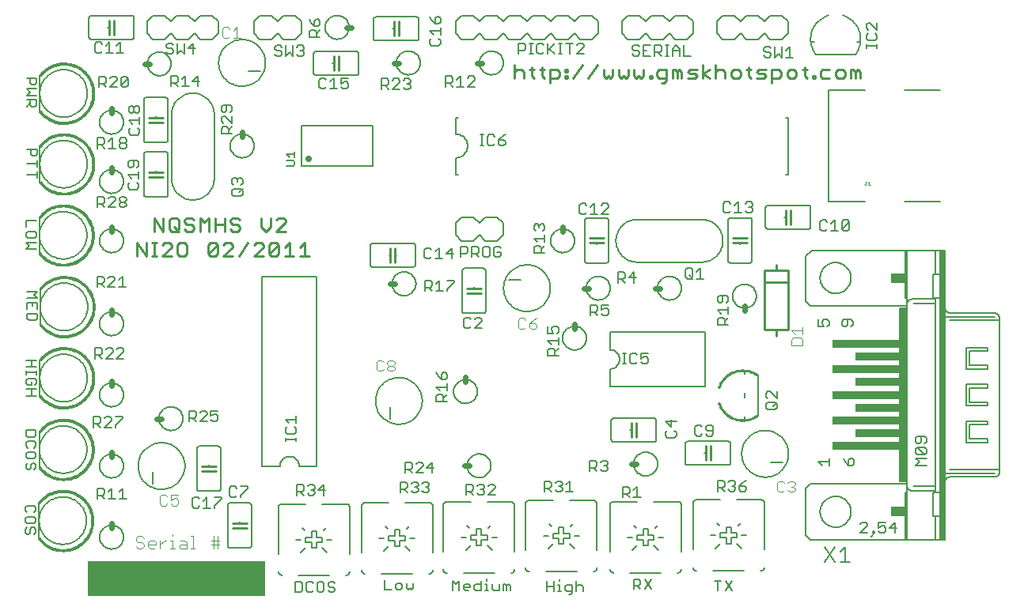
<source format=gto>
G75*
G70*
%OFA0B0*%
%FSLAX24Y24*%
%IPPOS*%
%LPD*%
%AMOC8*
5,1,8,0,0,1.08239X$1,22.5*
%
%ADD10C,0.0110*%
%ADD11C,0.0080*%
%ADD12R,0.7500X0.1500*%
%ADD13C,0.0040*%
%ADD14C,0.0050*%
%ADD15C,0.0010*%
%ADD16C,0.0060*%
%ADD17C,0.0100*%
%ADD18C,0.0240*%
%ADD19R,0.0950X0.0100*%
%ADD20R,0.0650X0.0400*%
%ADD21R,0.0300X0.7300*%
%ADD22R,0.0200X1.2200*%
%ADD23R,0.2850X0.0320*%
%ADD24R,0.1850X0.0320*%
%ADD25C,0.0070*%
%ADD26C,0.0279*%
D10*
X006481Y015111D02*
X006481Y015701D01*
X006875Y015111D01*
X006875Y015701D01*
X007125Y015701D02*
X007322Y015701D01*
X007224Y015701D02*
X007224Y015111D01*
X007322Y015111D02*
X007125Y015111D01*
X007555Y015111D02*
X007949Y015504D01*
X007949Y015603D01*
X007850Y015701D01*
X007654Y015701D01*
X007555Y015603D01*
X008200Y015603D02*
X008200Y015209D01*
X008298Y015111D01*
X008495Y015111D01*
X008593Y015209D01*
X008593Y015603D01*
X008495Y015701D01*
X008298Y015701D01*
X008200Y015603D01*
X008247Y016151D02*
X008050Y016348D01*
X007952Y016151D02*
X007853Y016249D01*
X007853Y016643D01*
X007952Y016741D01*
X008148Y016741D01*
X008247Y016643D01*
X008247Y016249D01*
X008148Y016151D01*
X007952Y016151D01*
X007602Y016151D02*
X007602Y016741D01*
X007209Y016741D02*
X007602Y016151D01*
X007209Y016151D02*
X007209Y016741D01*
X008498Y016643D02*
X008498Y016545D01*
X008596Y016446D01*
X008793Y016446D01*
X008891Y016348D01*
X008891Y016249D01*
X008793Y016151D01*
X008596Y016151D01*
X008498Y016249D01*
X009142Y016151D02*
X009142Y016741D01*
X009339Y016545D01*
X009536Y016741D01*
X009536Y016151D01*
X009787Y016151D02*
X009787Y016741D01*
X009787Y016446D02*
X010180Y016446D01*
X010431Y016545D02*
X010431Y016643D01*
X010530Y016741D01*
X010727Y016741D01*
X010825Y016643D01*
X010727Y016446D02*
X010530Y016446D01*
X010431Y016545D01*
X010431Y016249D02*
X010530Y016151D01*
X010727Y016151D01*
X010825Y016249D01*
X010825Y016348D01*
X010727Y016446D01*
X010180Y016741D02*
X010180Y016151D01*
X010232Y015701D02*
X010133Y015603D01*
X010232Y015701D02*
X010428Y015701D01*
X010527Y015603D01*
X010527Y015504D01*
X010133Y015111D01*
X010527Y015111D01*
X010778Y015111D02*
X011171Y015701D01*
X011422Y015603D02*
X011521Y015701D01*
X011718Y015701D01*
X011816Y015603D01*
X011816Y015504D01*
X011422Y015111D01*
X011816Y015111D01*
X012067Y015209D02*
X012460Y015603D01*
X012460Y015209D01*
X012362Y015111D01*
X012165Y015111D01*
X012067Y015209D01*
X012067Y015603D01*
X012165Y015701D01*
X012362Y015701D01*
X012460Y015603D01*
X012711Y015504D02*
X012908Y015701D01*
X012908Y015111D01*
X012711Y015111D02*
X013105Y015111D01*
X013356Y015111D02*
X013750Y015111D01*
X013553Y015111D02*
X013553Y015701D01*
X013356Y015504D01*
X012759Y016151D02*
X012365Y016151D01*
X012759Y016545D01*
X012759Y016643D01*
X012660Y016741D01*
X012463Y016741D01*
X012365Y016643D01*
X012114Y016741D02*
X012114Y016348D01*
X011917Y016151D01*
X011720Y016348D01*
X011720Y016741D01*
X009882Y015603D02*
X009489Y015209D01*
X009587Y015111D01*
X009784Y015111D01*
X009882Y015209D01*
X009882Y015603D01*
X009784Y015701D01*
X009587Y015701D01*
X009489Y015603D01*
X009489Y015209D01*
X007949Y015111D02*
X007555Y015111D01*
X008498Y016643D02*
X008596Y016741D01*
X008793Y016741D01*
X008891Y016643D01*
X022384Y022612D02*
X022384Y023202D01*
X022482Y023005D02*
X022679Y023005D01*
X022778Y022907D01*
X022778Y022612D01*
X023127Y022710D02*
X023225Y022612D01*
X023127Y022710D02*
X023127Y023104D01*
X023225Y023005D02*
X023028Y023005D01*
X023458Y023005D02*
X023655Y023005D01*
X023556Y023104D02*
X023556Y022710D01*
X023655Y022612D01*
X023888Y022612D02*
X024183Y022612D01*
X024281Y022710D01*
X024281Y022907D01*
X024183Y023005D01*
X023888Y023005D01*
X023888Y022415D01*
X024532Y022612D02*
X024532Y022710D01*
X024631Y022710D01*
X024631Y022612D01*
X024532Y022612D01*
X024855Y022612D02*
X025248Y023202D01*
X024631Y023005D02*
X024631Y022907D01*
X024532Y022907D01*
X024532Y023005D01*
X024631Y023005D01*
X025499Y022612D02*
X025893Y023202D01*
X026144Y023005D02*
X026144Y022710D01*
X026242Y022612D01*
X026340Y022710D01*
X026439Y022612D01*
X026537Y022710D01*
X026537Y023005D01*
X026788Y023005D02*
X026788Y022710D01*
X026887Y022612D01*
X026985Y022710D01*
X027083Y022612D01*
X027182Y022710D01*
X027182Y023005D01*
X027433Y023005D02*
X027433Y022710D01*
X027531Y022612D01*
X027629Y022710D01*
X027728Y022612D01*
X027826Y022710D01*
X027826Y023005D01*
X028077Y022710D02*
X028176Y022710D01*
X028176Y022612D01*
X028077Y022612D01*
X028077Y022710D01*
X028399Y022710D02*
X028498Y022612D01*
X028793Y022612D01*
X028793Y022513D02*
X028793Y023005D01*
X028498Y023005D01*
X028399Y022907D01*
X028399Y022710D01*
X028596Y022415D02*
X028695Y022415D01*
X028793Y022513D01*
X029044Y022612D02*
X029044Y023005D01*
X029142Y023005D01*
X029241Y022907D01*
X029339Y023005D01*
X029438Y022907D01*
X029438Y022612D01*
X029241Y022612D02*
X029241Y022907D01*
X029689Y022907D02*
X029787Y023005D01*
X030082Y023005D01*
X029984Y022809D02*
X029787Y022809D01*
X029689Y022907D01*
X029984Y022809D02*
X030082Y022710D01*
X029984Y022612D01*
X029689Y022612D01*
X030333Y022612D02*
X030333Y023202D01*
X030628Y023005D02*
X030333Y022809D01*
X030628Y022612D01*
X030870Y022612D02*
X030870Y023202D01*
X030969Y023005D02*
X031165Y023005D01*
X031264Y022907D01*
X031264Y022612D01*
X031515Y022710D02*
X031613Y022612D01*
X031810Y022612D01*
X031908Y022710D01*
X031908Y022907D01*
X031810Y023005D01*
X031613Y023005D01*
X031515Y022907D01*
X031515Y022710D01*
X032159Y023005D02*
X032356Y023005D01*
X032258Y023104D02*
X032258Y022710D01*
X032356Y022612D01*
X032589Y022612D02*
X032884Y022612D01*
X032983Y022710D01*
X032884Y022809D01*
X032687Y022809D01*
X032589Y022907D01*
X032687Y023005D01*
X032983Y023005D01*
X033233Y023005D02*
X033529Y023005D01*
X033627Y022907D01*
X033627Y022710D01*
X033529Y022612D01*
X033233Y022612D01*
X033233Y022415D02*
X033233Y023005D01*
X033878Y022907D02*
X033878Y022710D01*
X033976Y022612D01*
X034173Y022612D01*
X034272Y022710D01*
X034272Y022907D01*
X034173Y023005D01*
X033976Y023005D01*
X033878Y022907D01*
X034522Y023005D02*
X034719Y023005D01*
X034621Y023104D02*
X034621Y022710D01*
X034719Y022612D01*
X034952Y022612D02*
X035051Y022612D01*
X035051Y022710D01*
X034952Y022710D01*
X034952Y022612D01*
X035274Y022710D02*
X035373Y022612D01*
X035668Y022612D01*
X035919Y022710D02*
X036017Y022612D01*
X036214Y022612D01*
X036313Y022710D01*
X036313Y022907D01*
X036214Y023005D01*
X036017Y023005D01*
X035919Y022907D01*
X035919Y022710D01*
X035668Y023005D02*
X035373Y023005D01*
X035274Y022907D01*
X035274Y022710D01*
X036563Y022612D02*
X036563Y023005D01*
X036662Y023005D01*
X036760Y022907D01*
X036859Y023005D01*
X036957Y022907D01*
X036957Y022612D01*
X036760Y022612D02*
X036760Y022907D01*
X030969Y023005D02*
X030870Y022907D01*
X022482Y023005D02*
X022384Y022907D01*
D11*
X001861Y003397D02*
X001791Y003467D01*
X001791Y003607D01*
X001861Y003677D01*
X002001Y003607D02*
X002001Y003467D01*
X001931Y003397D01*
X001861Y003397D01*
X002001Y003607D02*
X002071Y003677D01*
X002141Y003677D01*
X002211Y003607D01*
X002211Y003467D01*
X002141Y003397D01*
X002367Y003219D02*
X002367Y004719D01*
X002211Y004528D02*
X002211Y004388D01*
X002141Y004318D01*
X002141Y004138D02*
X001861Y004138D01*
X001791Y004067D01*
X001791Y003927D01*
X001861Y003857D01*
X002141Y003857D01*
X002211Y003927D01*
X002211Y004067D01*
X002141Y004138D01*
X001861Y004318D02*
X001791Y004388D01*
X001791Y004528D01*
X001861Y004598D01*
X002141Y004598D01*
X002211Y004528D01*
X002163Y006119D02*
X002234Y006189D01*
X002234Y006329D01*
X002163Y006399D01*
X002093Y006399D01*
X002023Y006329D01*
X002023Y006189D01*
X001953Y006119D01*
X001883Y006119D01*
X001813Y006189D01*
X001813Y006329D01*
X001883Y006399D01*
X001883Y006580D02*
X002163Y006580D01*
X002234Y006650D01*
X002234Y006790D01*
X002163Y006860D01*
X001883Y006860D01*
X001813Y006790D01*
X001813Y006650D01*
X001883Y006580D01*
X002385Y006219D02*
X002385Y007719D01*
X002234Y007781D02*
X002234Y007570D01*
X002163Y007500D01*
X001883Y007500D01*
X001813Y007570D01*
X001813Y007781D01*
X002234Y007781D01*
X002163Y007320D02*
X001883Y007320D01*
X001813Y007250D01*
X001813Y007110D01*
X001883Y007040D01*
X002163Y007040D02*
X002234Y007110D01*
X002234Y007250D01*
X002163Y007320D01*
X002256Y009233D02*
X001835Y009233D01*
X002046Y009233D02*
X002046Y009514D01*
X002046Y009694D02*
X002046Y009834D01*
X002046Y009694D02*
X001905Y009694D01*
X001835Y009764D01*
X001835Y009904D01*
X001905Y009974D01*
X002186Y009974D01*
X002256Y009904D01*
X002256Y009764D01*
X002186Y009694D01*
X002256Y009514D02*
X001835Y009514D01*
X002403Y009237D02*
X002403Y010737D01*
X002256Y010741D02*
X001835Y010741D01*
X002046Y010741D02*
X002046Y010461D01*
X002256Y010461D02*
X001835Y010461D01*
X001835Y010281D02*
X001835Y010141D01*
X001835Y010211D02*
X002256Y010211D01*
X002256Y010281D02*
X002256Y010141D01*
X002421Y012237D02*
X002421Y013737D01*
X002290Y013628D02*
X002150Y013488D01*
X002290Y013347D01*
X001870Y013347D01*
X001870Y013167D02*
X001870Y012887D01*
X001870Y012707D02*
X001870Y012497D01*
X001940Y012427D01*
X002220Y012427D01*
X002290Y012497D01*
X002290Y012707D01*
X001870Y012707D01*
X002080Y013027D02*
X002080Y013167D01*
X002290Y013167D02*
X001870Y013167D01*
X002290Y013167D02*
X002290Y012887D01*
X002290Y013628D02*
X001870Y013628D01*
X002385Y015255D02*
X002385Y016755D01*
X002249Y016625D02*
X001828Y016625D01*
X001828Y016345D01*
X001898Y016165D02*
X001828Y016095D01*
X001828Y015955D01*
X001898Y015885D01*
X002179Y015885D01*
X002249Y015955D01*
X002249Y016095D01*
X002179Y016165D01*
X001898Y016165D01*
X001828Y015705D02*
X001968Y015564D01*
X001828Y015424D01*
X002249Y015424D01*
X002249Y015705D02*
X001828Y015705D01*
X002403Y018255D02*
X002403Y019755D01*
X002288Y019623D02*
X001868Y019623D01*
X002008Y019623D02*
X002008Y019413D01*
X002078Y019343D01*
X002218Y019343D01*
X002288Y019413D01*
X002288Y019623D01*
X002288Y019163D02*
X002288Y018882D01*
X002288Y019022D02*
X001868Y019022D01*
X002288Y018702D02*
X002288Y018422D01*
X002288Y018562D02*
X001868Y018562D01*
X002403Y021237D02*
X002403Y022737D01*
X002268Y022636D02*
X001848Y022636D01*
X001988Y022636D02*
X001988Y022426D01*
X002058Y022356D01*
X002198Y022356D01*
X002268Y022426D01*
X002268Y022636D01*
X002268Y022176D02*
X001848Y022176D01*
X001988Y022036D01*
X001848Y021895D01*
X002268Y021895D01*
X002268Y021715D02*
X001848Y021715D01*
X001988Y021715D02*
X001988Y021505D01*
X002058Y021435D01*
X002198Y021435D01*
X002268Y021505D01*
X002268Y021715D01*
X001988Y021575D02*
X001848Y021435D01*
X006921Y024522D02*
X006921Y025022D01*
X007171Y025272D01*
X007671Y025272D01*
X007921Y025022D01*
X008171Y025272D01*
X008671Y025272D01*
X008921Y025022D01*
X009171Y025272D01*
X009671Y025272D01*
X009921Y025022D01*
X009921Y024522D01*
X009671Y024272D01*
X009171Y024272D01*
X008921Y024522D01*
X008671Y024272D01*
X008171Y024272D01*
X007921Y024522D01*
X007671Y024272D01*
X007171Y024272D01*
X006921Y024522D01*
X009937Y023272D02*
X009939Y023334D01*
X009945Y023397D01*
X009955Y023458D01*
X009969Y023519D01*
X009986Y023579D01*
X010007Y023638D01*
X010033Y023695D01*
X010061Y023750D01*
X010093Y023804D01*
X010129Y023855D01*
X010167Y023905D01*
X010209Y023951D01*
X010253Y023995D01*
X010301Y024036D01*
X010350Y024074D01*
X010402Y024108D01*
X010456Y024139D01*
X010512Y024167D01*
X010570Y024191D01*
X010629Y024212D01*
X010689Y024228D01*
X010750Y024241D01*
X010812Y024250D01*
X010874Y024255D01*
X010937Y024256D01*
X010999Y024253D01*
X011061Y024246D01*
X011123Y024235D01*
X011183Y024220D01*
X011243Y024202D01*
X011301Y024180D01*
X011358Y024154D01*
X011413Y024124D01*
X011466Y024091D01*
X011517Y024055D01*
X011565Y024016D01*
X011611Y023973D01*
X011654Y023928D01*
X011694Y023880D01*
X011731Y023830D01*
X011765Y023777D01*
X011796Y023723D01*
X011822Y023667D01*
X011846Y023609D01*
X011865Y023549D01*
X011881Y023489D01*
X011893Y023427D01*
X011901Y023366D01*
X011905Y023303D01*
X011905Y023241D01*
X011901Y023178D01*
X011893Y023117D01*
X011881Y023055D01*
X011865Y022995D01*
X011846Y022935D01*
X011822Y022877D01*
X011796Y022821D01*
X011765Y022767D01*
X011731Y022714D01*
X011694Y022664D01*
X011654Y022616D01*
X011611Y022571D01*
X011565Y022528D01*
X011517Y022489D01*
X011466Y022453D01*
X011413Y022420D01*
X011358Y022390D01*
X011301Y022364D01*
X011243Y022342D01*
X011183Y022324D01*
X011123Y022309D01*
X011061Y022298D01*
X010999Y022291D01*
X010937Y022288D01*
X010874Y022289D01*
X010812Y022294D01*
X010750Y022303D01*
X010689Y022316D01*
X010629Y022332D01*
X010570Y022353D01*
X010512Y022377D01*
X010456Y022405D01*
X010402Y022436D01*
X010350Y022470D01*
X010301Y022508D01*
X010253Y022549D01*
X010209Y022593D01*
X010167Y022639D01*
X010129Y022689D01*
X010093Y022740D01*
X010061Y022794D01*
X010033Y022849D01*
X010007Y022906D01*
X009986Y022965D01*
X009969Y023025D01*
X009955Y023086D01*
X009945Y023147D01*
X009939Y023210D01*
X009937Y023272D01*
X011175Y022910D02*
X011675Y022910D01*
X011671Y024272D02*
X012171Y024272D01*
X012421Y024522D01*
X012671Y024272D01*
X013171Y024272D01*
X013421Y024522D01*
X013421Y025022D01*
X013171Y025272D01*
X012671Y025272D01*
X012421Y025022D01*
X012171Y025272D01*
X011671Y025272D01*
X011421Y025022D01*
X011421Y024522D01*
X011671Y024272D01*
X009747Y021093D02*
X009747Y018393D01*
X009745Y018334D01*
X009739Y018276D01*
X009730Y018217D01*
X009716Y018160D01*
X009699Y018104D01*
X009678Y018049D01*
X009654Y017995D01*
X009626Y017943D01*
X009595Y017893D01*
X009561Y017845D01*
X009524Y017800D01*
X009483Y017757D01*
X009440Y017716D01*
X009395Y017679D01*
X009347Y017645D01*
X009297Y017614D01*
X009245Y017586D01*
X009191Y017562D01*
X009136Y017541D01*
X009080Y017524D01*
X009023Y017510D01*
X008964Y017501D01*
X008906Y017495D01*
X008847Y017493D01*
X008788Y017495D01*
X008730Y017501D01*
X008671Y017510D01*
X008614Y017524D01*
X008558Y017541D01*
X008503Y017562D01*
X008449Y017586D01*
X008397Y017614D01*
X008347Y017645D01*
X008299Y017679D01*
X008254Y017716D01*
X008211Y017757D01*
X008170Y017800D01*
X008133Y017845D01*
X008099Y017893D01*
X008068Y017943D01*
X008040Y017995D01*
X008016Y018049D01*
X007995Y018104D01*
X007978Y018160D01*
X007964Y018217D01*
X007955Y018276D01*
X007949Y018334D01*
X007947Y018393D01*
X007947Y021093D01*
X007949Y021152D01*
X007955Y021210D01*
X007964Y021269D01*
X007978Y021326D01*
X007995Y021382D01*
X008016Y021437D01*
X008040Y021491D01*
X008068Y021543D01*
X008099Y021593D01*
X008133Y021641D01*
X008170Y021686D01*
X008211Y021729D01*
X008254Y021770D01*
X008299Y021807D01*
X008347Y021841D01*
X008397Y021872D01*
X008449Y021900D01*
X008503Y021924D01*
X008558Y021945D01*
X008614Y021962D01*
X008671Y021976D01*
X008730Y021985D01*
X008788Y021991D01*
X008847Y021993D01*
X008906Y021991D01*
X008964Y021985D01*
X009023Y021976D01*
X009080Y021962D01*
X009136Y021945D01*
X009191Y021924D01*
X009245Y021900D01*
X009297Y021872D01*
X009347Y021841D01*
X009395Y021807D01*
X009440Y021770D01*
X009483Y021729D01*
X009524Y021686D01*
X009561Y021641D01*
X009595Y021593D01*
X009626Y021543D01*
X009654Y021491D01*
X009678Y021437D01*
X009699Y021382D01*
X009716Y021326D01*
X009730Y021269D01*
X009739Y021210D01*
X009745Y021152D01*
X009747Y021093D01*
X013419Y020612D02*
X013419Y018932D01*
X016423Y018932D01*
X016423Y020612D01*
X013419Y020612D01*
X019921Y020272D02*
X019921Y020972D01*
X020021Y020972D01*
X019921Y020272D02*
X019965Y020270D01*
X020008Y020264D01*
X020050Y020255D01*
X020092Y020242D01*
X020132Y020225D01*
X020171Y020205D01*
X020208Y020182D01*
X020242Y020155D01*
X020275Y020126D01*
X020304Y020093D01*
X020331Y020059D01*
X020354Y020022D01*
X020374Y019983D01*
X020391Y019943D01*
X020404Y019901D01*
X020413Y019859D01*
X020419Y019816D01*
X020421Y019772D01*
X020419Y019728D01*
X020413Y019685D01*
X020404Y019643D01*
X020391Y019601D01*
X020374Y019561D01*
X020354Y019522D01*
X020331Y019485D01*
X020304Y019451D01*
X020275Y019418D01*
X020242Y019389D01*
X020208Y019362D01*
X020171Y019339D01*
X020132Y019319D01*
X020092Y019302D01*
X020050Y019289D01*
X020008Y019280D01*
X019965Y019274D01*
X019921Y019272D01*
X019921Y018572D01*
X020021Y018572D01*
X020171Y016772D02*
X020671Y016772D01*
X020921Y016522D01*
X021171Y016772D01*
X021671Y016772D01*
X021921Y016522D01*
X021921Y016022D01*
X021671Y015772D01*
X021171Y015772D01*
X020921Y016022D01*
X020671Y015772D01*
X020171Y015772D01*
X019921Y016022D01*
X019921Y016522D01*
X020171Y016772D01*
X022167Y014134D02*
X022667Y014134D01*
X021937Y013772D02*
X021939Y013834D01*
X021945Y013897D01*
X021955Y013958D01*
X021969Y014019D01*
X021986Y014079D01*
X022007Y014138D01*
X022033Y014195D01*
X022061Y014250D01*
X022093Y014304D01*
X022129Y014355D01*
X022167Y014405D01*
X022209Y014451D01*
X022253Y014495D01*
X022301Y014536D01*
X022350Y014574D01*
X022402Y014608D01*
X022456Y014639D01*
X022512Y014667D01*
X022570Y014691D01*
X022629Y014712D01*
X022689Y014728D01*
X022750Y014741D01*
X022812Y014750D01*
X022874Y014755D01*
X022937Y014756D01*
X022999Y014753D01*
X023061Y014746D01*
X023123Y014735D01*
X023183Y014720D01*
X023243Y014702D01*
X023301Y014680D01*
X023358Y014654D01*
X023413Y014624D01*
X023466Y014591D01*
X023517Y014555D01*
X023565Y014516D01*
X023611Y014473D01*
X023654Y014428D01*
X023694Y014380D01*
X023731Y014330D01*
X023765Y014277D01*
X023796Y014223D01*
X023822Y014167D01*
X023846Y014109D01*
X023865Y014049D01*
X023881Y013989D01*
X023893Y013927D01*
X023901Y013866D01*
X023905Y013803D01*
X023905Y013741D01*
X023901Y013678D01*
X023893Y013617D01*
X023881Y013555D01*
X023865Y013495D01*
X023846Y013435D01*
X023822Y013377D01*
X023796Y013321D01*
X023765Y013267D01*
X023731Y013214D01*
X023694Y013164D01*
X023654Y013116D01*
X023611Y013071D01*
X023565Y013028D01*
X023517Y012989D01*
X023466Y012953D01*
X023413Y012920D01*
X023358Y012890D01*
X023301Y012864D01*
X023243Y012842D01*
X023183Y012824D01*
X023123Y012809D01*
X023061Y012798D01*
X022999Y012791D01*
X022937Y012788D01*
X022874Y012789D01*
X022812Y012794D01*
X022750Y012803D01*
X022689Y012816D01*
X022629Y012832D01*
X022570Y012853D01*
X022512Y012877D01*
X022456Y012905D01*
X022402Y012936D01*
X022350Y012970D01*
X022301Y013008D01*
X022253Y013049D01*
X022209Y013093D01*
X022167Y013139D01*
X022129Y013189D01*
X022093Y013240D01*
X022061Y013294D01*
X022033Y013349D01*
X022007Y013406D01*
X021986Y013465D01*
X021969Y013525D01*
X021955Y013586D01*
X021945Y013647D01*
X021939Y013710D01*
X021937Y013772D01*
X027571Y014872D02*
X030271Y014872D01*
X030330Y014874D01*
X030388Y014880D01*
X030447Y014889D01*
X030504Y014903D01*
X030560Y014920D01*
X030615Y014941D01*
X030669Y014965D01*
X030721Y014993D01*
X030771Y015024D01*
X030819Y015058D01*
X030864Y015095D01*
X030907Y015136D01*
X030948Y015179D01*
X030985Y015224D01*
X031019Y015272D01*
X031050Y015322D01*
X031078Y015374D01*
X031102Y015428D01*
X031123Y015483D01*
X031140Y015539D01*
X031154Y015596D01*
X031163Y015655D01*
X031169Y015713D01*
X031171Y015772D01*
X031169Y015831D01*
X031163Y015889D01*
X031154Y015948D01*
X031140Y016005D01*
X031123Y016061D01*
X031102Y016116D01*
X031078Y016170D01*
X031050Y016222D01*
X031019Y016272D01*
X030985Y016320D01*
X030948Y016365D01*
X030907Y016408D01*
X030864Y016449D01*
X030819Y016486D01*
X030771Y016520D01*
X030721Y016551D01*
X030669Y016579D01*
X030615Y016603D01*
X030560Y016624D01*
X030504Y016641D01*
X030447Y016655D01*
X030388Y016664D01*
X030330Y016670D01*
X030271Y016672D01*
X027571Y016672D01*
X027512Y016670D01*
X027454Y016664D01*
X027395Y016655D01*
X027338Y016641D01*
X027282Y016624D01*
X027227Y016603D01*
X027173Y016579D01*
X027121Y016551D01*
X027071Y016520D01*
X027023Y016486D01*
X026978Y016449D01*
X026935Y016408D01*
X026894Y016365D01*
X026857Y016320D01*
X026823Y016272D01*
X026792Y016222D01*
X026764Y016170D01*
X026740Y016116D01*
X026719Y016061D01*
X026702Y016005D01*
X026688Y015948D01*
X026679Y015889D01*
X026673Y015831D01*
X026671Y015772D01*
X026673Y015713D01*
X026679Y015655D01*
X026688Y015596D01*
X026702Y015539D01*
X026719Y015483D01*
X026740Y015428D01*
X026764Y015374D01*
X026792Y015322D01*
X026823Y015272D01*
X026857Y015224D01*
X026894Y015179D01*
X026935Y015136D01*
X026978Y015095D01*
X027023Y015058D01*
X027071Y015024D01*
X027121Y014993D01*
X027173Y014965D01*
X027227Y014941D01*
X027282Y014920D01*
X027338Y014903D01*
X027395Y014889D01*
X027454Y014880D01*
X027512Y014874D01*
X027571Y014872D01*
X033821Y018572D02*
X033921Y018572D01*
X033921Y020972D01*
X033821Y020972D01*
X035622Y022134D02*
X035622Y017410D01*
X037157Y017410D01*
X038811Y017410D02*
X040307Y017410D01*
X040307Y022134D02*
X038811Y022134D01*
X037157Y022134D02*
X035622Y022134D01*
X033671Y024272D02*
X033171Y024272D01*
X032921Y024522D01*
X032671Y024272D01*
X032171Y024272D01*
X031921Y024522D01*
X031671Y024272D01*
X031171Y024272D01*
X030921Y024522D01*
X030921Y025022D01*
X031171Y025272D01*
X031671Y025272D01*
X031921Y025022D01*
X032171Y025272D01*
X032671Y025272D01*
X032921Y025022D01*
X033171Y025272D01*
X033671Y025272D01*
X033921Y025022D01*
X033921Y024522D01*
X033671Y024272D01*
X029921Y024522D02*
X029921Y025022D01*
X029671Y025272D01*
X029171Y025272D01*
X028921Y025022D01*
X028671Y025272D01*
X028171Y025272D01*
X027921Y025022D01*
X027671Y025272D01*
X027171Y025272D01*
X026921Y025022D01*
X026921Y024522D01*
X027171Y024272D01*
X027671Y024272D01*
X027921Y024522D01*
X028171Y024272D01*
X028671Y024272D01*
X028921Y024522D01*
X029171Y024272D01*
X029671Y024272D01*
X029921Y024522D01*
X025921Y024522D02*
X025921Y025022D01*
X025671Y025272D01*
X025171Y025272D01*
X024921Y025022D01*
X024671Y025272D01*
X024171Y025272D01*
X023921Y025022D01*
X023671Y025272D01*
X023171Y025272D01*
X022921Y025022D01*
X022671Y025272D01*
X022171Y025272D01*
X021921Y025022D01*
X021671Y025272D01*
X021171Y025272D01*
X020921Y025022D01*
X020671Y025272D01*
X020171Y025272D01*
X019921Y025022D01*
X019921Y024522D01*
X020171Y024272D01*
X020671Y024272D01*
X020921Y024522D01*
X021171Y024272D01*
X021671Y024272D01*
X021921Y024522D01*
X022171Y024272D01*
X022671Y024272D01*
X022921Y024522D01*
X023171Y024272D01*
X023671Y024272D01*
X023921Y024522D01*
X024171Y024272D01*
X024671Y024272D01*
X024921Y024522D01*
X025171Y024272D01*
X025671Y024272D01*
X025921Y024522D01*
X032099Y010302D02*
X032099Y010144D01*
X032649Y010081D02*
X032649Y008432D01*
X032099Y008370D02*
X032099Y008212D01*
X032099Y009144D02*
X032099Y009370D01*
X031968Y006788D02*
X031970Y006850D01*
X031976Y006913D01*
X031986Y006974D01*
X032000Y007035D01*
X032017Y007095D01*
X032038Y007154D01*
X032064Y007211D01*
X032092Y007266D01*
X032124Y007320D01*
X032160Y007371D01*
X032198Y007421D01*
X032240Y007467D01*
X032284Y007511D01*
X032332Y007552D01*
X032381Y007590D01*
X032433Y007624D01*
X032487Y007655D01*
X032543Y007683D01*
X032601Y007707D01*
X032660Y007728D01*
X032720Y007744D01*
X032781Y007757D01*
X032843Y007766D01*
X032905Y007771D01*
X032968Y007772D01*
X033030Y007769D01*
X033092Y007762D01*
X033154Y007751D01*
X033214Y007736D01*
X033274Y007718D01*
X033332Y007696D01*
X033389Y007670D01*
X033444Y007640D01*
X033497Y007607D01*
X033548Y007571D01*
X033596Y007532D01*
X033642Y007489D01*
X033685Y007444D01*
X033725Y007396D01*
X033762Y007346D01*
X033796Y007293D01*
X033827Y007239D01*
X033853Y007183D01*
X033877Y007125D01*
X033896Y007065D01*
X033912Y007005D01*
X033924Y006943D01*
X033932Y006882D01*
X033936Y006819D01*
X033936Y006757D01*
X033932Y006694D01*
X033924Y006633D01*
X033912Y006571D01*
X033896Y006511D01*
X033877Y006451D01*
X033853Y006393D01*
X033827Y006337D01*
X033796Y006283D01*
X033762Y006230D01*
X033725Y006180D01*
X033685Y006132D01*
X033642Y006087D01*
X033596Y006044D01*
X033548Y006005D01*
X033497Y005969D01*
X033444Y005936D01*
X033389Y005906D01*
X033332Y005880D01*
X033274Y005858D01*
X033214Y005840D01*
X033154Y005825D01*
X033092Y005814D01*
X033030Y005807D01*
X032968Y005804D01*
X032905Y005805D01*
X032843Y005810D01*
X032781Y005819D01*
X032720Y005832D01*
X032660Y005848D01*
X032601Y005869D01*
X032543Y005893D01*
X032487Y005921D01*
X032433Y005952D01*
X032381Y005986D01*
X032332Y006024D01*
X032284Y006065D01*
X032240Y006109D01*
X032198Y006155D01*
X032160Y006205D01*
X032124Y006256D01*
X032092Y006310D01*
X032064Y006365D01*
X032038Y006422D01*
X032017Y006481D01*
X032000Y006541D01*
X031986Y006602D01*
X031976Y006663D01*
X031970Y006726D01*
X031968Y006788D01*
X033206Y006425D02*
X033706Y006425D01*
X031558Y001440D02*
X031278Y001020D01*
X031558Y001020D02*
X031278Y001440D01*
X031098Y001440D02*
X030818Y001440D01*
X030958Y001440D02*
X030958Y001020D01*
X028154Y001081D02*
X027874Y001502D01*
X027694Y001432D02*
X027694Y001292D01*
X027624Y001221D01*
X027414Y001221D01*
X027414Y001081D02*
X027414Y001502D01*
X027624Y001502D01*
X027694Y001432D01*
X027554Y001221D02*
X027694Y001081D01*
X027874Y001081D02*
X028154Y001502D01*
X025275Y001199D02*
X025275Y000989D01*
X025275Y001199D02*
X025205Y001269D01*
X025065Y001269D01*
X024995Y001199D01*
X024815Y001269D02*
X024815Y000919D01*
X024745Y000849D01*
X024675Y000849D01*
X024605Y000989D02*
X024815Y000989D01*
X024995Y000989D02*
X024995Y001409D01*
X024815Y001269D02*
X024605Y001269D01*
X024534Y001199D01*
X024534Y001059D01*
X024605Y000989D01*
X024368Y000989D02*
X024228Y000989D01*
X024298Y000989D02*
X024298Y001269D01*
X024228Y001269D01*
X024298Y001409D02*
X024298Y001479D01*
X024047Y001409D02*
X024047Y000989D01*
X024047Y001199D02*
X023767Y001199D01*
X023767Y000989D02*
X023767Y001409D01*
X022208Y001230D02*
X022208Y001020D01*
X022068Y001020D02*
X022068Y001230D01*
X022138Y001300D01*
X022208Y001230D01*
X022068Y001230D02*
X021998Y001300D01*
X021928Y001300D01*
X021928Y001020D01*
X021748Y001020D02*
X021748Y001300D01*
X021748Y001020D02*
X021537Y001020D01*
X021467Y001090D01*
X021467Y001300D01*
X021230Y001300D02*
X021230Y001020D01*
X021160Y001020D02*
X021301Y001020D01*
X021230Y001300D02*
X021160Y001300D01*
X021230Y001440D02*
X021230Y001510D01*
X020980Y001440D02*
X020980Y001020D01*
X020770Y001020D01*
X020700Y001090D01*
X020700Y001230D01*
X020770Y001300D01*
X020980Y001300D01*
X020520Y001230D02*
X020520Y001160D01*
X020240Y001160D01*
X020240Y001230D02*
X020310Y001300D01*
X020450Y001300D01*
X020520Y001230D01*
X020450Y001020D02*
X020310Y001020D01*
X020240Y001090D01*
X020240Y001230D01*
X020060Y001440D02*
X020060Y001020D01*
X019779Y001020D02*
X019779Y001440D01*
X019919Y001300D01*
X020060Y001440D01*
X018130Y001331D02*
X018130Y001121D01*
X018059Y001051D01*
X017989Y001121D01*
X017919Y001051D01*
X017849Y001121D01*
X017849Y001331D01*
X017669Y001261D02*
X017599Y001331D01*
X017459Y001331D01*
X017389Y001261D01*
X017389Y001121D01*
X017459Y001051D01*
X017599Y001051D01*
X017669Y001121D01*
X017669Y001261D01*
X017209Y001051D02*
X016929Y001051D01*
X016929Y001471D01*
X014833Y001309D02*
X014762Y001379D01*
X014622Y001379D01*
X014552Y001309D01*
X014552Y001239D01*
X014622Y001168D01*
X014762Y001168D01*
X014833Y001098D01*
X014833Y001028D01*
X014762Y000958D01*
X014622Y000958D01*
X014552Y001028D01*
X014372Y001028D02*
X014372Y001309D01*
X014302Y001379D01*
X014162Y001379D01*
X014092Y001309D01*
X014092Y001028D01*
X014162Y000958D01*
X014302Y000958D01*
X014372Y001028D01*
X013912Y001028D02*
X013842Y000958D01*
X013702Y000958D01*
X013632Y001028D01*
X013632Y001309D01*
X013702Y001379D01*
X013842Y001379D01*
X013912Y001309D01*
X013451Y001309D02*
X013451Y001028D01*
X013381Y000958D01*
X013171Y000958D01*
X013171Y001379D01*
X013381Y001379D01*
X013451Y001309D01*
X007165Y005518D02*
X007165Y006018D01*
X006543Y006272D02*
X006545Y006334D01*
X006551Y006397D01*
X006561Y006458D01*
X006575Y006519D01*
X006592Y006579D01*
X006613Y006638D01*
X006639Y006695D01*
X006667Y006750D01*
X006699Y006804D01*
X006735Y006855D01*
X006773Y006905D01*
X006815Y006951D01*
X006859Y006995D01*
X006907Y007036D01*
X006956Y007074D01*
X007008Y007108D01*
X007062Y007139D01*
X007118Y007167D01*
X007176Y007191D01*
X007235Y007212D01*
X007295Y007228D01*
X007356Y007241D01*
X007418Y007250D01*
X007480Y007255D01*
X007543Y007256D01*
X007605Y007253D01*
X007667Y007246D01*
X007729Y007235D01*
X007789Y007220D01*
X007849Y007202D01*
X007907Y007180D01*
X007964Y007154D01*
X008019Y007124D01*
X008072Y007091D01*
X008123Y007055D01*
X008171Y007016D01*
X008217Y006973D01*
X008260Y006928D01*
X008300Y006880D01*
X008337Y006830D01*
X008371Y006777D01*
X008402Y006723D01*
X008428Y006667D01*
X008452Y006609D01*
X008471Y006549D01*
X008487Y006489D01*
X008499Y006427D01*
X008507Y006366D01*
X008511Y006303D01*
X008511Y006241D01*
X008507Y006178D01*
X008499Y006117D01*
X008487Y006055D01*
X008471Y005995D01*
X008452Y005935D01*
X008428Y005877D01*
X008402Y005821D01*
X008371Y005767D01*
X008337Y005714D01*
X008300Y005664D01*
X008260Y005616D01*
X008217Y005571D01*
X008171Y005528D01*
X008123Y005489D01*
X008072Y005453D01*
X008019Y005420D01*
X007964Y005390D01*
X007907Y005364D01*
X007849Y005342D01*
X007789Y005324D01*
X007729Y005309D01*
X007667Y005298D01*
X007605Y005291D01*
X007543Y005288D01*
X007480Y005289D01*
X007418Y005294D01*
X007356Y005303D01*
X007295Y005316D01*
X007235Y005332D01*
X007176Y005353D01*
X007118Y005377D01*
X007062Y005405D01*
X007008Y005436D01*
X006956Y005470D01*
X006907Y005508D01*
X006859Y005549D01*
X006815Y005593D01*
X006773Y005639D01*
X006735Y005689D01*
X006699Y005740D01*
X006667Y005794D01*
X006639Y005849D01*
X006613Y005906D01*
X006592Y005965D01*
X006575Y006025D01*
X006561Y006086D01*
X006551Y006147D01*
X006545Y006210D01*
X006543Y006272D01*
X017164Y008264D02*
X017164Y008764D01*
X016542Y009018D02*
X016544Y009080D01*
X016550Y009143D01*
X016560Y009204D01*
X016574Y009265D01*
X016591Y009325D01*
X016612Y009384D01*
X016638Y009441D01*
X016666Y009496D01*
X016698Y009550D01*
X016734Y009601D01*
X016772Y009651D01*
X016814Y009697D01*
X016858Y009741D01*
X016906Y009782D01*
X016955Y009820D01*
X017007Y009854D01*
X017061Y009885D01*
X017117Y009913D01*
X017175Y009937D01*
X017234Y009958D01*
X017294Y009974D01*
X017355Y009987D01*
X017417Y009996D01*
X017479Y010001D01*
X017542Y010002D01*
X017604Y009999D01*
X017666Y009992D01*
X017728Y009981D01*
X017788Y009966D01*
X017848Y009948D01*
X017906Y009926D01*
X017963Y009900D01*
X018018Y009870D01*
X018071Y009837D01*
X018122Y009801D01*
X018170Y009762D01*
X018216Y009719D01*
X018259Y009674D01*
X018299Y009626D01*
X018336Y009576D01*
X018370Y009523D01*
X018401Y009469D01*
X018427Y009413D01*
X018451Y009355D01*
X018470Y009295D01*
X018486Y009235D01*
X018498Y009173D01*
X018506Y009112D01*
X018510Y009049D01*
X018510Y008987D01*
X018506Y008924D01*
X018498Y008863D01*
X018486Y008801D01*
X018470Y008741D01*
X018451Y008681D01*
X018427Y008623D01*
X018401Y008567D01*
X018370Y008513D01*
X018336Y008460D01*
X018299Y008410D01*
X018259Y008362D01*
X018216Y008317D01*
X018170Y008274D01*
X018122Y008235D01*
X018071Y008199D01*
X018018Y008166D01*
X017963Y008136D01*
X017906Y008110D01*
X017848Y008088D01*
X017788Y008070D01*
X017728Y008055D01*
X017666Y008044D01*
X017604Y008037D01*
X017542Y008034D01*
X017479Y008035D01*
X017417Y008040D01*
X017355Y008049D01*
X017294Y008062D01*
X017234Y008078D01*
X017175Y008099D01*
X017117Y008123D01*
X017061Y008151D01*
X017007Y008182D01*
X016955Y008216D01*
X016906Y008254D01*
X016858Y008295D01*
X016814Y008339D01*
X016772Y008385D01*
X016734Y008435D01*
X016698Y008486D01*
X016666Y008540D01*
X016638Y008595D01*
X016612Y008652D01*
X016591Y008711D01*
X016574Y008771D01*
X016560Y008832D01*
X016550Y008893D01*
X016544Y008956D01*
X016542Y009018D01*
D12*
X008171Y001522D03*
D13*
X008076Y002792D02*
X007902Y002792D01*
X007989Y002792D02*
X007989Y003139D01*
X007902Y003139D01*
X007733Y003139D02*
X007646Y003139D01*
X007472Y002966D01*
X007304Y002966D02*
X006957Y002966D01*
X006957Y003052D02*
X007043Y003139D01*
X007217Y003139D01*
X007304Y003052D01*
X007304Y002966D01*
X007217Y002792D02*
X007043Y002792D01*
X006957Y002879D01*
X006957Y003052D01*
X006788Y002966D02*
X006788Y002879D01*
X006701Y002792D01*
X006528Y002792D01*
X006441Y002879D01*
X006528Y003052D02*
X006701Y003052D01*
X006788Y002966D01*
X006788Y003226D02*
X006701Y003313D01*
X006528Y003313D01*
X006441Y003226D01*
X006441Y003139D01*
X006528Y003052D01*
X007472Y003139D02*
X007472Y002792D01*
X007989Y003313D02*
X007989Y003399D01*
X008333Y003139D02*
X008506Y003139D01*
X008593Y003052D01*
X008593Y002792D01*
X008333Y002792D01*
X008246Y002879D01*
X008333Y002966D01*
X008593Y002966D01*
X008761Y002792D02*
X008935Y002792D01*
X008848Y002792D02*
X008848Y003313D01*
X008761Y003313D01*
X009621Y003139D02*
X009881Y003139D01*
X009968Y003139D01*
X009968Y002966D02*
X009621Y002966D01*
X009708Y002792D02*
X009708Y003313D01*
X009881Y003313D02*
X009881Y002792D01*
X008147Y004603D02*
X007994Y004603D01*
X007917Y004680D01*
X007764Y004680D02*
X007687Y004603D01*
X007534Y004603D01*
X007457Y004680D01*
X007457Y004987D01*
X007534Y005064D01*
X007687Y005064D01*
X007764Y004987D01*
X007917Y005064D02*
X007917Y004833D01*
X008071Y004910D01*
X008147Y004910D01*
X008224Y004833D01*
X008224Y004680D01*
X008147Y004603D01*
X008224Y005064D02*
X007917Y005064D01*
X016574Y010354D02*
X016651Y010277D01*
X016804Y010277D01*
X016881Y010354D01*
X017035Y010354D02*
X017035Y010430D01*
X017111Y010507D01*
X017265Y010507D01*
X017341Y010430D01*
X017341Y010354D01*
X017265Y010277D01*
X017111Y010277D01*
X017035Y010354D01*
X017111Y010507D02*
X017035Y010584D01*
X017035Y010661D01*
X017111Y010737D01*
X017265Y010737D01*
X017341Y010661D01*
X017341Y010584D01*
X017265Y010507D01*
X016881Y010661D02*
X016804Y010737D01*
X016651Y010737D01*
X016574Y010661D01*
X016574Y010354D01*
X022560Y012130D02*
X022637Y012054D01*
X022791Y012054D01*
X022867Y012130D01*
X023021Y012130D02*
X023097Y012054D01*
X023251Y012054D01*
X023328Y012130D01*
X023328Y012207D01*
X023251Y012284D01*
X023021Y012284D01*
X023021Y012130D01*
X023021Y012284D02*
X023174Y012437D01*
X023328Y012514D01*
X022867Y012437D02*
X022791Y012514D01*
X022637Y012514D01*
X022560Y012437D01*
X022560Y012130D01*
X033446Y005561D02*
X033446Y005254D01*
X033522Y005178D01*
X033676Y005178D01*
X033753Y005254D01*
X033906Y005254D02*
X033983Y005178D01*
X034136Y005178D01*
X034213Y005254D01*
X034213Y005331D01*
X034136Y005408D01*
X034060Y005408D01*
X034136Y005408D02*
X034213Y005484D01*
X034213Y005561D01*
X034136Y005638D01*
X033983Y005638D01*
X033906Y005561D01*
X033753Y005561D02*
X033676Y005638D01*
X033522Y005638D01*
X033446Y005561D01*
X034056Y011373D02*
X034056Y011603D01*
X034133Y011680D01*
X034440Y011680D01*
X034517Y011603D01*
X034517Y011373D01*
X034056Y011373D01*
X034210Y011833D02*
X034056Y011987D01*
X034517Y011987D01*
X034517Y012140D02*
X034517Y011833D01*
X010859Y024325D02*
X010552Y024325D01*
X010706Y024325D02*
X010706Y024785D01*
X010552Y024631D01*
X010399Y024708D02*
X010322Y024785D01*
X010169Y024785D01*
X010092Y024708D01*
X010092Y024401D01*
X010169Y024325D01*
X010322Y024325D01*
X010399Y024401D01*
D14*
X008948Y023876D02*
X008648Y023876D01*
X008873Y024101D01*
X008873Y023651D01*
X008487Y023651D02*
X008487Y024101D01*
X008187Y024101D02*
X008187Y023651D01*
X008337Y023801D01*
X008487Y023651D01*
X008027Y023726D02*
X007952Y023651D01*
X007802Y023651D01*
X007727Y023726D01*
X007802Y023876D02*
X007952Y023876D01*
X008027Y023801D01*
X008027Y023726D01*
X007802Y023876D02*
X007727Y023951D01*
X007727Y024026D01*
X007802Y024101D01*
X007952Y024101D01*
X008027Y024026D01*
X007917Y022733D02*
X008142Y022733D01*
X008217Y022658D01*
X008217Y022508D01*
X008142Y022433D01*
X007917Y022433D01*
X008067Y022433D02*
X008217Y022283D01*
X008377Y022283D02*
X008677Y022283D01*
X008527Y022283D02*
X008527Y022733D01*
X008377Y022583D01*
X008837Y022508D02*
X009138Y022508D01*
X009063Y022283D02*
X009063Y022733D01*
X008837Y022508D01*
X007917Y022283D02*
X007917Y022733D01*
X006111Y022617D02*
X005811Y022317D01*
X005886Y022242D01*
X006036Y022242D01*
X006111Y022317D01*
X006111Y022617D01*
X006036Y022692D01*
X005886Y022692D01*
X005811Y022617D01*
X005811Y022317D01*
X005651Y022242D02*
X005351Y022242D01*
X005651Y022542D01*
X005651Y022617D01*
X005576Y022692D01*
X005426Y022692D01*
X005351Y022617D01*
X005191Y022617D02*
X005116Y022692D01*
X004890Y022692D01*
X004890Y022242D01*
X004890Y022392D02*
X005116Y022392D01*
X005191Y022467D01*
X005191Y022617D01*
X005041Y022392D02*
X005191Y022242D01*
X006147Y021380D02*
X006222Y021455D01*
X006297Y021455D01*
X006372Y021380D01*
X006372Y021230D01*
X006297Y021155D01*
X006222Y021155D01*
X006147Y021230D01*
X006147Y021380D01*
X006372Y021380D02*
X006447Y021455D01*
X006522Y021455D01*
X006597Y021380D01*
X006597Y021230D01*
X006522Y021155D01*
X006447Y021155D01*
X006372Y021230D01*
X006597Y020995D02*
X006597Y020694D01*
X006597Y020845D02*
X006147Y020845D01*
X006297Y020694D01*
X006222Y020534D02*
X006147Y020459D01*
X006147Y020309D01*
X006222Y020234D01*
X006522Y020234D01*
X006597Y020309D01*
X006597Y020459D01*
X006522Y020534D01*
X006056Y020037D02*
X006056Y019962D01*
X005981Y019887D01*
X005831Y019887D01*
X005756Y019962D01*
X005756Y020037D01*
X005831Y020112D01*
X005981Y020112D01*
X006056Y020037D01*
X005981Y019887D02*
X006056Y019812D01*
X006056Y019737D01*
X005981Y019662D01*
X005831Y019662D01*
X005756Y019737D01*
X005756Y019812D01*
X005831Y019887D01*
X005596Y019662D02*
X005295Y019662D01*
X005446Y019662D02*
X005446Y020112D01*
X005295Y019962D01*
X005135Y019887D02*
X005060Y019812D01*
X004835Y019812D01*
X004835Y019662D02*
X004835Y020112D01*
X005060Y020112D01*
X005135Y020037D01*
X005135Y019887D01*
X004985Y019812D02*
X005135Y019662D01*
X006115Y019084D02*
X006115Y018934D01*
X006190Y018859D01*
X006265Y018859D01*
X006340Y018934D01*
X006340Y019159D01*
X006490Y019159D02*
X006190Y019159D01*
X006115Y019084D01*
X006490Y019159D02*
X006565Y019084D01*
X006565Y018934D01*
X006490Y018859D01*
X006565Y018699D02*
X006565Y018398D01*
X006565Y018548D02*
X006115Y018548D01*
X006265Y018398D01*
X006190Y018238D02*
X006115Y018163D01*
X006115Y018013D01*
X006190Y017938D01*
X006490Y017938D01*
X006565Y018013D01*
X006565Y018163D01*
X006490Y018238D01*
X005971Y017629D02*
X006046Y017553D01*
X006046Y017478D01*
X005971Y017403D01*
X005821Y017403D01*
X005746Y017478D01*
X005746Y017553D01*
X005821Y017629D01*
X005971Y017629D01*
X005971Y017403D02*
X006046Y017328D01*
X006046Y017253D01*
X005971Y017178D01*
X005821Y017178D01*
X005746Y017253D01*
X005746Y017328D01*
X005821Y017403D01*
X005586Y017478D02*
X005586Y017553D01*
X005511Y017629D01*
X005361Y017629D01*
X005286Y017553D01*
X005125Y017553D02*
X005125Y017403D01*
X005050Y017328D01*
X004825Y017328D01*
X004825Y017178D02*
X004825Y017629D01*
X005050Y017629D01*
X005125Y017553D01*
X004975Y017328D02*
X005125Y017178D01*
X005286Y017178D02*
X005586Y017478D01*
X005586Y017178D02*
X005286Y017178D01*
X005342Y014272D02*
X005267Y014197D01*
X005342Y014272D02*
X005492Y014272D01*
X005567Y014197D01*
X005567Y014122D01*
X005267Y013822D01*
X005567Y013822D01*
X005727Y013822D02*
X006028Y013822D01*
X005878Y013822D02*
X005878Y014272D01*
X005727Y014122D01*
X005107Y014197D02*
X005032Y014272D01*
X004807Y014272D01*
X004807Y013822D01*
X004807Y013972D02*
X005032Y013972D01*
X005107Y014047D01*
X005107Y014197D01*
X004957Y013972D02*
X005107Y013822D01*
X005251Y011254D02*
X005176Y011179D01*
X005251Y011254D02*
X005401Y011254D01*
X005476Y011179D01*
X005476Y011104D01*
X005176Y010804D01*
X005476Y010804D01*
X005636Y010804D02*
X005936Y011104D01*
X005936Y011179D01*
X005861Y011254D01*
X005711Y011254D01*
X005636Y011179D01*
X005636Y010804D02*
X005936Y010804D01*
X005016Y010804D02*
X004865Y010954D01*
X004940Y010954D02*
X004715Y010954D01*
X004715Y010804D02*
X004715Y011254D01*
X004940Y011254D01*
X005016Y011179D01*
X005016Y011029D01*
X004940Y010954D01*
X008684Y008605D02*
X008909Y008605D01*
X008984Y008530D01*
X008984Y008380D01*
X008909Y008305D01*
X008684Y008305D01*
X008834Y008305D02*
X008984Y008155D01*
X009144Y008155D02*
X009444Y008455D01*
X009444Y008530D01*
X009369Y008605D01*
X009219Y008605D01*
X009144Y008530D01*
X008684Y008605D02*
X008684Y008155D01*
X009144Y008155D02*
X009444Y008155D01*
X009604Y008230D02*
X009679Y008155D01*
X009830Y008155D01*
X009905Y008230D01*
X009905Y008380D01*
X009830Y008455D01*
X009755Y008455D01*
X009604Y008380D01*
X009604Y008605D01*
X009905Y008605D01*
X012740Y008227D02*
X013191Y008227D01*
X013191Y008077D02*
X013191Y008377D01*
X012891Y008077D02*
X012740Y008227D01*
X012816Y007917D02*
X012740Y007842D01*
X012740Y007692D01*
X012816Y007617D01*
X013116Y007617D01*
X013191Y007692D01*
X013191Y007842D01*
X013116Y007917D01*
X013191Y007460D02*
X013191Y007310D01*
X013191Y007385D02*
X012740Y007385D01*
X012740Y007310D02*
X012740Y007460D01*
X013215Y005487D02*
X013440Y005487D01*
X013515Y005412D01*
X013515Y005262D01*
X013440Y005187D01*
X013215Y005187D01*
X013215Y005037D02*
X013215Y005487D01*
X013365Y005187D02*
X013515Y005037D01*
X013675Y005112D02*
X013750Y005037D01*
X013900Y005037D01*
X013975Y005112D01*
X013975Y005187D01*
X013900Y005262D01*
X013825Y005262D01*
X013900Y005262D02*
X013975Y005337D01*
X013975Y005412D01*
X013900Y005487D01*
X013750Y005487D01*
X013675Y005412D01*
X014136Y005262D02*
X014436Y005262D01*
X014361Y005037D02*
X014361Y005487D01*
X014136Y005262D01*
X011154Y005338D02*
X010854Y005038D01*
X010854Y004963D01*
X010694Y005038D02*
X010619Y004963D01*
X010469Y004963D01*
X010394Y005038D01*
X010394Y005338D01*
X010469Y005413D01*
X010619Y005413D01*
X010694Y005338D01*
X010854Y005413D02*
X011154Y005413D01*
X011154Y005338D01*
X010041Y004955D02*
X010041Y004880D01*
X009741Y004580D01*
X009741Y004505D01*
X009581Y004505D02*
X009280Y004505D01*
X009430Y004505D02*
X009430Y004955D01*
X009280Y004805D01*
X009120Y004880D02*
X009045Y004955D01*
X008895Y004955D01*
X008820Y004880D01*
X008820Y004580D01*
X008895Y004505D01*
X009045Y004505D01*
X009120Y004580D01*
X009741Y004955D02*
X010041Y004955D01*
X006048Y004886D02*
X005747Y004886D01*
X005897Y004886D02*
X005897Y005336D01*
X005747Y005186D01*
X005587Y004886D02*
X005287Y004886D01*
X005437Y004886D02*
X005437Y005336D01*
X005287Y005186D01*
X005127Y005111D02*
X005052Y005036D01*
X004827Y005036D01*
X004977Y005036D02*
X005127Y004886D01*
X005127Y005111D02*
X005127Y005261D01*
X005052Y005336D01*
X004827Y005336D01*
X004827Y004886D01*
X004954Y007904D02*
X004803Y008054D01*
X004878Y008054D02*
X004653Y008054D01*
X004653Y007904D02*
X004653Y008354D01*
X004878Y008354D01*
X004954Y008279D01*
X004954Y008129D01*
X004878Y008054D01*
X005114Y007904D02*
X005414Y008204D01*
X005414Y008279D01*
X005339Y008354D01*
X005189Y008354D01*
X005114Y008279D01*
X005114Y007904D02*
X005414Y007904D01*
X005574Y007904D02*
X005574Y007979D01*
X005874Y008279D01*
X005874Y008354D01*
X005574Y008354D01*
X017581Y005608D02*
X017581Y005157D01*
X017581Y005308D02*
X017806Y005308D01*
X017881Y005383D01*
X017881Y005533D01*
X017806Y005608D01*
X017581Y005608D01*
X017731Y005308D02*
X017881Y005157D01*
X018041Y005233D02*
X018116Y005157D01*
X018267Y005157D01*
X018342Y005233D01*
X018342Y005308D01*
X018267Y005383D01*
X018192Y005383D01*
X018267Y005383D02*
X018342Y005458D01*
X018342Y005533D01*
X018267Y005608D01*
X018116Y005608D01*
X018041Y005533D01*
X018084Y005979D02*
X017934Y006129D01*
X018009Y006129D02*
X017784Y006129D01*
X017784Y005979D02*
X017784Y006429D01*
X018009Y006429D01*
X018084Y006354D01*
X018084Y006204D01*
X018009Y006129D01*
X018244Y005979D02*
X018544Y006279D01*
X018544Y006354D01*
X018469Y006429D01*
X018319Y006429D01*
X018244Y006354D01*
X018704Y006204D02*
X019005Y006204D01*
X018929Y006429D02*
X018704Y006204D01*
X018544Y005979D02*
X018244Y005979D01*
X018577Y005608D02*
X018727Y005608D01*
X018802Y005533D01*
X018802Y005458D01*
X018727Y005383D01*
X018802Y005308D01*
X018802Y005233D01*
X018727Y005157D01*
X018577Y005157D01*
X018502Y005233D01*
X018652Y005383D02*
X018727Y005383D01*
X018502Y005533D02*
X018577Y005608D01*
X018929Y005979D02*
X018929Y006429D01*
X020355Y005502D02*
X020581Y005502D01*
X020656Y005427D01*
X020656Y005277D01*
X020581Y005202D01*
X020355Y005202D01*
X020355Y005052D02*
X020355Y005502D01*
X020506Y005202D02*
X020656Y005052D01*
X020816Y005127D02*
X020891Y005052D01*
X021041Y005052D01*
X021116Y005127D01*
X021116Y005202D01*
X021041Y005277D01*
X020966Y005277D01*
X021041Y005277D02*
X021116Y005352D01*
X021116Y005427D01*
X021041Y005502D01*
X020891Y005502D01*
X020816Y005427D01*
X021276Y005427D02*
X021351Y005502D01*
X021501Y005502D01*
X021576Y005427D01*
X021576Y005352D01*
X021276Y005052D01*
X021576Y005052D01*
X023647Y005191D02*
X023647Y005641D01*
X023872Y005641D01*
X023947Y005566D01*
X023947Y005416D01*
X023872Y005341D01*
X023647Y005341D01*
X023797Y005341D02*
X023947Y005191D01*
X024107Y005266D02*
X024182Y005191D01*
X024332Y005191D01*
X024407Y005266D01*
X024407Y005341D01*
X024332Y005416D01*
X024257Y005416D01*
X024332Y005416D02*
X024407Y005491D01*
X024407Y005566D01*
X024332Y005641D01*
X024182Y005641D01*
X024107Y005566D01*
X024568Y005491D02*
X024718Y005641D01*
X024718Y005191D01*
X024568Y005191D02*
X024868Y005191D01*
X025559Y006056D02*
X025559Y006506D01*
X025785Y006506D01*
X025860Y006431D01*
X025860Y006281D01*
X025785Y006206D01*
X025559Y006206D01*
X025710Y006206D02*
X025860Y006056D01*
X026020Y006131D02*
X026095Y006056D01*
X026245Y006056D01*
X026320Y006131D01*
X026320Y006206D01*
X026245Y006281D01*
X026170Y006281D01*
X026245Y006281D02*
X026320Y006356D01*
X026320Y006431D01*
X026245Y006506D01*
X026095Y006506D01*
X026020Y006431D01*
X026946Y005397D02*
X027171Y005397D01*
X027246Y005322D01*
X027246Y005172D01*
X027171Y005097D01*
X026946Y005097D01*
X026946Y004947D02*
X026946Y005397D01*
X027096Y005097D02*
X027246Y004947D01*
X027406Y004947D02*
X027707Y004947D01*
X027557Y004947D02*
X027557Y005397D01*
X027406Y005247D01*
X030942Y005206D02*
X030942Y005656D01*
X031168Y005656D01*
X031243Y005581D01*
X031243Y005431D01*
X031168Y005356D01*
X030942Y005356D01*
X031093Y005356D02*
X031243Y005206D01*
X031403Y005281D02*
X031478Y005206D01*
X031628Y005206D01*
X031703Y005281D01*
X031703Y005356D01*
X031628Y005431D01*
X031553Y005431D01*
X031628Y005431D02*
X031703Y005506D01*
X031703Y005581D01*
X031628Y005656D01*
X031478Y005656D01*
X031403Y005581D01*
X031863Y005431D02*
X032088Y005431D01*
X032163Y005356D01*
X032163Y005281D01*
X032088Y005206D01*
X031938Y005206D01*
X031863Y005281D01*
X031863Y005431D01*
X032013Y005581D01*
X032163Y005656D01*
X030688Y007535D02*
X030538Y007535D01*
X030463Y007610D01*
X030303Y007610D02*
X030228Y007535D01*
X030078Y007535D01*
X030003Y007610D01*
X030003Y007911D01*
X030078Y007986D01*
X030228Y007986D01*
X030303Y007911D01*
X030463Y007911D02*
X030463Y007836D01*
X030538Y007760D01*
X030764Y007760D01*
X030764Y007610D02*
X030764Y007911D01*
X030688Y007986D01*
X030538Y007986D01*
X030463Y007911D01*
X030764Y007610D02*
X030688Y007535D01*
X029210Y007544D02*
X029210Y007694D01*
X029135Y007769D01*
X028984Y007929D02*
X028759Y008154D01*
X029210Y008154D01*
X028984Y008229D02*
X028984Y007929D01*
X028834Y007769D02*
X028759Y007694D01*
X028759Y007544D01*
X028834Y007469D01*
X029135Y007469D01*
X029210Y007544D01*
X032992Y008726D02*
X033067Y008651D01*
X033367Y008651D01*
X033442Y008726D01*
X033442Y008876D01*
X033367Y008951D01*
X033067Y008951D01*
X032992Y008876D01*
X032992Y008726D01*
X033292Y008801D02*
X033442Y008951D01*
X033442Y009111D02*
X033142Y009412D01*
X033067Y009412D01*
X032992Y009337D01*
X032992Y009186D01*
X033067Y009111D01*
X033442Y009111D02*
X033442Y009412D01*
X035646Y006597D02*
X035646Y006297D01*
X035646Y006447D02*
X035196Y006447D01*
X035346Y006297D01*
X036246Y006597D02*
X036321Y006447D01*
X036471Y006297D01*
X036471Y006522D01*
X036546Y006597D01*
X036621Y006597D01*
X036696Y006522D01*
X036696Y006372D01*
X036621Y006297D01*
X036471Y006297D01*
X039296Y006297D02*
X039446Y006447D01*
X039296Y006597D01*
X039746Y006597D01*
X039671Y006757D02*
X039371Y007058D01*
X039671Y007058D01*
X039746Y006983D01*
X039746Y006833D01*
X039671Y006757D01*
X039371Y006757D01*
X039296Y006833D01*
X039296Y006983D01*
X039371Y007058D01*
X039371Y007218D02*
X039446Y007218D01*
X039521Y007293D01*
X039521Y007518D01*
X039671Y007518D02*
X039371Y007518D01*
X039296Y007443D01*
X039296Y007293D01*
X039371Y007218D01*
X039671Y007218D02*
X039746Y007293D01*
X039746Y007443D01*
X039671Y007518D01*
X039746Y006297D02*
X039296Y006297D01*
X038411Y003897D02*
X038186Y003672D01*
X038486Y003672D01*
X038411Y003447D02*
X038411Y003897D01*
X038026Y003897D02*
X037725Y003897D01*
X037725Y003672D01*
X037875Y003747D01*
X037950Y003747D01*
X038026Y003672D01*
X038026Y003522D01*
X037950Y003447D01*
X037800Y003447D01*
X037725Y003522D01*
X037569Y003522D02*
X037493Y003522D01*
X037493Y003447D01*
X037569Y003447D01*
X037569Y003522D01*
X037569Y003447D02*
X037418Y003297D01*
X037258Y003447D02*
X036958Y003447D01*
X037258Y003747D01*
X037258Y003822D01*
X037183Y003897D01*
X037033Y003897D01*
X036958Y003822D01*
X028020Y010652D02*
X027945Y010577D01*
X027795Y010577D01*
X027720Y010652D01*
X027720Y010802D02*
X027870Y010877D01*
X027945Y010877D01*
X028020Y010802D01*
X028020Y010652D01*
X027720Y010802D02*
X027720Y011027D01*
X028020Y011027D01*
X027560Y010952D02*
X027484Y011027D01*
X027334Y011027D01*
X027259Y010952D01*
X027259Y010652D01*
X027334Y010577D01*
X027484Y010577D01*
X027560Y010652D01*
X027103Y010577D02*
X026952Y010577D01*
X027027Y010577D02*
X027027Y011027D01*
X026952Y011027D02*
X027103Y011027D01*
X026276Y012620D02*
X026126Y012620D01*
X026051Y012695D01*
X026051Y012845D02*
X026201Y012920D01*
X026276Y012920D01*
X026351Y012845D01*
X026351Y012695D01*
X026276Y012620D01*
X026051Y012845D02*
X026051Y013071D01*
X026351Y013071D01*
X025891Y012996D02*
X025891Y012845D01*
X025816Y012770D01*
X025590Y012770D01*
X025590Y012620D02*
X025590Y013071D01*
X025816Y013071D01*
X025891Y012996D01*
X025740Y012770D02*
X025891Y012620D01*
X024250Y012086D02*
X024250Y011936D01*
X024175Y011861D01*
X024025Y011861D02*
X023950Y012011D01*
X023950Y012086D01*
X024025Y012161D01*
X024175Y012161D01*
X024250Y012086D01*
X024025Y011861D02*
X023800Y011861D01*
X023800Y012161D01*
X024250Y011701D02*
X024250Y011400D01*
X024250Y011550D02*
X023800Y011550D01*
X023950Y011400D01*
X023875Y011240D02*
X024025Y011240D01*
X024100Y011165D01*
X024100Y010940D01*
X024100Y011090D02*
X024250Y011240D01*
X024250Y010940D02*
X023800Y010940D01*
X023800Y011165D01*
X023875Y011240D01*
X021014Y012080D02*
X020714Y012080D01*
X021014Y012380D01*
X021014Y012455D01*
X020939Y012530D01*
X020789Y012530D01*
X020714Y012455D01*
X020554Y012455D02*
X020478Y012530D01*
X020328Y012530D01*
X020253Y012455D01*
X020253Y012155D01*
X020328Y012080D01*
X020478Y012080D01*
X020554Y012155D01*
X019548Y013658D02*
X019548Y013733D01*
X019848Y014033D01*
X019848Y014108D01*
X019548Y014108D01*
X019238Y014108D02*
X019238Y013658D01*
X019388Y013658D02*
X019087Y013658D01*
X018927Y013658D02*
X018777Y013808D01*
X018852Y013808D02*
X018627Y013808D01*
X018627Y013658D02*
X018627Y014108D01*
X018852Y014108D01*
X018927Y014033D01*
X018927Y013883D01*
X018852Y013808D01*
X019087Y013958D02*
X019238Y014108D01*
X019216Y015016D02*
X019216Y015466D01*
X019066Y015316D01*
X018906Y015391D02*
X018831Y015466D01*
X018681Y015466D01*
X018606Y015391D01*
X018606Y015091D01*
X018681Y015016D01*
X018831Y015016D01*
X018906Y015091D01*
X019066Y015016D02*
X019366Y015016D01*
X019526Y015241D02*
X019751Y015466D01*
X019751Y015016D01*
X019826Y015241D02*
X019526Y015241D01*
X020135Y015227D02*
X020360Y015227D01*
X020435Y015302D01*
X020435Y015452D01*
X020360Y015527D01*
X020135Y015527D01*
X020135Y015077D01*
X020595Y015077D02*
X020595Y015527D01*
X020820Y015527D01*
X020895Y015452D01*
X020895Y015302D01*
X020820Y015227D01*
X020595Y015227D01*
X020745Y015227D02*
X020895Y015077D01*
X021055Y015152D02*
X021130Y015077D01*
X021280Y015077D01*
X021356Y015152D01*
X021356Y015452D01*
X021280Y015527D01*
X021130Y015527D01*
X021055Y015452D01*
X021055Y015152D01*
X021516Y015152D02*
X021516Y015452D01*
X021591Y015527D01*
X021741Y015527D01*
X021816Y015452D01*
X021816Y015302D02*
X021666Y015302D01*
X021816Y015302D02*
X021816Y015152D01*
X021741Y015077D01*
X021591Y015077D01*
X021516Y015152D01*
X023207Y015261D02*
X023207Y015486D01*
X023282Y015562D01*
X023433Y015562D01*
X023508Y015486D01*
X023508Y015261D01*
X023658Y015261D02*
X023207Y015261D01*
X023508Y015411D02*
X023658Y015562D01*
X023658Y015722D02*
X023658Y016022D01*
X023658Y015872D02*
X023207Y015872D01*
X023357Y015722D01*
X023282Y016182D02*
X023207Y016257D01*
X023207Y016407D01*
X023282Y016482D01*
X023357Y016482D01*
X023433Y016407D01*
X023508Y016482D01*
X023583Y016482D01*
X023658Y016407D01*
X023658Y016257D01*
X023583Y016182D01*
X023433Y016332D02*
X023433Y016407D01*
X025132Y016973D02*
X025207Y016898D01*
X025357Y016898D01*
X025432Y016973D01*
X025592Y016898D02*
X025893Y016898D01*
X025743Y016898D02*
X025743Y017348D01*
X025592Y017198D01*
X025432Y017273D02*
X025357Y017348D01*
X025207Y017348D01*
X025132Y017273D01*
X025132Y016973D01*
X026053Y016898D02*
X026353Y017198D01*
X026353Y017273D01*
X026278Y017348D01*
X026128Y017348D01*
X026053Y017273D01*
X026053Y016898D02*
X026353Y016898D01*
X029599Y014549D02*
X029674Y014624D01*
X029824Y014624D01*
X029899Y014549D01*
X029899Y014249D01*
X029824Y014174D01*
X029674Y014174D01*
X029599Y014249D01*
X029599Y014549D01*
X029749Y014324D02*
X029899Y014174D01*
X030059Y014174D02*
X030359Y014174D01*
X030209Y014174D02*
X030209Y014624D01*
X030059Y014474D01*
X031023Y013454D02*
X030948Y013379D01*
X030948Y013229D01*
X031023Y013154D01*
X031098Y013154D01*
X031173Y013229D01*
X031173Y013454D01*
X031323Y013454D02*
X031023Y013454D01*
X031323Y013454D02*
X031398Y013379D01*
X031398Y013229D01*
X031323Y013154D01*
X031398Y012993D02*
X031398Y012693D01*
X031398Y012843D02*
X030948Y012843D01*
X031098Y012693D01*
X031023Y012533D02*
X030948Y012458D01*
X030948Y012233D01*
X031398Y012233D01*
X031248Y012233D02*
X031248Y012458D01*
X031173Y012533D01*
X031023Y012533D01*
X031248Y012383D02*
X031398Y012533D01*
X027507Y014230D02*
X027207Y014230D01*
X027432Y014455D01*
X027432Y014005D01*
X027046Y014005D02*
X026896Y014155D01*
X026971Y014155D02*
X026746Y014155D01*
X026746Y014005D02*
X026746Y014455D01*
X026971Y014455D01*
X027046Y014380D01*
X027046Y014230D01*
X026971Y014155D01*
X031197Y017035D02*
X031272Y016960D01*
X031422Y016960D01*
X031497Y017035D01*
X031658Y016960D02*
X031958Y016960D01*
X031808Y016960D02*
X031808Y017410D01*
X031658Y017260D01*
X031497Y017335D02*
X031422Y017410D01*
X031272Y017410D01*
X031197Y017335D01*
X031197Y017035D01*
X032118Y017035D02*
X032193Y016960D01*
X032343Y016960D01*
X032418Y017035D01*
X032418Y017110D01*
X032343Y017185D01*
X032268Y017185D01*
X032343Y017185D02*
X032418Y017260D01*
X032418Y017335D01*
X032343Y017410D01*
X032193Y017410D01*
X032118Y017335D01*
X035265Y016573D02*
X035265Y016273D01*
X035340Y016198D01*
X035490Y016198D01*
X035565Y016273D01*
X035725Y016198D02*
X036026Y016198D01*
X035876Y016198D02*
X035876Y016648D01*
X035725Y016498D01*
X035565Y016573D02*
X035490Y016648D01*
X035340Y016648D01*
X035265Y016573D01*
X036186Y016573D02*
X036186Y016273D01*
X036486Y016573D01*
X036486Y016273D01*
X036411Y016198D01*
X036261Y016198D01*
X036186Y016273D01*
X036186Y016573D02*
X036261Y016648D01*
X036411Y016648D01*
X036486Y016573D01*
X036421Y012447D02*
X036421Y012222D01*
X036346Y012147D01*
X036271Y012147D01*
X036196Y012222D01*
X036196Y012372D01*
X036271Y012447D01*
X036571Y012447D01*
X036646Y012372D01*
X036646Y012222D01*
X036571Y012147D01*
X035646Y012222D02*
X035571Y012147D01*
X035646Y012222D02*
X035646Y012372D01*
X035571Y012447D01*
X035421Y012447D01*
X035346Y012372D01*
X035346Y012297D01*
X035421Y012147D01*
X035196Y012147D01*
X035196Y012447D01*
X022014Y019872D02*
X022014Y019947D01*
X021939Y020022D01*
X021713Y020022D01*
X021713Y019872D01*
X021788Y019797D01*
X021939Y019797D01*
X022014Y019872D01*
X021863Y020172D02*
X021713Y020022D01*
X021863Y020172D02*
X022014Y020247D01*
X021553Y020172D02*
X021478Y020247D01*
X021328Y020247D01*
X021253Y020172D01*
X021253Y019872D01*
X021328Y019797D01*
X021478Y019797D01*
X021553Y019872D01*
X021096Y019797D02*
X020946Y019797D01*
X021021Y019797D02*
X021021Y020247D01*
X020946Y020247D02*
X021096Y020247D01*
X020718Y022265D02*
X020417Y022265D01*
X020718Y022565D01*
X020718Y022640D01*
X020643Y022715D01*
X020492Y022715D01*
X020417Y022640D01*
X020107Y022715D02*
X019957Y022565D01*
X019797Y022640D02*
X019797Y022490D01*
X019722Y022415D01*
X019497Y022415D01*
X019647Y022415D02*
X019797Y022265D01*
X019957Y022265D02*
X020257Y022265D01*
X020107Y022265D02*
X020107Y022715D01*
X019797Y022640D02*
X019722Y022715D01*
X019497Y022715D01*
X019497Y022265D01*
X018012Y022237D02*
X017937Y022162D01*
X017787Y022162D01*
X017712Y022237D01*
X017552Y022162D02*
X017252Y022162D01*
X017552Y022462D01*
X017552Y022537D01*
X017477Y022612D01*
X017327Y022612D01*
X017252Y022537D01*
X017091Y022537D02*
X017091Y022387D01*
X017016Y022312D01*
X016791Y022312D01*
X016941Y022312D02*
X017091Y022162D01*
X016791Y022162D02*
X016791Y022612D01*
X017016Y022612D01*
X017091Y022537D01*
X017712Y022537D02*
X017787Y022612D01*
X017937Y022612D01*
X018012Y022537D01*
X018012Y022462D01*
X017937Y022387D01*
X018012Y022312D01*
X018012Y022237D01*
X017937Y022387D02*
X017862Y022387D01*
X018903Y024005D02*
X019204Y024005D01*
X019279Y024080D01*
X019279Y024230D01*
X019204Y024305D01*
X019279Y024465D02*
X019279Y024765D01*
X019279Y024615D02*
X018828Y024615D01*
X018978Y024465D01*
X018903Y024305D02*
X018828Y024230D01*
X018828Y024080D01*
X018903Y024005D01*
X019053Y024926D02*
X019053Y025151D01*
X019129Y025226D01*
X019204Y025226D01*
X019279Y025151D01*
X019279Y025001D01*
X019204Y024926D01*
X019053Y024926D01*
X018903Y025076D01*
X018828Y025226D01*
X022565Y024098D02*
X022565Y023648D01*
X022565Y023798D02*
X022790Y023798D01*
X022865Y023873D01*
X022865Y024023D01*
X022790Y024098D01*
X022565Y024098D01*
X023025Y024098D02*
X023175Y024098D01*
X023100Y024098D02*
X023100Y023648D01*
X023025Y023648D02*
X023175Y023648D01*
X023332Y023723D02*
X023407Y023648D01*
X023557Y023648D01*
X023632Y023723D01*
X023792Y023798D02*
X024093Y024098D01*
X024253Y024098D02*
X024403Y024098D01*
X024328Y024098D02*
X024328Y023648D01*
X024253Y023648D02*
X024403Y023648D01*
X024710Y023648D02*
X024710Y024098D01*
X024560Y024098D02*
X024860Y024098D01*
X025020Y024023D02*
X025095Y024098D01*
X025245Y024098D01*
X025320Y024023D01*
X025320Y023948D01*
X025020Y023648D01*
X025320Y023648D01*
X024093Y023648D02*
X023867Y023873D01*
X023792Y024098D02*
X023792Y023648D01*
X023332Y023723D02*
X023332Y024023D01*
X023407Y024098D01*
X023557Y024098D01*
X023632Y024023D01*
X027362Y023948D02*
X027362Y023873D01*
X027437Y023798D01*
X027587Y023798D01*
X027662Y023723D01*
X027662Y023648D01*
X027587Y023573D01*
X027437Y023573D01*
X027362Y023648D01*
X027362Y023948D02*
X027437Y024023D01*
X027587Y024023D01*
X027662Y023948D01*
X027822Y024023D02*
X027822Y023573D01*
X028123Y023573D01*
X028283Y023573D02*
X028283Y024023D01*
X028508Y024023D01*
X028583Y023948D01*
X028583Y023798D01*
X028508Y023723D01*
X028283Y023723D01*
X028433Y023723D02*
X028583Y023573D01*
X028743Y023573D02*
X028893Y023573D01*
X028818Y023573D02*
X028818Y024023D01*
X028743Y024023D02*
X028893Y024023D01*
X029050Y023873D02*
X029200Y024023D01*
X029350Y023873D01*
X029350Y023573D01*
X029510Y023573D02*
X029811Y023573D01*
X029510Y023573D02*
X029510Y024023D01*
X029350Y023798D02*
X029050Y023798D01*
X029050Y023873D02*
X029050Y023573D01*
X028123Y024023D02*
X027822Y024023D01*
X027822Y023798D02*
X027973Y023798D01*
X032903Y023804D02*
X032978Y023729D01*
X033129Y023729D01*
X033204Y023654D01*
X033204Y023579D01*
X033129Y023504D01*
X032978Y023504D01*
X032903Y023579D01*
X032903Y023804D02*
X032903Y023879D01*
X032978Y023954D01*
X033129Y023954D01*
X033204Y023879D01*
X033364Y023954D02*
X033364Y023504D01*
X033514Y023654D01*
X033664Y023504D01*
X033664Y023954D01*
X033824Y023804D02*
X033974Y023954D01*
X033974Y023504D01*
X033824Y023504D02*
X034124Y023504D01*
X037213Y023905D02*
X037213Y024055D01*
X037213Y023980D02*
X037663Y023980D01*
X037663Y023905D02*
X037663Y024055D01*
X037588Y024211D02*
X037663Y024286D01*
X037663Y024437D01*
X037588Y024512D01*
X037663Y024672D02*
X037363Y024972D01*
X037288Y024972D01*
X037213Y024897D01*
X037213Y024747D01*
X037288Y024672D01*
X037288Y024512D02*
X037213Y024437D01*
X037213Y024286D01*
X037288Y024211D01*
X037588Y024211D01*
X037663Y024672D02*
X037663Y024972D01*
X015391Y022633D02*
X015091Y022633D01*
X015091Y022408D01*
X015241Y022483D01*
X015316Y022483D01*
X015391Y022408D01*
X015391Y022257D01*
X015316Y022182D01*
X015166Y022182D01*
X015091Y022257D01*
X014931Y022182D02*
X014631Y022182D01*
X014781Y022182D02*
X014781Y022633D01*
X014631Y022483D01*
X014471Y022558D02*
X014396Y022633D01*
X014246Y022633D01*
X014171Y022558D01*
X014171Y022257D01*
X014246Y022182D01*
X014396Y022182D01*
X014471Y022257D01*
X013445Y023559D02*
X013295Y023559D01*
X013220Y023634D01*
X013060Y023559D02*
X013060Y024010D01*
X013220Y023934D02*
X013295Y024010D01*
X013445Y024010D01*
X013520Y023934D01*
X013520Y023859D01*
X013445Y023784D01*
X013520Y023709D01*
X013520Y023634D01*
X013445Y023559D01*
X013445Y023784D02*
X013370Y023784D01*
X013060Y023559D02*
X012909Y023709D01*
X012759Y023559D01*
X012759Y024010D01*
X012599Y023934D02*
X012524Y024010D01*
X012374Y024010D01*
X012299Y023934D01*
X012299Y023859D01*
X012374Y023784D01*
X012524Y023784D01*
X012599Y023709D01*
X012599Y023634D01*
X012524Y023559D01*
X012374Y023559D01*
X012299Y023634D01*
X013741Y024353D02*
X013741Y024579D01*
X013816Y024654D01*
X013966Y024654D01*
X014041Y024579D01*
X014041Y024353D01*
X014191Y024353D02*
X013741Y024353D01*
X014041Y024504D02*
X014191Y024654D01*
X014116Y024814D02*
X014191Y024889D01*
X014191Y025039D01*
X014116Y025114D01*
X014041Y025114D01*
X013966Y025039D01*
X013966Y024814D01*
X014116Y024814D01*
X013966Y024814D02*
X013816Y024964D01*
X013741Y025114D01*
X010421Y021498D02*
X010121Y021498D01*
X010046Y021423D01*
X010046Y021273D01*
X010121Y021198D01*
X010196Y021198D01*
X010271Y021273D01*
X010271Y021498D01*
X010421Y021498D02*
X010496Y021423D01*
X010496Y021273D01*
X010421Y021198D01*
X010496Y021038D02*
X010496Y020737D01*
X010196Y021038D01*
X010121Y021038D01*
X010046Y020963D01*
X010046Y020813D01*
X010121Y020737D01*
X010121Y020577D02*
X010271Y020577D01*
X010346Y020502D01*
X010346Y020277D01*
X010496Y020277D02*
X010046Y020277D01*
X010046Y020502D01*
X010121Y020577D01*
X010346Y020427D02*
X010496Y020577D01*
X010571Y018424D02*
X010646Y018424D01*
X010721Y018348D01*
X010796Y018424D01*
X010871Y018424D01*
X010946Y018348D01*
X010946Y018198D01*
X010871Y018123D01*
X010871Y017963D02*
X010946Y017888D01*
X010946Y017738D01*
X010871Y017663D01*
X010571Y017663D01*
X010496Y017738D01*
X010496Y017888D01*
X010571Y017963D01*
X010871Y017963D01*
X010946Y017963D02*
X010796Y017813D01*
X010571Y018123D02*
X010496Y018198D01*
X010496Y018348D01*
X010571Y018424D01*
X010721Y018348D02*
X010721Y018273D01*
X005936Y023697D02*
X005636Y023697D01*
X005786Y023697D02*
X005786Y024147D01*
X005636Y023997D01*
X005476Y023697D02*
X005175Y023697D01*
X005325Y023697D02*
X005325Y024147D01*
X005175Y023997D01*
X005015Y024072D02*
X004940Y024147D01*
X004790Y024147D01*
X004715Y024072D01*
X004715Y023772D01*
X004790Y023697D01*
X004940Y023697D01*
X005015Y023772D01*
X019102Y010211D02*
X019177Y010061D01*
X019328Y009911D01*
X019328Y010136D01*
X019403Y010211D01*
X019478Y010211D01*
X019553Y010136D01*
X019553Y009986D01*
X019478Y009911D01*
X019328Y009911D01*
X019553Y009751D02*
X019553Y009450D01*
X019553Y009601D02*
X019102Y009601D01*
X019253Y009450D01*
X019328Y009290D02*
X019403Y009215D01*
X019403Y008990D01*
X019553Y008990D02*
X019102Y008990D01*
X019102Y009215D01*
X019177Y009290D01*
X019328Y009290D01*
X019403Y009140D02*
X019553Y009290D01*
D15*
X032666Y010112D02*
X032623Y010057D01*
X032574Y010093D01*
X032523Y010127D01*
X032469Y010156D01*
X032414Y010183D01*
X032358Y010207D01*
X032300Y010226D01*
X032241Y010243D01*
X032181Y010256D01*
X032121Y010265D01*
X032060Y010270D01*
X031998Y010272D01*
X031937Y010270D01*
X031876Y010265D01*
X031816Y010255D01*
X031756Y010242D01*
X031697Y010226D01*
X031639Y010206D01*
X031583Y010183D01*
X031528Y010156D01*
X031474Y010126D01*
X031423Y010093D01*
X031374Y010057D01*
X031327Y010017D01*
X031282Y009976D01*
X031240Y009931D01*
X031201Y009884D01*
X031165Y009835D01*
X031131Y009784D01*
X031101Y009730D01*
X031074Y009675D01*
X031051Y009619D01*
X031031Y009561D01*
X030964Y009581D01*
X030964Y009582D01*
X030985Y009643D01*
X031010Y009704D01*
X031039Y009763D01*
X031071Y009820D01*
X031107Y009874D01*
X031146Y009927D01*
X031188Y009977D01*
X031233Y010025D01*
X031280Y010070D01*
X031330Y010112D01*
X031383Y010150D01*
X031438Y010186D01*
X031495Y010218D01*
X031554Y010247D01*
X031614Y010272D01*
X031676Y010293D01*
X031739Y010310D01*
X031803Y010324D01*
X031868Y010334D01*
X031933Y010340D01*
X031999Y010342D01*
X032064Y010340D01*
X032129Y010334D01*
X032194Y010324D01*
X032258Y010311D01*
X032321Y010293D01*
X032383Y010272D01*
X032443Y010247D01*
X032502Y010218D01*
X032559Y010186D01*
X032614Y010151D01*
X032667Y010112D01*
X032661Y010105D01*
X032609Y010143D01*
X032554Y010179D01*
X032498Y010210D01*
X032439Y010239D01*
X032379Y010264D01*
X032318Y010285D01*
X032256Y010302D01*
X032192Y010316D01*
X032128Y010325D01*
X032063Y010331D01*
X031999Y010333D01*
X031934Y010331D01*
X031869Y010325D01*
X031805Y010315D01*
X031741Y010302D01*
X031679Y010284D01*
X031618Y010263D01*
X031558Y010238D01*
X031499Y010210D01*
X031443Y010178D01*
X031388Y010143D01*
X031336Y010105D01*
X031286Y010063D01*
X031239Y010019D01*
X031194Y009971D01*
X031153Y009922D01*
X031114Y009869D01*
X031079Y009815D01*
X031047Y009758D01*
X031019Y009700D01*
X030994Y009640D01*
X030972Y009579D01*
X030981Y009576D01*
X031002Y009637D01*
X031027Y009697D01*
X031055Y009754D01*
X031087Y009810D01*
X031122Y009864D01*
X031160Y009916D01*
X031201Y009965D01*
X031245Y010012D01*
X031292Y010056D01*
X031342Y010097D01*
X031393Y010136D01*
X031447Y010170D01*
X031504Y010202D01*
X031561Y010230D01*
X031621Y010255D01*
X031682Y010276D01*
X031744Y010293D01*
X031807Y010306D01*
X031870Y010316D01*
X031934Y010322D01*
X031998Y010324D01*
X032063Y010322D01*
X032127Y010316D01*
X032190Y010307D01*
X032253Y010293D01*
X032315Y010276D01*
X032376Y010255D01*
X032436Y010231D01*
X032494Y010202D01*
X032550Y010171D01*
X032604Y010136D01*
X032656Y010098D01*
X032650Y010091D01*
X032599Y010129D01*
X032545Y010163D01*
X032489Y010195D01*
X032432Y010222D01*
X032373Y010247D01*
X032313Y010267D01*
X032251Y010284D01*
X032189Y010298D01*
X032126Y010307D01*
X032062Y010313D01*
X031998Y010315D01*
X031935Y010313D01*
X031871Y010307D01*
X031808Y010298D01*
X031746Y010284D01*
X031684Y010267D01*
X031624Y010246D01*
X031565Y010222D01*
X031508Y010194D01*
X031452Y010163D01*
X031399Y010128D01*
X031347Y010090D01*
X031298Y010050D01*
X031252Y010006D01*
X031208Y009959D01*
X031167Y009911D01*
X031129Y009859D01*
X031094Y009806D01*
X031063Y009750D01*
X031035Y009693D01*
X031010Y009634D01*
X030990Y009574D01*
X030998Y009571D01*
X031019Y009631D01*
X031043Y009689D01*
X031071Y009746D01*
X031102Y009801D01*
X031137Y009854D01*
X031174Y009905D01*
X031215Y009954D01*
X031258Y010000D01*
X031304Y010043D01*
X031353Y010083D01*
X031404Y010121D01*
X031457Y010155D01*
X031512Y010186D01*
X031569Y010214D01*
X031627Y010238D01*
X031687Y010259D01*
X031748Y010276D01*
X031810Y010289D01*
X031872Y010298D01*
X031935Y010304D01*
X031998Y010306D01*
X032062Y010304D01*
X032125Y010298D01*
X032187Y010289D01*
X032249Y010276D01*
X032310Y010259D01*
X032370Y010238D01*
X032428Y010214D01*
X032485Y010187D01*
X032540Y010156D01*
X032593Y010121D01*
X032644Y010084D01*
X032639Y010077D01*
X032588Y010114D01*
X032536Y010148D01*
X032481Y010179D01*
X032425Y010206D01*
X032367Y010230D01*
X032307Y010250D01*
X032247Y010267D01*
X032186Y010280D01*
X032124Y010290D01*
X032061Y010295D01*
X031998Y010297D01*
X031936Y010295D01*
X031873Y010289D01*
X031811Y010280D01*
X031750Y010267D01*
X031690Y010250D01*
X031630Y010229D01*
X031572Y010206D01*
X031516Y010178D01*
X031461Y010147D01*
X031409Y010113D01*
X031358Y010076D01*
X031310Y010036D01*
X031264Y009993D01*
X031221Y009948D01*
X031181Y009899D01*
X031144Y009849D01*
X031110Y009796D01*
X031079Y009742D01*
X031051Y009686D01*
X031027Y009628D01*
X031007Y009568D01*
X031015Y009566D01*
X031036Y009624D01*
X031060Y009682D01*
X031087Y009738D01*
X031118Y009792D01*
X031151Y009844D01*
X031188Y009894D01*
X031228Y009942D01*
X031271Y009987D01*
X031316Y010029D01*
X031364Y010069D01*
X031414Y010106D01*
X031466Y010140D01*
X031520Y010170D01*
X031576Y010197D01*
X031634Y010221D01*
X031692Y010241D01*
X031752Y010258D01*
X031813Y010271D01*
X031874Y010280D01*
X031936Y010286D01*
X031998Y010288D01*
X032061Y010286D01*
X032122Y010281D01*
X032184Y010271D01*
X032245Y010258D01*
X032305Y010242D01*
X032363Y010221D01*
X032421Y010198D01*
X032477Y010171D01*
X032531Y010140D01*
X032583Y010107D01*
X032633Y010070D01*
X032628Y010063D01*
X032578Y010099D01*
X032526Y010132D01*
X032473Y010163D01*
X032417Y010190D01*
X032360Y010213D01*
X032302Y010233D01*
X032243Y010250D01*
X032182Y010262D01*
X032121Y010272D01*
X032060Y010277D01*
X031998Y010279D01*
X031937Y010277D01*
X031876Y010272D01*
X031815Y010262D01*
X031754Y010249D01*
X031695Y010233D01*
X031637Y010213D01*
X031580Y010189D01*
X031524Y010162D01*
X031471Y010132D01*
X031419Y010099D01*
X031369Y010062D01*
X031322Y010023D01*
X031277Y009980D01*
X031235Y009936D01*
X031195Y009888D01*
X031159Y009839D01*
X031125Y009787D01*
X031095Y009734D01*
X031068Y009678D01*
X031044Y009621D01*
X031024Y009563D01*
X030964Y008933D02*
X031031Y008953D01*
X031051Y008895D01*
X031074Y008839D01*
X031101Y008784D01*
X031131Y008731D01*
X031165Y008679D01*
X031201Y008630D01*
X031240Y008583D01*
X031282Y008539D01*
X031327Y008497D01*
X031374Y008457D01*
X031423Y008421D01*
X031474Y008388D01*
X031528Y008358D01*
X031583Y008331D01*
X031639Y008308D01*
X031697Y008288D01*
X031756Y008272D01*
X031816Y008259D01*
X031876Y008249D01*
X031937Y008244D01*
X031998Y008242D01*
X032060Y008244D01*
X032121Y008249D01*
X032181Y008258D01*
X032241Y008271D01*
X032300Y008288D01*
X032358Y008307D01*
X032414Y008331D01*
X032469Y008358D01*
X032523Y008387D01*
X032574Y008421D01*
X032623Y008457D01*
X032666Y008402D01*
X032667Y008402D01*
X032614Y008363D01*
X032559Y008328D01*
X032502Y008296D01*
X032443Y008267D01*
X032383Y008242D01*
X032321Y008221D01*
X032258Y008203D01*
X032194Y008190D01*
X032129Y008180D01*
X032064Y008174D01*
X031998Y008172D01*
X031933Y008174D01*
X031868Y008180D01*
X031803Y008190D01*
X031739Y008204D01*
X031676Y008221D01*
X031614Y008242D01*
X031554Y008267D01*
X031495Y008296D01*
X031438Y008328D01*
X031383Y008364D01*
X031330Y008402D01*
X031280Y008444D01*
X031233Y008489D01*
X031188Y008537D01*
X031146Y008587D01*
X031107Y008640D01*
X031071Y008694D01*
X031039Y008751D01*
X031010Y008810D01*
X030985Y008871D01*
X030964Y008932D01*
X030972Y008935D01*
X030994Y008874D01*
X031019Y008814D01*
X031047Y008756D01*
X031079Y008699D01*
X031114Y008645D01*
X031153Y008592D01*
X031194Y008543D01*
X031239Y008495D01*
X031286Y008451D01*
X031336Y008410D01*
X031388Y008371D01*
X031443Y008336D01*
X031499Y008304D01*
X031558Y008276D01*
X031618Y008251D01*
X031679Y008230D01*
X031741Y008212D01*
X031805Y008199D01*
X031869Y008189D01*
X031934Y008183D01*
X031998Y008181D01*
X032063Y008183D01*
X032128Y008189D01*
X032192Y008198D01*
X032256Y008212D01*
X032318Y008229D01*
X032379Y008250D01*
X032439Y008275D01*
X032498Y008304D01*
X032554Y008335D01*
X032609Y008370D01*
X032661Y008409D01*
X032656Y008416D01*
X032604Y008378D01*
X032550Y008343D01*
X032494Y008312D01*
X032436Y008283D01*
X032376Y008259D01*
X032315Y008238D01*
X032253Y008221D01*
X032190Y008207D01*
X032127Y008198D01*
X032063Y008192D01*
X031998Y008190D01*
X031934Y008192D01*
X031870Y008198D01*
X031807Y008208D01*
X031744Y008221D01*
X031682Y008238D01*
X031621Y008259D01*
X031561Y008284D01*
X031504Y008312D01*
X031447Y008344D01*
X031393Y008378D01*
X031342Y008417D01*
X031292Y008458D01*
X031245Y008502D01*
X031201Y008549D01*
X031160Y008598D01*
X031122Y008650D01*
X031087Y008704D01*
X031055Y008760D01*
X031027Y008817D01*
X031002Y008877D01*
X030981Y008938D01*
X030990Y008940D01*
X031010Y008880D01*
X031035Y008821D01*
X031063Y008764D01*
X031094Y008708D01*
X031129Y008655D01*
X031167Y008603D01*
X031208Y008555D01*
X031252Y008508D01*
X031298Y008464D01*
X031347Y008424D01*
X031399Y008386D01*
X031452Y008351D01*
X031508Y008320D01*
X031565Y008292D01*
X031624Y008268D01*
X031684Y008247D01*
X031746Y008230D01*
X031808Y008216D01*
X031871Y008207D01*
X031935Y008201D01*
X031998Y008199D01*
X032062Y008201D01*
X032126Y008207D01*
X032189Y008216D01*
X032251Y008229D01*
X032313Y008247D01*
X032373Y008267D01*
X032432Y008292D01*
X032489Y008319D01*
X032545Y008351D01*
X032599Y008385D01*
X032650Y008423D01*
X032644Y008430D01*
X032593Y008393D01*
X032540Y008358D01*
X032485Y008327D01*
X032428Y008300D01*
X032370Y008276D01*
X032310Y008255D01*
X032249Y008238D01*
X032187Y008225D01*
X032125Y008216D01*
X032062Y008210D01*
X031998Y008208D01*
X031935Y008210D01*
X031872Y008216D01*
X031810Y008225D01*
X031748Y008238D01*
X031687Y008255D01*
X031627Y008276D01*
X031569Y008300D01*
X031512Y008328D01*
X031457Y008359D01*
X031404Y008393D01*
X031353Y008431D01*
X031304Y008471D01*
X031258Y008514D01*
X031215Y008560D01*
X031174Y008609D01*
X031137Y008660D01*
X031102Y008713D01*
X031071Y008768D01*
X031043Y008825D01*
X031019Y008883D01*
X030998Y008943D01*
X031007Y008946D01*
X031027Y008886D01*
X031051Y008829D01*
X031079Y008772D01*
X031110Y008718D01*
X031144Y008665D01*
X031181Y008615D01*
X031221Y008566D01*
X031264Y008521D01*
X031310Y008478D01*
X031358Y008438D01*
X031409Y008401D01*
X031461Y008367D01*
X031516Y008336D01*
X031572Y008308D01*
X031630Y008285D01*
X031690Y008264D01*
X031750Y008247D01*
X031811Y008234D01*
X031873Y008225D01*
X031936Y008219D01*
X031998Y008217D01*
X032061Y008219D01*
X032124Y008224D01*
X032186Y008234D01*
X032247Y008247D01*
X032307Y008264D01*
X032367Y008284D01*
X032425Y008308D01*
X032481Y008335D01*
X032536Y008366D01*
X032588Y008400D01*
X032639Y008437D01*
X032633Y008444D01*
X032583Y008407D01*
X032531Y008374D01*
X032477Y008343D01*
X032421Y008316D01*
X032363Y008293D01*
X032305Y008272D01*
X032245Y008256D01*
X032184Y008243D01*
X032122Y008233D01*
X032061Y008228D01*
X031998Y008226D01*
X031936Y008228D01*
X031874Y008234D01*
X031813Y008243D01*
X031752Y008256D01*
X031692Y008273D01*
X031634Y008293D01*
X031576Y008317D01*
X031520Y008344D01*
X031466Y008374D01*
X031414Y008408D01*
X031364Y008445D01*
X031316Y008485D01*
X031271Y008527D01*
X031228Y008572D01*
X031188Y008620D01*
X031151Y008670D01*
X031118Y008722D01*
X031087Y008776D01*
X031060Y008832D01*
X031036Y008890D01*
X031015Y008948D01*
X031024Y008951D01*
X031044Y008893D01*
X031068Y008836D01*
X031095Y008781D01*
X031125Y008727D01*
X031159Y008675D01*
X031195Y008626D01*
X031235Y008578D01*
X031277Y008534D01*
X031322Y008491D01*
X031369Y008452D01*
X031419Y008416D01*
X031471Y008382D01*
X031524Y008352D01*
X031580Y008325D01*
X031637Y008301D01*
X031695Y008281D01*
X031754Y008265D01*
X031815Y008252D01*
X031875Y008242D01*
X031937Y008237D01*
X031998Y008235D01*
X032060Y008237D01*
X032121Y008242D01*
X032182Y008252D01*
X032243Y008264D01*
X032302Y008281D01*
X032360Y008301D01*
X032417Y008324D01*
X032473Y008351D01*
X032526Y008381D01*
X032578Y008415D01*
X032628Y008451D01*
X037156Y018117D02*
X037181Y018117D01*
X037206Y018142D01*
X037206Y018267D01*
X037181Y018267D02*
X037232Y018267D01*
X037279Y018217D02*
X037329Y018267D01*
X037329Y018117D01*
X037279Y018117D02*
X037379Y018117D01*
X037156Y018117D02*
X037131Y018142D01*
X002371Y018225D02*
X002443Y018279D01*
X002442Y018278D02*
X002485Y018225D01*
X002530Y018174D01*
X002579Y018126D01*
X002630Y018081D01*
X002684Y018038D01*
X002740Y017999D01*
X002798Y017963D01*
X002858Y017930D01*
X002919Y017901D01*
X002983Y017876D01*
X003047Y017854D01*
X003113Y017835D01*
X003180Y017821D01*
X003247Y017810D01*
X003315Y017803D01*
X003383Y017800D01*
X003452Y017801D01*
X003520Y017806D01*
X003588Y017814D01*
X003655Y017827D01*
X003721Y017843D01*
X003786Y017863D01*
X003851Y017886D01*
X003913Y017913D01*
X003974Y017944D01*
X004033Y017978D01*
X004091Y018015D01*
X004146Y018056D01*
X004198Y018100D01*
X004248Y018146D01*
X004295Y018195D01*
X004340Y018247D01*
X004381Y018301D01*
X004420Y018358D01*
X004455Y018417D01*
X004486Y018477D01*
X004514Y018539D01*
X004539Y018603D01*
X004560Y018668D01*
X004577Y018734D01*
X004591Y018801D01*
X004600Y018869D01*
X004606Y018937D01*
X004608Y019005D01*
X004606Y019073D01*
X004600Y019141D01*
X004591Y019209D01*
X004577Y019276D01*
X004560Y019342D01*
X004539Y019407D01*
X004514Y019471D01*
X004486Y019533D01*
X004455Y019593D01*
X004420Y019652D01*
X004381Y019709D01*
X004340Y019763D01*
X004295Y019815D01*
X004248Y019864D01*
X004198Y019910D01*
X004146Y019954D01*
X004091Y019995D01*
X004033Y020032D01*
X003974Y020066D01*
X003913Y020097D01*
X003851Y020124D01*
X003786Y020147D01*
X003721Y020167D01*
X003655Y020183D01*
X003588Y020196D01*
X003520Y020204D01*
X003452Y020209D01*
X003383Y020210D01*
X003315Y020207D01*
X003247Y020200D01*
X003180Y020189D01*
X003113Y020175D01*
X003047Y020156D01*
X002983Y020134D01*
X002919Y020109D01*
X002858Y020080D01*
X002798Y020047D01*
X002740Y020011D01*
X002684Y019972D01*
X002630Y019929D01*
X002579Y019884D01*
X002530Y019836D01*
X002485Y019785D01*
X002442Y019732D01*
X002371Y019785D01*
X002370Y019786D01*
X002414Y019841D01*
X002462Y019894D01*
X002512Y019945D01*
X002565Y019992D01*
X002620Y020036D01*
X002678Y020078D01*
X002738Y020116D01*
X002799Y020151D01*
X002863Y020182D01*
X002928Y020210D01*
X002995Y020234D01*
X003063Y020255D01*
X003132Y020271D01*
X003202Y020284D01*
X003272Y020293D01*
X003343Y020299D01*
X003414Y020300D01*
X003485Y020297D01*
X003556Y020291D01*
X003626Y020281D01*
X003695Y020267D01*
X003764Y020249D01*
X003832Y020227D01*
X003898Y020202D01*
X003963Y020173D01*
X004026Y020140D01*
X004087Y020104D01*
X004146Y020065D01*
X004203Y020023D01*
X004258Y019978D01*
X004310Y019929D01*
X004359Y019878D01*
X004406Y019825D01*
X004449Y019768D01*
X004489Y019710D01*
X004526Y019649D01*
X004560Y019587D01*
X004590Y019523D01*
X004617Y019457D01*
X004640Y019390D01*
X004659Y019321D01*
X004674Y019252D01*
X004686Y019182D01*
X004694Y019111D01*
X004698Y019040D01*
X004698Y018970D01*
X004694Y018899D01*
X004686Y018828D01*
X004674Y018758D01*
X004659Y018689D01*
X004640Y018620D01*
X004617Y018553D01*
X004590Y018487D01*
X004560Y018423D01*
X004526Y018361D01*
X004489Y018300D01*
X004449Y018242D01*
X004406Y018185D01*
X004359Y018132D01*
X004310Y018081D01*
X004258Y018032D01*
X004203Y017987D01*
X004146Y017945D01*
X004087Y017906D01*
X004026Y017870D01*
X003963Y017837D01*
X003898Y017808D01*
X003832Y017783D01*
X003764Y017761D01*
X003695Y017743D01*
X003626Y017729D01*
X003556Y017719D01*
X003485Y017713D01*
X003414Y017710D01*
X003343Y017711D01*
X003272Y017717D01*
X003202Y017726D01*
X003132Y017739D01*
X003063Y017755D01*
X002995Y017776D01*
X002928Y017800D01*
X002863Y017828D01*
X002799Y017859D01*
X002738Y017894D01*
X002678Y017932D01*
X002620Y017974D01*
X002565Y018018D01*
X002512Y018065D01*
X002462Y018116D01*
X002414Y018169D01*
X002370Y018224D01*
X002377Y018229D01*
X002422Y018174D01*
X002469Y018121D01*
X002520Y018070D01*
X002573Y018023D01*
X002629Y017978D01*
X002687Y017937D01*
X002747Y017899D01*
X002809Y017864D01*
X002873Y017833D01*
X002939Y017806D01*
X003006Y017782D01*
X003075Y017762D01*
X003144Y017745D01*
X003214Y017733D01*
X003285Y017724D01*
X003356Y017720D01*
X003427Y017719D01*
X003498Y017723D01*
X003569Y017730D01*
X003640Y017741D01*
X003709Y017756D01*
X003778Y017775D01*
X003846Y017798D01*
X003912Y017824D01*
X003977Y017854D01*
X004039Y017888D01*
X004100Y017924D01*
X004159Y017965D01*
X004216Y018008D01*
X004270Y018055D01*
X004321Y018104D01*
X004369Y018157D01*
X004415Y018211D01*
X004457Y018269D01*
X004496Y018328D01*
X004532Y018390D01*
X004565Y018453D01*
X004593Y018518D01*
X004619Y018585D01*
X004640Y018653D01*
X004658Y018722D01*
X004671Y018792D01*
X004681Y018863D01*
X004687Y018934D01*
X004689Y019005D01*
X004687Y019076D01*
X004681Y019147D01*
X004671Y019218D01*
X004658Y019288D01*
X004640Y019357D01*
X004619Y019425D01*
X004593Y019492D01*
X004565Y019557D01*
X004532Y019620D01*
X004496Y019682D01*
X004457Y019741D01*
X004415Y019799D01*
X004369Y019853D01*
X004321Y019906D01*
X004270Y019955D01*
X004216Y020002D01*
X004159Y020045D01*
X004100Y020086D01*
X004039Y020122D01*
X003977Y020156D01*
X003912Y020186D01*
X003846Y020212D01*
X003778Y020235D01*
X003709Y020254D01*
X003640Y020269D01*
X003569Y020280D01*
X003498Y020287D01*
X003427Y020291D01*
X003356Y020290D01*
X003285Y020286D01*
X003214Y020277D01*
X003144Y020265D01*
X003075Y020248D01*
X003006Y020228D01*
X002939Y020204D01*
X002873Y020177D01*
X002809Y020146D01*
X002747Y020111D01*
X002687Y020073D01*
X002629Y020032D01*
X002573Y019987D01*
X002520Y019940D01*
X002469Y019889D01*
X002422Y019836D01*
X002377Y019781D01*
X002384Y019775D01*
X002429Y019830D01*
X002476Y019883D01*
X002526Y019933D01*
X002579Y019980D01*
X002634Y020024D01*
X002692Y020066D01*
X002751Y020103D01*
X002813Y020138D01*
X002877Y020169D01*
X002942Y020196D01*
X003009Y020220D01*
X003077Y020240D01*
X003146Y020256D01*
X003215Y020268D01*
X003286Y020277D01*
X003356Y020281D01*
X003427Y020282D01*
X003498Y020278D01*
X003568Y020271D01*
X003638Y020260D01*
X003707Y020245D01*
X003775Y020226D01*
X003843Y020204D01*
X003908Y020178D01*
X003973Y020148D01*
X004035Y020115D01*
X004095Y020078D01*
X004154Y020038D01*
X004210Y019995D01*
X004264Y019949D01*
X004314Y019899D01*
X004363Y019848D01*
X004408Y019793D01*
X004450Y019736D01*
X004489Y019677D01*
X004524Y019616D01*
X004557Y019553D01*
X004585Y019488D01*
X004610Y019422D01*
X004631Y019354D01*
X004649Y019286D01*
X004662Y019216D01*
X004672Y019146D01*
X004678Y019076D01*
X004680Y019005D01*
X004678Y018934D01*
X004672Y018864D01*
X004662Y018794D01*
X004649Y018724D01*
X004631Y018656D01*
X004610Y018588D01*
X004585Y018522D01*
X004557Y018457D01*
X004524Y018394D01*
X004489Y018333D01*
X004450Y018274D01*
X004408Y018217D01*
X004363Y018162D01*
X004314Y018111D01*
X004264Y018061D01*
X004210Y018015D01*
X004154Y017972D01*
X004095Y017932D01*
X004035Y017895D01*
X003973Y017862D01*
X003908Y017832D01*
X003843Y017806D01*
X003775Y017784D01*
X003707Y017765D01*
X003638Y017750D01*
X003568Y017739D01*
X003498Y017732D01*
X003427Y017728D01*
X003356Y017729D01*
X003286Y017733D01*
X003215Y017742D01*
X003146Y017754D01*
X003077Y017770D01*
X003009Y017790D01*
X002942Y017814D01*
X002877Y017841D01*
X002813Y017872D01*
X002751Y017907D01*
X002692Y017944D01*
X002634Y017986D01*
X002579Y018030D01*
X002526Y018077D01*
X002476Y018127D01*
X002429Y018180D01*
X002384Y018235D01*
X002392Y018240D01*
X002436Y018185D01*
X002484Y018132D01*
X002534Y018082D01*
X002587Y018034D01*
X002643Y017990D01*
X002701Y017949D01*
X002761Y017912D01*
X002823Y017877D01*
X002887Y017847D01*
X002953Y017820D01*
X003020Y017796D01*
X003088Y017777D01*
X003158Y017761D01*
X003228Y017749D01*
X003298Y017741D01*
X003369Y017737D01*
X003440Y017738D01*
X003511Y017742D01*
X003582Y017750D01*
X003652Y017762D01*
X003721Y017778D01*
X003789Y017797D01*
X003857Y017821D01*
X003922Y017848D01*
X003986Y017879D01*
X004048Y017913D01*
X004108Y017951D01*
X004166Y017993D01*
X004222Y018037D01*
X004275Y018084D01*
X004325Y018135D01*
X004372Y018188D01*
X004417Y018243D01*
X004458Y018301D01*
X004495Y018361D01*
X004530Y018424D01*
X004561Y018488D01*
X004588Y018553D01*
X004611Y018620D01*
X004631Y018689D01*
X004647Y018758D01*
X004659Y018828D01*
X004667Y018899D01*
X004671Y018969D01*
X004671Y019041D01*
X004667Y019111D01*
X004659Y019182D01*
X004647Y019252D01*
X004631Y019321D01*
X004611Y019390D01*
X004588Y019457D01*
X004561Y019522D01*
X004530Y019586D01*
X004495Y019649D01*
X004458Y019709D01*
X004417Y019767D01*
X004372Y019822D01*
X004325Y019875D01*
X004275Y019926D01*
X004222Y019973D01*
X004166Y020017D01*
X004108Y020059D01*
X004048Y020097D01*
X003986Y020131D01*
X003922Y020162D01*
X003857Y020189D01*
X003789Y020213D01*
X003721Y020232D01*
X003652Y020248D01*
X003582Y020260D01*
X003511Y020268D01*
X003440Y020272D01*
X003369Y020273D01*
X003298Y020269D01*
X003228Y020261D01*
X003158Y020249D01*
X003088Y020233D01*
X003020Y020214D01*
X002953Y020190D01*
X002887Y020163D01*
X002823Y020133D01*
X002761Y020098D01*
X002701Y020061D01*
X002643Y020020D01*
X002587Y019976D01*
X002534Y019928D01*
X002484Y019878D01*
X002436Y019825D01*
X002392Y019770D01*
X002399Y019764D01*
X002443Y019819D01*
X002490Y019872D01*
X002540Y019922D01*
X002593Y019969D01*
X002648Y020013D01*
X002706Y020053D01*
X002765Y020091D01*
X002827Y020125D01*
X002891Y020155D01*
X002956Y020182D01*
X003023Y020205D01*
X003091Y020225D01*
X003159Y020240D01*
X003229Y020252D01*
X003299Y020260D01*
X003370Y020264D01*
X003440Y020263D01*
X003511Y020259D01*
X003581Y020251D01*
X003650Y020239D01*
X003719Y020224D01*
X003787Y020204D01*
X003853Y020181D01*
X003918Y020154D01*
X003982Y020123D01*
X004044Y020089D01*
X004103Y020051D01*
X004161Y020010D01*
X004216Y019966D01*
X004269Y019919D01*
X004318Y019869D01*
X004365Y019817D01*
X004409Y019761D01*
X004450Y019704D01*
X004488Y019644D01*
X004522Y019582D01*
X004552Y019519D01*
X004579Y019454D01*
X004603Y019387D01*
X004622Y019319D01*
X004638Y019250D01*
X004650Y019181D01*
X004658Y019111D01*
X004662Y019040D01*
X004662Y018970D01*
X004658Y018899D01*
X004650Y018829D01*
X004638Y018760D01*
X004622Y018691D01*
X004603Y018623D01*
X004579Y018556D01*
X004552Y018491D01*
X004522Y018428D01*
X004488Y018366D01*
X004450Y018306D01*
X004409Y018249D01*
X004365Y018193D01*
X004318Y018141D01*
X004269Y018091D01*
X004216Y018044D01*
X004161Y018000D01*
X004103Y017959D01*
X004044Y017921D01*
X003982Y017887D01*
X003918Y017856D01*
X003853Y017829D01*
X003787Y017806D01*
X003719Y017786D01*
X003650Y017771D01*
X003581Y017759D01*
X003511Y017751D01*
X003440Y017747D01*
X003370Y017746D01*
X003299Y017750D01*
X003229Y017758D01*
X003159Y017770D01*
X003091Y017785D01*
X003023Y017805D01*
X002956Y017828D01*
X002891Y017855D01*
X002827Y017885D01*
X002765Y017919D01*
X002706Y017957D01*
X002648Y017997D01*
X002593Y018041D01*
X002540Y018088D01*
X002490Y018138D01*
X002443Y018191D01*
X002399Y018246D01*
X002406Y018251D01*
X002450Y018196D01*
X002497Y018144D01*
X002546Y018095D01*
X002599Y018048D01*
X002653Y018005D01*
X002711Y017964D01*
X002770Y017927D01*
X002831Y017893D01*
X002895Y017863D01*
X002959Y017836D01*
X003026Y017813D01*
X003093Y017794D01*
X003161Y017779D01*
X003230Y017767D01*
X003300Y017759D01*
X003370Y017755D01*
X003440Y017756D01*
X003510Y017760D01*
X003579Y017768D01*
X003648Y017779D01*
X003717Y017795D01*
X003784Y017814D01*
X003850Y017838D01*
X003915Y017865D01*
X003978Y017895D01*
X004039Y017929D01*
X004098Y017966D01*
X004156Y018007D01*
X004210Y018051D01*
X004262Y018097D01*
X004312Y018147D01*
X004359Y018199D01*
X004402Y018254D01*
X004443Y018311D01*
X004480Y018370D01*
X004514Y018432D01*
X004544Y018495D01*
X004571Y018560D01*
X004594Y018626D01*
X004613Y018693D01*
X004629Y018761D01*
X004641Y018830D01*
X004649Y018900D01*
X004653Y018970D01*
X004653Y019040D01*
X004649Y019110D01*
X004641Y019180D01*
X004629Y019249D01*
X004613Y019317D01*
X004594Y019384D01*
X004571Y019450D01*
X004544Y019515D01*
X004514Y019578D01*
X004480Y019640D01*
X004443Y019699D01*
X004402Y019756D01*
X004359Y019811D01*
X004312Y019863D01*
X004262Y019913D01*
X004210Y019959D01*
X004156Y020003D01*
X004098Y020044D01*
X004039Y020081D01*
X003978Y020115D01*
X003915Y020145D01*
X003850Y020172D01*
X003784Y020196D01*
X003717Y020215D01*
X003648Y020231D01*
X003579Y020242D01*
X003510Y020250D01*
X003440Y020254D01*
X003370Y020255D01*
X003300Y020251D01*
X003230Y020243D01*
X003161Y020231D01*
X003093Y020216D01*
X003026Y020197D01*
X002959Y020174D01*
X002895Y020147D01*
X002831Y020117D01*
X002770Y020083D01*
X002711Y020046D01*
X002653Y020005D01*
X002599Y019962D01*
X002546Y019915D01*
X002497Y019866D01*
X002450Y019814D01*
X002406Y019759D01*
X002413Y019754D01*
X002457Y019808D01*
X002503Y019860D01*
X002552Y019909D01*
X002604Y019955D01*
X002659Y019998D01*
X002716Y020038D01*
X002775Y020075D01*
X002836Y020109D01*
X002898Y020139D01*
X002963Y020165D01*
X003028Y020188D01*
X003095Y020207D01*
X003163Y020223D01*
X003232Y020234D01*
X003301Y020242D01*
X003370Y020246D01*
X003440Y020245D01*
X003509Y020241D01*
X003578Y020234D01*
X003647Y020222D01*
X003714Y020206D01*
X003781Y020187D01*
X003847Y020164D01*
X003911Y020137D01*
X003974Y020107D01*
X004035Y020073D01*
X004093Y020036D01*
X004150Y019996D01*
X004204Y019953D01*
X004256Y019906D01*
X004305Y019857D01*
X004352Y019805D01*
X004395Y019751D01*
X004435Y019694D01*
X004472Y019635D01*
X004506Y019574D01*
X004536Y019511D01*
X004563Y019447D01*
X004586Y019382D01*
X004605Y019315D01*
X004620Y019247D01*
X004632Y019178D01*
X004640Y019109D01*
X004644Y019040D01*
X004644Y018970D01*
X004640Y018901D01*
X004632Y018832D01*
X004620Y018763D01*
X004605Y018695D01*
X004586Y018628D01*
X004563Y018563D01*
X004536Y018499D01*
X004506Y018436D01*
X004472Y018375D01*
X004435Y018316D01*
X004395Y018259D01*
X004352Y018205D01*
X004305Y018153D01*
X004256Y018104D01*
X004204Y018057D01*
X004150Y018014D01*
X004093Y017974D01*
X004035Y017937D01*
X003974Y017903D01*
X003911Y017873D01*
X003847Y017846D01*
X003781Y017823D01*
X003714Y017804D01*
X003647Y017788D01*
X003578Y017776D01*
X003509Y017769D01*
X003440Y017765D01*
X003370Y017764D01*
X003301Y017768D01*
X003232Y017776D01*
X003163Y017787D01*
X003095Y017803D01*
X003028Y017822D01*
X002963Y017845D01*
X002898Y017871D01*
X002836Y017901D01*
X002775Y017935D01*
X002716Y017972D01*
X002659Y018012D01*
X002604Y018055D01*
X002552Y018101D01*
X002503Y018150D01*
X002457Y018202D01*
X002413Y018256D01*
X002420Y018262D01*
X002464Y018208D01*
X002510Y018157D01*
X002559Y018108D01*
X002610Y018062D01*
X002664Y018019D01*
X002721Y017979D01*
X002779Y017943D01*
X002840Y017909D01*
X002902Y017879D01*
X002966Y017853D01*
X003031Y017831D01*
X003097Y017812D01*
X003165Y017796D01*
X003233Y017785D01*
X003301Y017777D01*
X003370Y017773D01*
X003439Y017774D01*
X003508Y017778D01*
X003577Y017785D01*
X003645Y017797D01*
X003712Y017812D01*
X003779Y017832D01*
X003844Y017855D01*
X003907Y017881D01*
X003970Y017911D01*
X004030Y017944D01*
X004088Y017981D01*
X004145Y018021D01*
X004199Y018064D01*
X004250Y018110D01*
X004299Y018159D01*
X004345Y018211D01*
X004388Y018265D01*
X004428Y018321D01*
X004464Y018380D01*
X004498Y018440D01*
X004528Y018502D01*
X004554Y018566D01*
X004577Y018631D01*
X004596Y018698D01*
X004611Y018765D01*
X004623Y018833D01*
X004631Y018902D01*
X004635Y018970D01*
X004635Y019040D01*
X004631Y019108D01*
X004623Y019177D01*
X004611Y019245D01*
X004596Y019312D01*
X004577Y019379D01*
X004554Y019444D01*
X004528Y019508D01*
X004498Y019570D01*
X004464Y019630D01*
X004428Y019689D01*
X004388Y019745D01*
X004345Y019799D01*
X004299Y019851D01*
X004250Y019900D01*
X004199Y019946D01*
X004145Y019989D01*
X004088Y020029D01*
X004030Y020066D01*
X003970Y020099D01*
X003907Y020129D01*
X003844Y020155D01*
X003779Y020178D01*
X003712Y020198D01*
X003645Y020213D01*
X003577Y020225D01*
X003508Y020232D01*
X003439Y020236D01*
X003370Y020237D01*
X003301Y020233D01*
X003233Y020225D01*
X003165Y020214D01*
X003097Y020198D01*
X003031Y020179D01*
X002966Y020157D01*
X002902Y020131D01*
X002840Y020101D01*
X002779Y020067D01*
X002721Y020031D01*
X002664Y019991D01*
X002610Y019948D01*
X002559Y019902D01*
X002510Y019853D01*
X002464Y019802D01*
X002420Y019748D01*
X002428Y019743D01*
X002471Y019797D01*
X002517Y019848D01*
X002567Y019897D01*
X002618Y019943D01*
X002673Y019986D01*
X002730Y020026D01*
X002788Y020062D01*
X002849Y020096D01*
X002912Y020125D01*
X002976Y020151D01*
X003042Y020173D01*
X003109Y020192D01*
X003176Y020207D01*
X003245Y020218D01*
X003314Y020225D01*
X003383Y020228D01*
X003452Y020227D01*
X003522Y020222D01*
X003590Y020214D01*
X003658Y020201D01*
X003726Y020185D01*
X003792Y020164D01*
X003857Y020141D01*
X003921Y020113D01*
X003983Y020082D01*
X004043Y020047D01*
X004101Y020009D01*
X004157Y019968D01*
X004210Y019924D01*
X004261Y019877D01*
X004309Y019827D01*
X004354Y019774D01*
X004396Y019719D01*
X004435Y019662D01*
X004470Y019602D01*
X004502Y019541D01*
X004531Y019478D01*
X004556Y019413D01*
X004577Y019347D01*
X004595Y019280D01*
X004608Y019212D01*
X004618Y019143D01*
X004624Y019074D01*
X004626Y019005D01*
X004624Y018936D01*
X004618Y018867D01*
X004608Y018798D01*
X004595Y018730D01*
X004577Y018663D01*
X004556Y018597D01*
X004531Y018532D01*
X004502Y018469D01*
X004470Y018408D01*
X004435Y018348D01*
X004396Y018291D01*
X004354Y018236D01*
X004309Y018183D01*
X004261Y018133D01*
X004210Y018086D01*
X004157Y018042D01*
X004101Y018001D01*
X004043Y017963D01*
X003983Y017928D01*
X003921Y017897D01*
X003857Y017869D01*
X003792Y017846D01*
X003726Y017825D01*
X003658Y017809D01*
X003590Y017796D01*
X003522Y017788D01*
X003452Y017783D01*
X003383Y017782D01*
X003314Y017785D01*
X003245Y017792D01*
X003176Y017803D01*
X003109Y017818D01*
X003042Y017837D01*
X002976Y017859D01*
X002912Y017885D01*
X002849Y017914D01*
X002788Y017948D01*
X002730Y017984D01*
X002673Y018024D01*
X002618Y018067D01*
X002567Y018113D01*
X002517Y018162D01*
X002471Y018213D01*
X002428Y018267D01*
X002435Y018273D01*
X002478Y018219D01*
X002524Y018168D01*
X002573Y018119D01*
X002624Y018074D01*
X002678Y018031D01*
X002735Y017992D01*
X002793Y017955D01*
X002853Y017922D01*
X002916Y017893D01*
X002979Y017867D01*
X003045Y017845D01*
X003111Y017827D01*
X003178Y017812D01*
X003246Y017801D01*
X003315Y017794D01*
X003383Y017791D01*
X003452Y017792D01*
X003521Y017797D01*
X003589Y017805D01*
X003657Y017818D01*
X003723Y017834D01*
X003789Y017854D01*
X003854Y017878D01*
X003917Y017905D01*
X003978Y017936D01*
X004038Y017970D01*
X004096Y018008D01*
X004151Y018049D01*
X004204Y018093D01*
X004254Y018140D01*
X004302Y018189D01*
X004347Y018241D01*
X004389Y018296D01*
X004427Y018353D01*
X004462Y018412D01*
X004494Y018473D01*
X004523Y018536D01*
X004547Y018600D01*
X004569Y018666D01*
X004586Y018732D01*
X004599Y018800D01*
X004609Y018868D01*
X004615Y018936D01*
X004617Y019005D01*
X004615Y019074D01*
X004609Y019142D01*
X004599Y019210D01*
X004586Y019278D01*
X004569Y019344D01*
X004547Y019410D01*
X004523Y019474D01*
X004494Y019537D01*
X004462Y019598D01*
X004427Y019657D01*
X004389Y019714D01*
X004347Y019769D01*
X004302Y019821D01*
X004254Y019870D01*
X004204Y019917D01*
X004151Y019961D01*
X004096Y020002D01*
X004038Y020040D01*
X003978Y020074D01*
X003917Y020105D01*
X003854Y020132D01*
X003789Y020156D01*
X003723Y020176D01*
X003657Y020192D01*
X003589Y020205D01*
X003521Y020213D01*
X003452Y020218D01*
X003383Y020219D01*
X003315Y020216D01*
X003246Y020209D01*
X003178Y020198D01*
X003111Y020183D01*
X003045Y020165D01*
X002979Y020143D01*
X002916Y020117D01*
X002853Y020088D01*
X002793Y020055D01*
X002735Y020018D01*
X002678Y019979D01*
X002624Y019936D01*
X002573Y019891D01*
X002524Y019842D01*
X002478Y019791D01*
X002435Y019737D01*
X002371Y021207D02*
X002443Y021261D01*
X002442Y021260D02*
X002485Y021207D01*
X002530Y021156D01*
X002579Y021108D01*
X002630Y021063D01*
X002684Y021020D01*
X002740Y020981D01*
X002798Y020945D01*
X002858Y020912D01*
X002919Y020883D01*
X002983Y020858D01*
X003047Y020836D01*
X003113Y020817D01*
X003180Y020803D01*
X003247Y020792D01*
X003315Y020785D01*
X003383Y020782D01*
X003452Y020783D01*
X003520Y020788D01*
X003588Y020796D01*
X003655Y020809D01*
X003721Y020825D01*
X003786Y020845D01*
X003851Y020868D01*
X003913Y020895D01*
X003974Y020926D01*
X004033Y020960D01*
X004091Y020997D01*
X004146Y021038D01*
X004198Y021082D01*
X004248Y021128D01*
X004295Y021177D01*
X004340Y021229D01*
X004381Y021283D01*
X004420Y021340D01*
X004455Y021399D01*
X004486Y021459D01*
X004514Y021521D01*
X004539Y021585D01*
X004560Y021650D01*
X004577Y021716D01*
X004591Y021783D01*
X004600Y021851D01*
X004606Y021919D01*
X004608Y021987D01*
X004606Y022055D01*
X004600Y022123D01*
X004591Y022191D01*
X004577Y022258D01*
X004560Y022324D01*
X004539Y022389D01*
X004514Y022453D01*
X004486Y022515D01*
X004455Y022575D01*
X004420Y022634D01*
X004381Y022691D01*
X004340Y022745D01*
X004295Y022797D01*
X004248Y022846D01*
X004198Y022892D01*
X004146Y022936D01*
X004091Y022977D01*
X004033Y023014D01*
X003974Y023048D01*
X003913Y023079D01*
X003851Y023106D01*
X003786Y023129D01*
X003721Y023149D01*
X003655Y023165D01*
X003588Y023178D01*
X003520Y023186D01*
X003452Y023191D01*
X003383Y023192D01*
X003315Y023189D01*
X003247Y023182D01*
X003180Y023171D01*
X003113Y023157D01*
X003047Y023138D01*
X002983Y023116D01*
X002919Y023091D01*
X002858Y023062D01*
X002798Y023029D01*
X002740Y022993D01*
X002684Y022954D01*
X002630Y022911D01*
X002579Y022866D01*
X002530Y022818D01*
X002485Y022767D01*
X002442Y022714D01*
X002371Y022767D01*
X002370Y022768D01*
X002414Y022823D01*
X002462Y022876D01*
X002512Y022927D01*
X002565Y022974D01*
X002620Y023018D01*
X002678Y023060D01*
X002738Y023098D01*
X002799Y023133D01*
X002863Y023164D01*
X002928Y023192D01*
X002995Y023216D01*
X003063Y023237D01*
X003132Y023253D01*
X003202Y023266D01*
X003272Y023275D01*
X003343Y023281D01*
X003414Y023282D01*
X003485Y023279D01*
X003556Y023273D01*
X003626Y023263D01*
X003695Y023249D01*
X003764Y023231D01*
X003832Y023209D01*
X003898Y023184D01*
X003963Y023155D01*
X004026Y023122D01*
X004087Y023086D01*
X004146Y023047D01*
X004203Y023005D01*
X004258Y022960D01*
X004310Y022911D01*
X004359Y022860D01*
X004406Y022807D01*
X004449Y022750D01*
X004489Y022692D01*
X004526Y022631D01*
X004560Y022569D01*
X004590Y022505D01*
X004617Y022439D01*
X004640Y022372D01*
X004659Y022303D01*
X004674Y022234D01*
X004686Y022164D01*
X004694Y022093D01*
X004698Y022022D01*
X004698Y021952D01*
X004694Y021881D01*
X004686Y021810D01*
X004674Y021740D01*
X004659Y021671D01*
X004640Y021602D01*
X004617Y021535D01*
X004590Y021469D01*
X004560Y021405D01*
X004526Y021343D01*
X004489Y021282D01*
X004449Y021224D01*
X004406Y021167D01*
X004359Y021114D01*
X004310Y021063D01*
X004258Y021014D01*
X004203Y020969D01*
X004146Y020927D01*
X004087Y020888D01*
X004026Y020852D01*
X003963Y020819D01*
X003898Y020790D01*
X003832Y020765D01*
X003764Y020743D01*
X003695Y020725D01*
X003626Y020711D01*
X003556Y020701D01*
X003485Y020695D01*
X003414Y020692D01*
X003343Y020693D01*
X003272Y020699D01*
X003202Y020708D01*
X003132Y020721D01*
X003063Y020737D01*
X002995Y020758D01*
X002928Y020782D01*
X002863Y020810D01*
X002799Y020841D01*
X002738Y020876D01*
X002678Y020914D01*
X002620Y020956D01*
X002565Y021000D01*
X002512Y021047D01*
X002462Y021098D01*
X002414Y021151D01*
X002370Y021206D01*
X002377Y021211D01*
X002422Y021156D01*
X002469Y021103D01*
X002520Y021052D01*
X002573Y021005D01*
X002629Y020960D01*
X002687Y020919D01*
X002747Y020881D01*
X002809Y020846D01*
X002873Y020815D01*
X002939Y020788D01*
X003006Y020764D01*
X003075Y020744D01*
X003144Y020727D01*
X003214Y020715D01*
X003285Y020706D01*
X003356Y020702D01*
X003427Y020701D01*
X003498Y020705D01*
X003569Y020712D01*
X003640Y020723D01*
X003709Y020738D01*
X003778Y020757D01*
X003846Y020780D01*
X003912Y020806D01*
X003977Y020836D01*
X004039Y020870D01*
X004100Y020906D01*
X004159Y020947D01*
X004216Y020990D01*
X004270Y021037D01*
X004321Y021086D01*
X004369Y021139D01*
X004415Y021193D01*
X004457Y021251D01*
X004496Y021310D01*
X004532Y021372D01*
X004565Y021435D01*
X004593Y021500D01*
X004619Y021567D01*
X004640Y021635D01*
X004658Y021704D01*
X004671Y021774D01*
X004681Y021845D01*
X004687Y021916D01*
X004689Y021987D01*
X004687Y022058D01*
X004681Y022129D01*
X004671Y022200D01*
X004658Y022270D01*
X004640Y022339D01*
X004619Y022407D01*
X004593Y022474D01*
X004565Y022539D01*
X004532Y022602D01*
X004496Y022664D01*
X004457Y022723D01*
X004415Y022781D01*
X004369Y022835D01*
X004321Y022888D01*
X004270Y022937D01*
X004216Y022984D01*
X004159Y023027D01*
X004100Y023068D01*
X004039Y023104D01*
X003977Y023138D01*
X003912Y023168D01*
X003846Y023194D01*
X003778Y023217D01*
X003709Y023236D01*
X003640Y023251D01*
X003569Y023262D01*
X003498Y023269D01*
X003427Y023273D01*
X003356Y023272D01*
X003285Y023268D01*
X003214Y023259D01*
X003144Y023247D01*
X003075Y023230D01*
X003006Y023210D01*
X002939Y023186D01*
X002873Y023159D01*
X002809Y023128D01*
X002747Y023093D01*
X002687Y023055D01*
X002629Y023014D01*
X002573Y022969D01*
X002520Y022922D01*
X002469Y022871D01*
X002422Y022818D01*
X002377Y022763D01*
X002384Y022757D01*
X002429Y022812D01*
X002476Y022865D01*
X002526Y022915D01*
X002579Y022962D01*
X002634Y023006D01*
X002692Y023048D01*
X002751Y023085D01*
X002813Y023120D01*
X002877Y023151D01*
X002942Y023178D01*
X003009Y023202D01*
X003077Y023222D01*
X003146Y023238D01*
X003215Y023250D01*
X003286Y023259D01*
X003356Y023263D01*
X003427Y023264D01*
X003498Y023260D01*
X003568Y023253D01*
X003638Y023242D01*
X003707Y023227D01*
X003775Y023208D01*
X003843Y023186D01*
X003908Y023160D01*
X003973Y023130D01*
X004035Y023097D01*
X004095Y023060D01*
X004154Y023020D01*
X004210Y022977D01*
X004264Y022931D01*
X004314Y022881D01*
X004363Y022830D01*
X004408Y022775D01*
X004450Y022718D01*
X004489Y022659D01*
X004524Y022598D01*
X004557Y022535D01*
X004585Y022470D01*
X004610Y022404D01*
X004631Y022336D01*
X004649Y022268D01*
X004662Y022198D01*
X004672Y022128D01*
X004678Y022058D01*
X004680Y021987D01*
X004678Y021916D01*
X004672Y021846D01*
X004662Y021776D01*
X004649Y021706D01*
X004631Y021638D01*
X004610Y021570D01*
X004585Y021504D01*
X004557Y021439D01*
X004524Y021376D01*
X004489Y021315D01*
X004450Y021256D01*
X004408Y021199D01*
X004363Y021144D01*
X004314Y021093D01*
X004264Y021043D01*
X004210Y020997D01*
X004154Y020954D01*
X004095Y020914D01*
X004035Y020877D01*
X003973Y020844D01*
X003908Y020814D01*
X003843Y020788D01*
X003775Y020766D01*
X003707Y020747D01*
X003638Y020732D01*
X003568Y020721D01*
X003498Y020714D01*
X003427Y020710D01*
X003356Y020711D01*
X003286Y020715D01*
X003215Y020724D01*
X003146Y020736D01*
X003077Y020752D01*
X003009Y020772D01*
X002942Y020796D01*
X002877Y020823D01*
X002813Y020854D01*
X002751Y020889D01*
X002692Y020926D01*
X002634Y020968D01*
X002579Y021012D01*
X002526Y021059D01*
X002476Y021109D01*
X002429Y021162D01*
X002384Y021217D01*
X002392Y021222D01*
X002436Y021167D01*
X002484Y021114D01*
X002534Y021064D01*
X002587Y021016D01*
X002643Y020972D01*
X002701Y020931D01*
X002761Y020894D01*
X002823Y020859D01*
X002887Y020829D01*
X002953Y020802D01*
X003020Y020778D01*
X003088Y020759D01*
X003158Y020743D01*
X003228Y020731D01*
X003298Y020723D01*
X003369Y020719D01*
X003440Y020720D01*
X003511Y020724D01*
X003582Y020732D01*
X003652Y020744D01*
X003721Y020760D01*
X003789Y020779D01*
X003857Y020803D01*
X003922Y020830D01*
X003986Y020861D01*
X004048Y020895D01*
X004108Y020933D01*
X004166Y020975D01*
X004222Y021019D01*
X004275Y021066D01*
X004325Y021117D01*
X004372Y021170D01*
X004417Y021225D01*
X004458Y021283D01*
X004495Y021343D01*
X004530Y021406D01*
X004561Y021470D01*
X004588Y021535D01*
X004611Y021602D01*
X004631Y021671D01*
X004647Y021740D01*
X004659Y021810D01*
X004667Y021881D01*
X004671Y021951D01*
X004671Y022023D01*
X004667Y022093D01*
X004659Y022164D01*
X004647Y022234D01*
X004631Y022303D01*
X004611Y022372D01*
X004588Y022439D01*
X004561Y022504D01*
X004530Y022568D01*
X004495Y022631D01*
X004458Y022691D01*
X004417Y022749D01*
X004372Y022804D01*
X004325Y022857D01*
X004275Y022908D01*
X004222Y022955D01*
X004166Y022999D01*
X004108Y023041D01*
X004048Y023079D01*
X003986Y023113D01*
X003922Y023144D01*
X003857Y023171D01*
X003789Y023195D01*
X003721Y023214D01*
X003652Y023230D01*
X003582Y023242D01*
X003511Y023250D01*
X003440Y023254D01*
X003369Y023255D01*
X003298Y023251D01*
X003228Y023243D01*
X003158Y023231D01*
X003088Y023215D01*
X003020Y023196D01*
X002953Y023172D01*
X002887Y023145D01*
X002823Y023115D01*
X002761Y023080D01*
X002701Y023043D01*
X002643Y023002D01*
X002587Y022958D01*
X002534Y022910D01*
X002484Y022860D01*
X002436Y022807D01*
X002392Y022752D01*
X002399Y022746D01*
X002443Y022801D01*
X002490Y022854D01*
X002540Y022904D01*
X002593Y022951D01*
X002648Y022995D01*
X002706Y023035D01*
X002765Y023073D01*
X002827Y023107D01*
X002891Y023137D01*
X002956Y023164D01*
X003023Y023187D01*
X003091Y023207D01*
X003159Y023222D01*
X003229Y023234D01*
X003299Y023242D01*
X003370Y023246D01*
X003440Y023245D01*
X003511Y023241D01*
X003581Y023233D01*
X003650Y023221D01*
X003719Y023206D01*
X003787Y023186D01*
X003853Y023163D01*
X003918Y023136D01*
X003982Y023105D01*
X004044Y023071D01*
X004103Y023033D01*
X004161Y022992D01*
X004216Y022948D01*
X004269Y022901D01*
X004318Y022851D01*
X004365Y022799D01*
X004409Y022743D01*
X004450Y022686D01*
X004488Y022626D01*
X004522Y022564D01*
X004552Y022501D01*
X004579Y022436D01*
X004603Y022369D01*
X004622Y022301D01*
X004638Y022232D01*
X004650Y022163D01*
X004658Y022093D01*
X004662Y022022D01*
X004662Y021952D01*
X004658Y021881D01*
X004650Y021811D01*
X004638Y021742D01*
X004622Y021673D01*
X004603Y021605D01*
X004579Y021538D01*
X004552Y021473D01*
X004522Y021410D01*
X004488Y021348D01*
X004450Y021288D01*
X004409Y021231D01*
X004365Y021175D01*
X004318Y021123D01*
X004269Y021073D01*
X004216Y021026D01*
X004161Y020982D01*
X004103Y020941D01*
X004044Y020903D01*
X003982Y020869D01*
X003918Y020838D01*
X003853Y020811D01*
X003787Y020788D01*
X003719Y020768D01*
X003650Y020753D01*
X003581Y020741D01*
X003511Y020733D01*
X003440Y020729D01*
X003370Y020728D01*
X003299Y020732D01*
X003229Y020740D01*
X003159Y020752D01*
X003091Y020767D01*
X003023Y020787D01*
X002956Y020810D01*
X002891Y020837D01*
X002827Y020867D01*
X002765Y020901D01*
X002706Y020939D01*
X002648Y020979D01*
X002593Y021023D01*
X002540Y021070D01*
X002490Y021120D01*
X002443Y021173D01*
X002399Y021228D01*
X002406Y021233D01*
X002450Y021178D01*
X002497Y021126D01*
X002546Y021077D01*
X002599Y021030D01*
X002653Y020987D01*
X002711Y020946D01*
X002770Y020909D01*
X002831Y020875D01*
X002895Y020845D01*
X002959Y020818D01*
X003026Y020795D01*
X003093Y020776D01*
X003161Y020761D01*
X003230Y020749D01*
X003300Y020741D01*
X003370Y020737D01*
X003440Y020738D01*
X003510Y020742D01*
X003579Y020750D01*
X003648Y020761D01*
X003717Y020777D01*
X003784Y020796D01*
X003850Y020820D01*
X003915Y020847D01*
X003978Y020877D01*
X004039Y020911D01*
X004098Y020948D01*
X004156Y020989D01*
X004210Y021033D01*
X004262Y021079D01*
X004312Y021129D01*
X004359Y021181D01*
X004402Y021236D01*
X004443Y021293D01*
X004480Y021352D01*
X004514Y021414D01*
X004544Y021477D01*
X004571Y021542D01*
X004594Y021608D01*
X004613Y021675D01*
X004629Y021743D01*
X004641Y021812D01*
X004649Y021882D01*
X004653Y021952D01*
X004653Y022022D01*
X004649Y022092D01*
X004641Y022162D01*
X004629Y022231D01*
X004613Y022299D01*
X004594Y022366D01*
X004571Y022432D01*
X004544Y022497D01*
X004514Y022560D01*
X004480Y022622D01*
X004443Y022681D01*
X004402Y022738D01*
X004359Y022793D01*
X004312Y022845D01*
X004262Y022895D01*
X004210Y022941D01*
X004156Y022985D01*
X004098Y023026D01*
X004039Y023063D01*
X003978Y023097D01*
X003915Y023127D01*
X003850Y023154D01*
X003784Y023178D01*
X003717Y023197D01*
X003648Y023213D01*
X003579Y023224D01*
X003510Y023232D01*
X003440Y023236D01*
X003370Y023237D01*
X003300Y023233D01*
X003230Y023225D01*
X003161Y023213D01*
X003093Y023198D01*
X003026Y023179D01*
X002959Y023156D01*
X002895Y023129D01*
X002831Y023099D01*
X002770Y023065D01*
X002711Y023028D01*
X002653Y022987D01*
X002599Y022944D01*
X002546Y022897D01*
X002497Y022848D01*
X002450Y022796D01*
X002406Y022741D01*
X002413Y022736D01*
X002457Y022790D01*
X002503Y022842D01*
X002552Y022891D01*
X002604Y022937D01*
X002659Y022980D01*
X002716Y023020D01*
X002775Y023057D01*
X002836Y023091D01*
X002898Y023121D01*
X002963Y023147D01*
X003028Y023170D01*
X003095Y023189D01*
X003163Y023205D01*
X003232Y023216D01*
X003301Y023224D01*
X003370Y023228D01*
X003440Y023227D01*
X003509Y023223D01*
X003578Y023216D01*
X003647Y023204D01*
X003714Y023188D01*
X003781Y023169D01*
X003847Y023146D01*
X003911Y023119D01*
X003974Y023089D01*
X004035Y023055D01*
X004093Y023018D01*
X004150Y022978D01*
X004204Y022935D01*
X004256Y022888D01*
X004305Y022839D01*
X004352Y022787D01*
X004395Y022733D01*
X004435Y022676D01*
X004472Y022617D01*
X004506Y022556D01*
X004536Y022493D01*
X004563Y022429D01*
X004586Y022364D01*
X004605Y022297D01*
X004620Y022229D01*
X004632Y022160D01*
X004640Y022091D01*
X004644Y022022D01*
X004644Y021952D01*
X004640Y021883D01*
X004632Y021814D01*
X004620Y021745D01*
X004605Y021677D01*
X004586Y021610D01*
X004563Y021545D01*
X004536Y021481D01*
X004506Y021418D01*
X004472Y021357D01*
X004435Y021298D01*
X004395Y021241D01*
X004352Y021187D01*
X004305Y021135D01*
X004256Y021086D01*
X004204Y021039D01*
X004150Y020996D01*
X004093Y020956D01*
X004035Y020919D01*
X003974Y020885D01*
X003911Y020855D01*
X003847Y020828D01*
X003781Y020805D01*
X003714Y020786D01*
X003647Y020770D01*
X003578Y020758D01*
X003509Y020751D01*
X003440Y020747D01*
X003370Y020746D01*
X003301Y020750D01*
X003232Y020758D01*
X003163Y020769D01*
X003095Y020785D01*
X003028Y020804D01*
X002963Y020827D01*
X002898Y020853D01*
X002836Y020883D01*
X002775Y020917D01*
X002716Y020954D01*
X002659Y020994D01*
X002604Y021037D01*
X002552Y021083D01*
X002503Y021132D01*
X002457Y021184D01*
X002413Y021238D01*
X002420Y021244D01*
X002464Y021190D01*
X002510Y021139D01*
X002559Y021090D01*
X002610Y021044D01*
X002664Y021001D01*
X002721Y020961D01*
X002779Y020925D01*
X002840Y020891D01*
X002902Y020861D01*
X002966Y020835D01*
X003031Y020813D01*
X003097Y020794D01*
X003165Y020778D01*
X003233Y020767D01*
X003301Y020759D01*
X003370Y020755D01*
X003439Y020756D01*
X003508Y020760D01*
X003577Y020767D01*
X003645Y020779D01*
X003712Y020794D01*
X003779Y020814D01*
X003844Y020837D01*
X003907Y020863D01*
X003970Y020893D01*
X004030Y020926D01*
X004088Y020963D01*
X004145Y021003D01*
X004199Y021046D01*
X004250Y021092D01*
X004299Y021141D01*
X004345Y021193D01*
X004388Y021247D01*
X004428Y021303D01*
X004464Y021362D01*
X004498Y021422D01*
X004528Y021484D01*
X004554Y021548D01*
X004577Y021613D01*
X004596Y021680D01*
X004611Y021747D01*
X004623Y021815D01*
X004631Y021884D01*
X004635Y021952D01*
X004635Y022022D01*
X004631Y022090D01*
X004623Y022159D01*
X004611Y022227D01*
X004596Y022294D01*
X004577Y022361D01*
X004554Y022426D01*
X004528Y022490D01*
X004498Y022552D01*
X004464Y022612D01*
X004428Y022671D01*
X004388Y022727D01*
X004345Y022781D01*
X004299Y022833D01*
X004250Y022882D01*
X004199Y022928D01*
X004145Y022971D01*
X004088Y023011D01*
X004030Y023048D01*
X003970Y023081D01*
X003907Y023111D01*
X003844Y023137D01*
X003779Y023160D01*
X003712Y023180D01*
X003645Y023195D01*
X003577Y023207D01*
X003508Y023214D01*
X003439Y023218D01*
X003370Y023219D01*
X003301Y023215D01*
X003233Y023207D01*
X003165Y023196D01*
X003097Y023180D01*
X003031Y023161D01*
X002966Y023139D01*
X002902Y023113D01*
X002840Y023083D01*
X002779Y023049D01*
X002721Y023013D01*
X002664Y022973D01*
X002610Y022930D01*
X002559Y022884D01*
X002510Y022835D01*
X002464Y022784D01*
X002420Y022730D01*
X002428Y022725D01*
X002471Y022779D01*
X002517Y022830D01*
X002567Y022879D01*
X002618Y022925D01*
X002673Y022968D01*
X002730Y023008D01*
X002788Y023044D01*
X002849Y023078D01*
X002912Y023107D01*
X002976Y023133D01*
X003042Y023155D01*
X003109Y023174D01*
X003176Y023189D01*
X003245Y023200D01*
X003314Y023207D01*
X003383Y023210D01*
X003452Y023209D01*
X003522Y023204D01*
X003590Y023196D01*
X003658Y023183D01*
X003726Y023167D01*
X003792Y023146D01*
X003857Y023123D01*
X003921Y023095D01*
X003983Y023064D01*
X004043Y023029D01*
X004101Y022991D01*
X004157Y022950D01*
X004210Y022906D01*
X004261Y022859D01*
X004309Y022809D01*
X004354Y022756D01*
X004396Y022701D01*
X004435Y022644D01*
X004470Y022584D01*
X004502Y022523D01*
X004531Y022460D01*
X004556Y022395D01*
X004577Y022329D01*
X004595Y022262D01*
X004608Y022194D01*
X004618Y022125D01*
X004624Y022056D01*
X004626Y021987D01*
X004624Y021918D01*
X004618Y021849D01*
X004608Y021780D01*
X004595Y021712D01*
X004577Y021645D01*
X004556Y021579D01*
X004531Y021514D01*
X004502Y021451D01*
X004470Y021390D01*
X004435Y021330D01*
X004396Y021273D01*
X004354Y021218D01*
X004309Y021165D01*
X004261Y021115D01*
X004210Y021068D01*
X004157Y021024D01*
X004101Y020983D01*
X004043Y020945D01*
X003983Y020910D01*
X003921Y020879D01*
X003857Y020851D01*
X003792Y020828D01*
X003726Y020807D01*
X003658Y020791D01*
X003590Y020778D01*
X003522Y020770D01*
X003452Y020765D01*
X003383Y020764D01*
X003314Y020767D01*
X003245Y020774D01*
X003176Y020785D01*
X003109Y020800D01*
X003042Y020819D01*
X002976Y020841D01*
X002912Y020867D01*
X002849Y020896D01*
X002788Y020930D01*
X002730Y020966D01*
X002673Y021006D01*
X002618Y021049D01*
X002567Y021095D01*
X002517Y021144D01*
X002471Y021195D01*
X002428Y021249D01*
X002435Y021255D01*
X002478Y021201D01*
X002524Y021150D01*
X002573Y021101D01*
X002624Y021056D01*
X002678Y021013D01*
X002735Y020974D01*
X002793Y020937D01*
X002853Y020904D01*
X002916Y020875D01*
X002979Y020849D01*
X003045Y020827D01*
X003111Y020809D01*
X003178Y020794D01*
X003246Y020783D01*
X003315Y020776D01*
X003383Y020773D01*
X003452Y020774D01*
X003521Y020779D01*
X003589Y020787D01*
X003657Y020800D01*
X003723Y020816D01*
X003789Y020836D01*
X003854Y020860D01*
X003917Y020887D01*
X003978Y020918D01*
X004038Y020952D01*
X004096Y020990D01*
X004151Y021031D01*
X004204Y021075D01*
X004254Y021122D01*
X004302Y021171D01*
X004347Y021223D01*
X004389Y021278D01*
X004427Y021335D01*
X004462Y021394D01*
X004494Y021455D01*
X004523Y021518D01*
X004547Y021582D01*
X004569Y021648D01*
X004586Y021714D01*
X004599Y021782D01*
X004609Y021850D01*
X004615Y021918D01*
X004617Y021987D01*
X004615Y022056D01*
X004609Y022124D01*
X004599Y022192D01*
X004586Y022260D01*
X004569Y022326D01*
X004547Y022392D01*
X004523Y022456D01*
X004494Y022519D01*
X004462Y022580D01*
X004427Y022639D01*
X004389Y022696D01*
X004347Y022751D01*
X004302Y022803D01*
X004254Y022852D01*
X004204Y022899D01*
X004151Y022943D01*
X004096Y022984D01*
X004038Y023022D01*
X003978Y023056D01*
X003917Y023087D01*
X003854Y023114D01*
X003789Y023138D01*
X003723Y023158D01*
X003657Y023174D01*
X003589Y023187D01*
X003521Y023195D01*
X003452Y023200D01*
X003383Y023201D01*
X003315Y023198D01*
X003246Y023191D01*
X003178Y023180D01*
X003111Y023165D01*
X003045Y023147D01*
X002979Y023125D01*
X002916Y023099D01*
X002853Y023070D01*
X002793Y023037D01*
X002735Y023000D01*
X002678Y022961D01*
X002624Y022918D01*
X002573Y022873D01*
X002524Y022824D01*
X002478Y022773D01*
X002435Y022719D01*
X002353Y015225D02*
X002425Y015279D01*
X002424Y015278D02*
X002467Y015225D01*
X002512Y015174D01*
X002561Y015126D01*
X002612Y015081D01*
X002666Y015038D01*
X002722Y014999D01*
X002780Y014963D01*
X002840Y014930D01*
X002901Y014901D01*
X002965Y014876D01*
X003029Y014854D01*
X003095Y014835D01*
X003162Y014821D01*
X003229Y014810D01*
X003297Y014803D01*
X003365Y014800D01*
X003434Y014801D01*
X003502Y014806D01*
X003570Y014814D01*
X003637Y014827D01*
X003703Y014843D01*
X003768Y014863D01*
X003833Y014886D01*
X003895Y014913D01*
X003956Y014944D01*
X004015Y014978D01*
X004073Y015015D01*
X004128Y015056D01*
X004180Y015100D01*
X004230Y015146D01*
X004277Y015195D01*
X004322Y015247D01*
X004363Y015301D01*
X004402Y015358D01*
X004437Y015417D01*
X004468Y015477D01*
X004496Y015539D01*
X004521Y015603D01*
X004542Y015668D01*
X004559Y015734D01*
X004573Y015801D01*
X004582Y015869D01*
X004588Y015937D01*
X004590Y016005D01*
X004588Y016073D01*
X004582Y016141D01*
X004573Y016209D01*
X004559Y016276D01*
X004542Y016342D01*
X004521Y016407D01*
X004496Y016471D01*
X004468Y016533D01*
X004437Y016593D01*
X004402Y016652D01*
X004363Y016709D01*
X004322Y016763D01*
X004277Y016815D01*
X004230Y016864D01*
X004180Y016910D01*
X004128Y016954D01*
X004073Y016995D01*
X004015Y017032D01*
X003956Y017066D01*
X003895Y017097D01*
X003833Y017124D01*
X003768Y017147D01*
X003703Y017167D01*
X003637Y017183D01*
X003570Y017196D01*
X003502Y017204D01*
X003434Y017209D01*
X003365Y017210D01*
X003297Y017207D01*
X003229Y017200D01*
X003162Y017189D01*
X003095Y017175D01*
X003029Y017156D01*
X002965Y017134D01*
X002901Y017109D01*
X002840Y017080D01*
X002780Y017047D01*
X002722Y017011D01*
X002666Y016972D01*
X002612Y016929D01*
X002561Y016884D01*
X002512Y016836D01*
X002467Y016785D01*
X002424Y016732D01*
X002353Y016785D01*
X002352Y016786D01*
X002396Y016841D01*
X002444Y016894D01*
X002494Y016945D01*
X002547Y016992D01*
X002602Y017036D01*
X002660Y017078D01*
X002720Y017116D01*
X002781Y017151D01*
X002845Y017182D01*
X002910Y017210D01*
X002977Y017234D01*
X003045Y017255D01*
X003114Y017271D01*
X003184Y017284D01*
X003254Y017293D01*
X003325Y017299D01*
X003396Y017300D01*
X003467Y017297D01*
X003538Y017291D01*
X003608Y017281D01*
X003677Y017267D01*
X003746Y017249D01*
X003814Y017227D01*
X003880Y017202D01*
X003945Y017173D01*
X004008Y017140D01*
X004069Y017104D01*
X004128Y017065D01*
X004185Y017023D01*
X004240Y016978D01*
X004292Y016929D01*
X004341Y016878D01*
X004388Y016825D01*
X004431Y016768D01*
X004471Y016710D01*
X004508Y016649D01*
X004542Y016587D01*
X004572Y016523D01*
X004599Y016457D01*
X004622Y016390D01*
X004641Y016321D01*
X004656Y016252D01*
X004668Y016182D01*
X004676Y016111D01*
X004680Y016040D01*
X004680Y015970D01*
X004676Y015899D01*
X004668Y015828D01*
X004656Y015758D01*
X004641Y015689D01*
X004622Y015620D01*
X004599Y015553D01*
X004572Y015487D01*
X004542Y015423D01*
X004508Y015361D01*
X004471Y015300D01*
X004431Y015242D01*
X004388Y015185D01*
X004341Y015132D01*
X004292Y015081D01*
X004240Y015032D01*
X004185Y014987D01*
X004128Y014945D01*
X004069Y014906D01*
X004008Y014870D01*
X003945Y014837D01*
X003880Y014808D01*
X003814Y014783D01*
X003746Y014761D01*
X003677Y014743D01*
X003608Y014729D01*
X003538Y014719D01*
X003467Y014713D01*
X003396Y014710D01*
X003325Y014711D01*
X003254Y014717D01*
X003184Y014726D01*
X003114Y014739D01*
X003045Y014755D01*
X002977Y014776D01*
X002910Y014800D01*
X002845Y014828D01*
X002781Y014859D01*
X002720Y014894D01*
X002660Y014932D01*
X002602Y014974D01*
X002547Y015018D01*
X002494Y015065D01*
X002444Y015116D01*
X002396Y015169D01*
X002352Y015224D01*
X002359Y015229D01*
X002404Y015174D01*
X002451Y015121D01*
X002502Y015070D01*
X002555Y015023D01*
X002611Y014978D01*
X002669Y014937D01*
X002729Y014899D01*
X002791Y014864D01*
X002855Y014833D01*
X002921Y014806D01*
X002988Y014782D01*
X003057Y014762D01*
X003126Y014745D01*
X003196Y014733D01*
X003267Y014724D01*
X003338Y014720D01*
X003409Y014719D01*
X003480Y014723D01*
X003551Y014730D01*
X003622Y014741D01*
X003691Y014756D01*
X003760Y014775D01*
X003828Y014798D01*
X003894Y014824D01*
X003959Y014854D01*
X004021Y014888D01*
X004082Y014924D01*
X004141Y014965D01*
X004198Y015008D01*
X004252Y015055D01*
X004303Y015104D01*
X004351Y015157D01*
X004397Y015211D01*
X004439Y015269D01*
X004478Y015328D01*
X004514Y015390D01*
X004547Y015453D01*
X004575Y015518D01*
X004601Y015585D01*
X004622Y015653D01*
X004640Y015722D01*
X004653Y015792D01*
X004663Y015863D01*
X004669Y015934D01*
X004671Y016005D01*
X004669Y016076D01*
X004663Y016147D01*
X004653Y016218D01*
X004640Y016288D01*
X004622Y016357D01*
X004601Y016425D01*
X004575Y016492D01*
X004547Y016557D01*
X004514Y016620D01*
X004478Y016682D01*
X004439Y016741D01*
X004397Y016799D01*
X004351Y016853D01*
X004303Y016906D01*
X004252Y016955D01*
X004198Y017002D01*
X004141Y017045D01*
X004082Y017086D01*
X004021Y017122D01*
X003959Y017156D01*
X003894Y017186D01*
X003828Y017212D01*
X003760Y017235D01*
X003691Y017254D01*
X003622Y017269D01*
X003551Y017280D01*
X003480Y017287D01*
X003409Y017291D01*
X003338Y017290D01*
X003267Y017286D01*
X003196Y017277D01*
X003126Y017265D01*
X003057Y017248D01*
X002988Y017228D01*
X002921Y017204D01*
X002855Y017177D01*
X002791Y017146D01*
X002729Y017111D01*
X002669Y017073D01*
X002611Y017032D01*
X002555Y016987D01*
X002502Y016940D01*
X002451Y016889D01*
X002404Y016836D01*
X002359Y016781D01*
X002366Y016775D01*
X002411Y016830D01*
X002458Y016883D01*
X002508Y016933D01*
X002561Y016980D01*
X002616Y017024D01*
X002674Y017066D01*
X002733Y017103D01*
X002795Y017138D01*
X002859Y017169D01*
X002924Y017196D01*
X002991Y017220D01*
X003059Y017240D01*
X003128Y017256D01*
X003197Y017268D01*
X003268Y017277D01*
X003338Y017281D01*
X003409Y017282D01*
X003480Y017278D01*
X003550Y017271D01*
X003620Y017260D01*
X003689Y017245D01*
X003757Y017226D01*
X003825Y017204D01*
X003890Y017178D01*
X003955Y017148D01*
X004017Y017115D01*
X004077Y017078D01*
X004136Y017038D01*
X004192Y016995D01*
X004246Y016949D01*
X004296Y016899D01*
X004345Y016848D01*
X004390Y016793D01*
X004432Y016736D01*
X004471Y016677D01*
X004506Y016616D01*
X004539Y016553D01*
X004567Y016488D01*
X004592Y016422D01*
X004613Y016354D01*
X004631Y016286D01*
X004644Y016216D01*
X004654Y016146D01*
X004660Y016076D01*
X004662Y016005D01*
X004660Y015934D01*
X004654Y015864D01*
X004644Y015794D01*
X004631Y015724D01*
X004613Y015656D01*
X004592Y015588D01*
X004567Y015522D01*
X004539Y015457D01*
X004506Y015394D01*
X004471Y015333D01*
X004432Y015274D01*
X004390Y015217D01*
X004345Y015162D01*
X004296Y015111D01*
X004246Y015061D01*
X004192Y015015D01*
X004136Y014972D01*
X004077Y014932D01*
X004017Y014895D01*
X003955Y014862D01*
X003890Y014832D01*
X003825Y014806D01*
X003757Y014784D01*
X003689Y014765D01*
X003620Y014750D01*
X003550Y014739D01*
X003480Y014732D01*
X003409Y014728D01*
X003338Y014729D01*
X003268Y014733D01*
X003197Y014742D01*
X003128Y014754D01*
X003059Y014770D01*
X002991Y014790D01*
X002924Y014814D01*
X002859Y014841D01*
X002795Y014872D01*
X002733Y014907D01*
X002674Y014944D01*
X002616Y014986D01*
X002561Y015030D01*
X002508Y015077D01*
X002458Y015127D01*
X002411Y015180D01*
X002366Y015235D01*
X002374Y015240D01*
X002418Y015185D01*
X002466Y015132D01*
X002516Y015082D01*
X002569Y015034D01*
X002625Y014990D01*
X002683Y014949D01*
X002743Y014912D01*
X002805Y014877D01*
X002869Y014847D01*
X002935Y014820D01*
X003002Y014796D01*
X003070Y014777D01*
X003140Y014761D01*
X003210Y014749D01*
X003280Y014741D01*
X003351Y014737D01*
X003422Y014738D01*
X003493Y014742D01*
X003564Y014750D01*
X003634Y014762D01*
X003703Y014778D01*
X003771Y014797D01*
X003839Y014821D01*
X003904Y014848D01*
X003968Y014879D01*
X004030Y014913D01*
X004090Y014951D01*
X004148Y014993D01*
X004204Y015037D01*
X004257Y015084D01*
X004307Y015135D01*
X004354Y015188D01*
X004399Y015243D01*
X004440Y015301D01*
X004477Y015361D01*
X004512Y015424D01*
X004543Y015488D01*
X004570Y015553D01*
X004593Y015620D01*
X004613Y015689D01*
X004629Y015758D01*
X004641Y015828D01*
X004649Y015899D01*
X004653Y015969D01*
X004653Y016041D01*
X004649Y016111D01*
X004641Y016182D01*
X004629Y016252D01*
X004613Y016321D01*
X004593Y016390D01*
X004570Y016457D01*
X004543Y016522D01*
X004512Y016586D01*
X004477Y016649D01*
X004440Y016709D01*
X004399Y016767D01*
X004354Y016822D01*
X004307Y016875D01*
X004257Y016926D01*
X004204Y016973D01*
X004148Y017017D01*
X004090Y017059D01*
X004030Y017097D01*
X003968Y017131D01*
X003904Y017162D01*
X003839Y017189D01*
X003771Y017213D01*
X003703Y017232D01*
X003634Y017248D01*
X003564Y017260D01*
X003493Y017268D01*
X003422Y017272D01*
X003351Y017273D01*
X003280Y017269D01*
X003210Y017261D01*
X003140Y017249D01*
X003070Y017233D01*
X003002Y017214D01*
X002935Y017190D01*
X002869Y017163D01*
X002805Y017133D01*
X002743Y017098D01*
X002683Y017061D01*
X002625Y017020D01*
X002569Y016976D01*
X002516Y016928D01*
X002466Y016878D01*
X002418Y016825D01*
X002374Y016770D01*
X002381Y016764D01*
X002425Y016819D01*
X002472Y016872D01*
X002522Y016922D01*
X002575Y016969D01*
X002630Y017013D01*
X002688Y017053D01*
X002747Y017091D01*
X002809Y017125D01*
X002873Y017155D01*
X002938Y017182D01*
X003005Y017205D01*
X003073Y017225D01*
X003141Y017240D01*
X003211Y017252D01*
X003281Y017260D01*
X003352Y017264D01*
X003422Y017263D01*
X003493Y017259D01*
X003563Y017251D01*
X003632Y017239D01*
X003701Y017224D01*
X003769Y017204D01*
X003835Y017181D01*
X003900Y017154D01*
X003964Y017123D01*
X004026Y017089D01*
X004085Y017051D01*
X004143Y017010D01*
X004198Y016966D01*
X004251Y016919D01*
X004300Y016869D01*
X004347Y016817D01*
X004391Y016761D01*
X004432Y016704D01*
X004470Y016644D01*
X004504Y016582D01*
X004534Y016519D01*
X004561Y016454D01*
X004585Y016387D01*
X004604Y016319D01*
X004620Y016250D01*
X004632Y016181D01*
X004640Y016111D01*
X004644Y016040D01*
X004644Y015970D01*
X004640Y015899D01*
X004632Y015829D01*
X004620Y015760D01*
X004604Y015691D01*
X004585Y015623D01*
X004561Y015556D01*
X004534Y015491D01*
X004504Y015428D01*
X004470Y015366D01*
X004432Y015306D01*
X004391Y015249D01*
X004347Y015193D01*
X004300Y015141D01*
X004251Y015091D01*
X004198Y015044D01*
X004143Y015000D01*
X004085Y014959D01*
X004026Y014921D01*
X003964Y014887D01*
X003900Y014856D01*
X003835Y014829D01*
X003769Y014806D01*
X003701Y014786D01*
X003632Y014771D01*
X003563Y014759D01*
X003493Y014751D01*
X003422Y014747D01*
X003352Y014746D01*
X003281Y014750D01*
X003211Y014758D01*
X003141Y014770D01*
X003073Y014785D01*
X003005Y014805D01*
X002938Y014828D01*
X002873Y014855D01*
X002809Y014885D01*
X002747Y014919D01*
X002688Y014957D01*
X002630Y014997D01*
X002575Y015041D01*
X002522Y015088D01*
X002472Y015138D01*
X002425Y015191D01*
X002381Y015246D01*
X002388Y015251D01*
X002432Y015196D01*
X002479Y015144D01*
X002528Y015095D01*
X002581Y015048D01*
X002635Y015005D01*
X002693Y014964D01*
X002752Y014927D01*
X002813Y014893D01*
X002877Y014863D01*
X002941Y014836D01*
X003008Y014813D01*
X003075Y014794D01*
X003143Y014779D01*
X003212Y014767D01*
X003282Y014759D01*
X003352Y014755D01*
X003422Y014756D01*
X003492Y014760D01*
X003561Y014768D01*
X003630Y014779D01*
X003699Y014795D01*
X003766Y014814D01*
X003832Y014838D01*
X003897Y014865D01*
X003960Y014895D01*
X004021Y014929D01*
X004080Y014966D01*
X004138Y015007D01*
X004192Y015051D01*
X004244Y015097D01*
X004294Y015147D01*
X004341Y015199D01*
X004384Y015254D01*
X004425Y015311D01*
X004462Y015370D01*
X004496Y015432D01*
X004526Y015495D01*
X004553Y015560D01*
X004576Y015626D01*
X004595Y015693D01*
X004611Y015761D01*
X004623Y015830D01*
X004631Y015900D01*
X004635Y015970D01*
X004635Y016040D01*
X004631Y016110D01*
X004623Y016180D01*
X004611Y016249D01*
X004595Y016317D01*
X004576Y016384D01*
X004553Y016450D01*
X004526Y016515D01*
X004496Y016578D01*
X004462Y016640D01*
X004425Y016699D01*
X004384Y016756D01*
X004341Y016811D01*
X004294Y016863D01*
X004244Y016913D01*
X004192Y016959D01*
X004138Y017003D01*
X004080Y017044D01*
X004021Y017081D01*
X003960Y017115D01*
X003897Y017145D01*
X003832Y017172D01*
X003766Y017196D01*
X003699Y017215D01*
X003630Y017231D01*
X003561Y017242D01*
X003492Y017250D01*
X003422Y017254D01*
X003352Y017255D01*
X003282Y017251D01*
X003212Y017243D01*
X003143Y017231D01*
X003075Y017216D01*
X003008Y017197D01*
X002941Y017174D01*
X002877Y017147D01*
X002813Y017117D01*
X002752Y017083D01*
X002693Y017046D01*
X002635Y017005D01*
X002581Y016962D01*
X002528Y016915D01*
X002479Y016866D01*
X002432Y016814D01*
X002388Y016759D01*
X002395Y016754D01*
X002439Y016808D01*
X002485Y016860D01*
X002534Y016909D01*
X002586Y016955D01*
X002641Y016998D01*
X002698Y017038D01*
X002757Y017075D01*
X002818Y017109D01*
X002880Y017139D01*
X002945Y017165D01*
X003010Y017188D01*
X003077Y017207D01*
X003145Y017223D01*
X003214Y017234D01*
X003283Y017242D01*
X003352Y017246D01*
X003422Y017245D01*
X003491Y017241D01*
X003560Y017234D01*
X003629Y017222D01*
X003696Y017206D01*
X003763Y017187D01*
X003829Y017164D01*
X003893Y017137D01*
X003956Y017107D01*
X004017Y017073D01*
X004075Y017036D01*
X004132Y016996D01*
X004186Y016953D01*
X004238Y016906D01*
X004287Y016857D01*
X004334Y016805D01*
X004377Y016751D01*
X004417Y016694D01*
X004454Y016635D01*
X004488Y016574D01*
X004518Y016511D01*
X004545Y016447D01*
X004568Y016382D01*
X004587Y016315D01*
X004602Y016247D01*
X004614Y016178D01*
X004622Y016109D01*
X004626Y016040D01*
X004626Y015970D01*
X004622Y015901D01*
X004614Y015832D01*
X004602Y015763D01*
X004587Y015695D01*
X004568Y015628D01*
X004545Y015563D01*
X004518Y015499D01*
X004488Y015436D01*
X004454Y015375D01*
X004417Y015316D01*
X004377Y015259D01*
X004334Y015205D01*
X004287Y015153D01*
X004238Y015104D01*
X004186Y015057D01*
X004132Y015014D01*
X004075Y014974D01*
X004017Y014937D01*
X003956Y014903D01*
X003893Y014873D01*
X003829Y014846D01*
X003763Y014823D01*
X003696Y014804D01*
X003629Y014788D01*
X003560Y014776D01*
X003491Y014769D01*
X003422Y014765D01*
X003352Y014764D01*
X003283Y014768D01*
X003214Y014776D01*
X003145Y014787D01*
X003077Y014803D01*
X003010Y014822D01*
X002945Y014845D01*
X002880Y014871D01*
X002818Y014901D01*
X002757Y014935D01*
X002698Y014972D01*
X002641Y015012D01*
X002586Y015055D01*
X002534Y015101D01*
X002485Y015150D01*
X002439Y015202D01*
X002395Y015256D01*
X002402Y015262D01*
X002446Y015208D01*
X002492Y015157D01*
X002541Y015108D01*
X002592Y015062D01*
X002646Y015019D01*
X002703Y014979D01*
X002761Y014943D01*
X002822Y014909D01*
X002884Y014879D01*
X002948Y014853D01*
X003013Y014831D01*
X003079Y014812D01*
X003147Y014796D01*
X003215Y014785D01*
X003283Y014777D01*
X003352Y014773D01*
X003421Y014774D01*
X003490Y014778D01*
X003559Y014785D01*
X003627Y014797D01*
X003694Y014812D01*
X003761Y014832D01*
X003826Y014855D01*
X003889Y014881D01*
X003952Y014911D01*
X004012Y014944D01*
X004070Y014981D01*
X004127Y015021D01*
X004181Y015064D01*
X004232Y015110D01*
X004281Y015159D01*
X004327Y015211D01*
X004370Y015265D01*
X004410Y015321D01*
X004446Y015380D01*
X004480Y015440D01*
X004510Y015502D01*
X004536Y015566D01*
X004559Y015631D01*
X004578Y015698D01*
X004593Y015765D01*
X004605Y015833D01*
X004613Y015902D01*
X004617Y015970D01*
X004617Y016040D01*
X004613Y016108D01*
X004605Y016177D01*
X004593Y016245D01*
X004578Y016312D01*
X004559Y016379D01*
X004536Y016444D01*
X004510Y016508D01*
X004480Y016570D01*
X004446Y016630D01*
X004410Y016689D01*
X004370Y016745D01*
X004327Y016799D01*
X004281Y016851D01*
X004232Y016900D01*
X004181Y016946D01*
X004127Y016989D01*
X004070Y017029D01*
X004012Y017066D01*
X003952Y017099D01*
X003889Y017129D01*
X003826Y017155D01*
X003761Y017178D01*
X003694Y017198D01*
X003627Y017213D01*
X003559Y017225D01*
X003490Y017232D01*
X003421Y017236D01*
X003352Y017237D01*
X003283Y017233D01*
X003215Y017225D01*
X003147Y017214D01*
X003079Y017198D01*
X003013Y017179D01*
X002948Y017157D01*
X002884Y017131D01*
X002822Y017101D01*
X002761Y017067D01*
X002703Y017031D01*
X002646Y016991D01*
X002592Y016948D01*
X002541Y016902D01*
X002492Y016853D01*
X002446Y016802D01*
X002402Y016748D01*
X002410Y016743D01*
X002453Y016797D01*
X002499Y016848D01*
X002549Y016897D01*
X002600Y016943D01*
X002655Y016986D01*
X002712Y017026D01*
X002770Y017062D01*
X002831Y017096D01*
X002894Y017125D01*
X002958Y017151D01*
X003024Y017173D01*
X003091Y017192D01*
X003158Y017207D01*
X003227Y017218D01*
X003296Y017225D01*
X003365Y017228D01*
X003434Y017227D01*
X003504Y017222D01*
X003572Y017214D01*
X003640Y017201D01*
X003708Y017185D01*
X003774Y017164D01*
X003839Y017141D01*
X003903Y017113D01*
X003965Y017082D01*
X004025Y017047D01*
X004083Y017009D01*
X004139Y016968D01*
X004192Y016924D01*
X004243Y016877D01*
X004291Y016827D01*
X004336Y016774D01*
X004378Y016719D01*
X004417Y016662D01*
X004452Y016602D01*
X004484Y016541D01*
X004513Y016478D01*
X004538Y016413D01*
X004559Y016347D01*
X004577Y016280D01*
X004590Y016212D01*
X004600Y016143D01*
X004606Y016074D01*
X004608Y016005D01*
X004606Y015936D01*
X004600Y015867D01*
X004590Y015798D01*
X004577Y015730D01*
X004559Y015663D01*
X004538Y015597D01*
X004513Y015532D01*
X004484Y015469D01*
X004452Y015408D01*
X004417Y015348D01*
X004378Y015291D01*
X004336Y015236D01*
X004291Y015183D01*
X004243Y015133D01*
X004192Y015086D01*
X004139Y015042D01*
X004083Y015001D01*
X004025Y014963D01*
X003965Y014928D01*
X003903Y014897D01*
X003839Y014869D01*
X003774Y014846D01*
X003708Y014825D01*
X003640Y014809D01*
X003572Y014796D01*
X003504Y014788D01*
X003434Y014783D01*
X003365Y014782D01*
X003296Y014785D01*
X003227Y014792D01*
X003158Y014803D01*
X003091Y014818D01*
X003024Y014837D01*
X002958Y014859D01*
X002894Y014885D01*
X002831Y014914D01*
X002770Y014948D01*
X002712Y014984D01*
X002655Y015024D01*
X002600Y015067D01*
X002549Y015113D01*
X002499Y015162D01*
X002453Y015213D01*
X002410Y015267D01*
X002417Y015273D01*
X002460Y015219D01*
X002506Y015168D01*
X002555Y015119D01*
X002606Y015074D01*
X002660Y015031D01*
X002717Y014992D01*
X002775Y014955D01*
X002835Y014922D01*
X002898Y014893D01*
X002961Y014867D01*
X003027Y014845D01*
X003093Y014827D01*
X003160Y014812D01*
X003228Y014801D01*
X003297Y014794D01*
X003365Y014791D01*
X003434Y014792D01*
X003503Y014797D01*
X003571Y014805D01*
X003639Y014818D01*
X003705Y014834D01*
X003771Y014854D01*
X003836Y014878D01*
X003899Y014905D01*
X003960Y014936D01*
X004020Y014970D01*
X004078Y015008D01*
X004133Y015049D01*
X004186Y015093D01*
X004236Y015140D01*
X004284Y015189D01*
X004329Y015241D01*
X004371Y015296D01*
X004409Y015353D01*
X004444Y015412D01*
X004476Y015473D01*
X004505Y015536D01*
X004529Y015600D01*
X004551Y015666D01*
X004568Y015732D01*
X004581Y015800D01*
X004591Y015868D01*
X004597Y015936D01*
X004599Y016005D01*
X004597Y016074D01*
X004591Y016142D01*
X004581Y016210D01*
X004568Y016278D01*
X004551Y016344D01*
X004529Y016410D01*
X004505Y016474D01*
X004476Y016537D01*
X004444Y016598D01*
X004409Y016657D01*
X004371Y016714D01*
X004329Y016769D01*
X004284Y016821D01*
X004236Y016870D01*
X004186Y016917D01*
X004133Y016961D01*
X004078Y017002D01*
X004020Y017040D01*
X003960Y017074D01*
X003899Y017105D01*
X003836Y017132D01*
X003771Y017156D01*
X003705Y017176D01*
X003639Y017192D01*
X003571Y017205D01*
X003503Y017213D01*
X003434Y017218D01*
X003365Y017219D01*
X003297Y017216D01*
X003228Y017209D01*
X003160Y017198D01*
X003093Y017183D01*
X003027Y017165D01*
X002961Y017143D01*
X002898Y017117D01*
X002835Y017088D01*
X002775Y017055D01*
X002717Y017018D01*
X002660Y016979D01*
X002606Y016936D01*
X002555Y016891D01*
X002506Y016842D01*
X002460Y016791D01*
X002417Y016737D01*
X002389Y012207D02*
X002461Y012261D01*
X002460Y012260D02*
X002503Y012207D01*
X002548Y012156D01*
X002597Y012108D01*
X002648Y012063D01*
X002702Y012020D01*
X002758Y011981D01*
X002816Y011945D01*
X002876Y011912D01*
X002937Y011883D01*
X003001Y011858D01*
X003065Y011836D01*
X003131Y011817D01*
X003198Y011803D01*
X003265Y011792D01*
X003333Y011785D01*
X003401Y011782D01*
X003470Y011783D01*
X003538Y011788D01*
X003606Y011796D01*
X003673Y011809D01*
X003739Y011825D01*
X003804Y011845D01*
X003869Y011868D01*
X003931Y011895D01*
X003992Y011926D01*
X004051Y011960D01*
X004109Y011997D01*
X004164Y012038D01*
X004216Y012082D01*
X004266Y012128D01*
X004313Y012177D01*
X004358Y012229D01*
X004399Y012283D01*
X004438Y012340D01*
X004473Y012399D01*
X004504Y012459D01*
X004532Y012521D01*
X004557Y012585D01*
X004578Y012650D01*
X004595Y012716D01*
X004609Y012783D01*
X004618Y012851D01*
X004624Y012919D01*
X004626Y012987D01*
X004624Y013055D01*
X004618Y013123D01*
X004609Y013191D01*
X004595Y013258D01*
X004578Y013324D01*
X004557Y013389D01*
X004532Y013453D01*
X004504Y013515D01*
X004473Y013575D01*
X004438Y013634D01*
X004399Y013691D01*
X004358Y013745D01*
X004313Y013797D01*
X004266Y013846D01*
X004216Y013892D01*
X004164Y013936D01*
X004109Y013977D01*
X004051Y014014D01*
X003992Y014048D01*
X003931Y014079D01*
X003869Y014106D01*
X003804Y014129D01*
X003739Y014149D01*
X003673Y014165D01*
X003606Y014178D01*
X003538Y014186D01*
X003470Y014191D01*
X003401Y014192D01*
X003333Y014189D01*
X003265Y014182D01*
X003198Y014171D01*
X003131Y014157D01*
X003065Y014138D01*
X003001Y014116D01*
X002937Y014091D01*
X002876Y014062D01*
X002816Y014029D01*
X002758Y013993D01*
X002702Y013954D01*
X002648Y013911D01*
X002597Y013866D01*
X002548Y013818D01*
X002503Y013767D01*
X002460Y013714D01*
X002389Y013767D01*
X002388Y013768D01*
X002432Y013823D01*
X002480Y013876D01*
X002530Y013927D01*
X002583Y013974D01*
X002638Y014018D01*
X002696Y014060D01*
X002756Y014098D01*
X002817Y014133D01*
X002881Y014164D01*
X002946Y014192D01*
X003013Y014216D01*
X003081Y014237D01*
X003150Y014253D01*
X003220Y014266D01*
X003290Y014275D01*
X003361Y014281D01*
X003432Y014282D01*
X003503Y014279D01*
X003574Y014273D01*
X003644Y014263D01*
X003713Y014249D01*
X003782Y014231D01*
X003850Y014209D01*
X003916Y014184D01*
X003981Y014155D01*
X004044Y014122D01*
X004105Y014086D01*
X004164Y014047D01*
X004221Y014005D01*
X004276Y013960D01*
X004328Y013911D01*
X004377Y013860D01*
X004424Y013807D01*
X004467Y013750D01*
X004507Y013692D01*
X004544Y013631D01*
X004578Y013569D01*
X004608Y013505D01*
X004635Y013439D01*
X004658Y013372D01*
X004677Y013303D01*
X004692Y013234D01*
X004704Y013164D01*
X004712Y013093D01*
X004716Y013022D01*
X004716Y012952D01*
X004712Y012881D01*
X004704Y012810D01*
X004692Y012740D01*
X004677Y012671D01*
X004658Y012602D01*
X004635Y012535D01*
X004608Y012469D01*
X004578Y012405D01*
X004544Y012343D01*
X004507Y012282D01*
X004467Y012224D01*
X004424Y012167D01*
X004377Y012114D01*
X004328Y012063D01*
X004276Y012014D01*
X004221Y011969D01*
X004164Y011927D01*
X004105Y011888D01*
X004044Y011852D01*
X003981Y011819D01*
X003916Y011790D01*
X003850Y011765D01*
X003782Y011743D01*
X003713Y011725D01*
X003644Y011711D01*
X003574Y011701D01*
X003503Y011695D01*
X003432Y011692D01*
X003361Y011693D01*
X003290Y011699D01*
X003220Y011708D01*
X003150Y011721D01*
X003081Y011737D01*
X003013Y011758D01*
X002946Y011782D01*
X002881Y011810D01*
X002817Y011841D01*
X002756Y011876D01*
X002696Y011914D01*
X002638Y011956D01*
X002583Y012000D01*
X002530Y012047D01*
X002480Y012098D01*
X002432Y012151D01*
X002388Y012206D01*
X002395Y012211D01*
X002440Y012156D01*
X002487Y012103D01*
X002538Y012052D01*
X002591Y012005D01*
X002647Y011960D01*
X002705Y011919D01*
X002765Y011881D01*
X002827Y011846D01*
X002891Y011815D01*
X002957Y011788D01*
X003024Y011764D01*
X003093Y011744D01*
X003162Y011727D01*
X003232Y011715D01*
X003303Y011706D01*
X003374Y011702D01*
X003445Y011701D01*
X003516Y011705D01*
X003587Y011712D01*
X003658Y011723D01*
X003727Y011738D01*
X003796Y011757D01*
X003864Y011780D01*
X003930Y011806D01*
X003995Y011836D01*
X004057Y011870D01*
X004118Y011906D01*
X004177Y011947D01*
X004234Y011990D01*
X004288Y012037D01*
X004339Y012086D01*
X004387Y012139D01*
X004433Y012193D01*
X004475Y012251D01*
X004514Y012310D01*
X004550Y012372D01*
X004583Y012435D01*
X004611Y012500D01*
X004637Y012567D01*
X004658Y012635D01*
X004676Y012704D01*
X004689Y012774D01*
X004699Y012845D01*
X004705Y012916D01*
X004707Y012987D01*
X004705Y013058D01*
X004699Y013129D01*
X004689Y013200D01*
X004676Y013270D01*
X004658Y013339D01*
X004637Y013407D01*
X004611Y013474D01*
X004583Y013539D01*
X004550Y013602D01*
X004514Y013664D01*
X004475Y013723D01*
X004433Y013781D01*
X004387Y013835D01*
X004339Y013888D01*
X004288Y013937D01*
X004234Y013984D01*
X004177Y014027D01*
X004118Y014068D01*
X004057Y014104D01*
X003995Y014138D01*
X003930Y014168D01*
X003864Y014194D01*
X003796Y014217D01*
X003727Y014236D01*
X003658Y014251D01*
X003587Y014262D01*
X003516Y014269D01*
X003445Y014273D01*
X003374Y014272D01*
X003303Y014268D01*
X003232Y014259D01*
X003162Y014247D01*
X003093Y014230D01*
X003024Y014210D01*
X002957Y014186D01*
X002891Y014159D01*
X002827Y014128D01*
X002765Y014093D01*
X002705Y014055D01*
X002647Y014014D01*
X002591Y013969D01*
X002538Y013922D01*
X002487Y013871D01*
X002440Y013818D01*
X002395Y013763D01*
X002402Y013757D01*
X002447Y013812D01*
X002494Y013865D01*
X002544Y013915D01*
X002597Y013962D01*
X002652Y014006D01*
X002710Y014048D01*
X002769Y014085D01*
X002831Y014120D01*
X002895Y014151D01*
X002960Y014178D01*
X003027Y014202D01*
X003095Y014222D01*
X003164Y014238D01*
X003233Y014250D01*
X003304Y014259D01*
X003374Y014263D01*
X003445Y014264D01*
X003516Y014260D01*
X003586Y014253D01*
X003656Y014242D01*
X003725Y014227D01*
X003793Y014208D01*
X003861Y014186D01*
X003926Y014160D01*
X003991Y014130D01*
X004053Y014097D01*
X004113Y014060D01*
X004172Y014020D01*
X004228Y013977D01*
X004282Y013931D01*
X004332Y013881D01*
X004381Y013830D01*
X004426Y013775D01*
X004468Y013718D01*
X004507Y013659D01*
X004542Y013598D01*
X004575Y013535D01*
X004603Y013470D01*
X004628Y013404D01*
X004649Y013336D01*
X004667Y013268D01*
X004680Y013198D01*
X004690Y013128D01*
X004696Y013058D01*
X004698Y012987D01*
X004696Y012916D01*
X004690Y012846D01*
X004680Y012776D01*
X004667Y012706D01*
X004649Y012638D01*
X004628Y012570D01*
X004603Y012504D01*
X004575Y012439D01*
X004542Y012376D01*
X004507Y012315D01*
X004468Y012256D01*
X004426Y012199D01*
X004381Y012144D01*
X004332Y012093D01*
X004282Y012043D01*
X004228Y011997D01*
X004172Y011954D01*
X004113Y011914D01*
X004053Y011877D01*
X003991Y011844D01*
X003926Y011814D01*
X003861Y011788D01*
X003793Y011766D01*
X003725Y011747D01*
X003656Y011732D01*
X003586Y011721D01*
X003516Y011714D01*
X003445Y011710D01*
X003374Y011711D01*
X003304Y011715D01*
X003233Y011724D01*
X003164Y011736D01*
X003095Y011752D01*
X003027Y011772D01*
X002960Y011796D01*
X002895Y011823D01*
X002831Y011854D01*
X002769Y011889D01*
X002710Y011926D01*
X002652Y011968D01*
X002597Y012012D01*
X002544Y012059D01*
X002494Y012109D01*
X002447Y012162D01*
X002402Y012217D01*
X002410Y012222D01*
X002454Y012167D01*
X002502Y012114D01*
X002552Y012064D01*
X002605Y012016D01*
X002661Y011972D01*
X002719Y011931D01*
X002779Y011894D01*
X002841Y011859D01*
X002905Y011829D01*
X002971Y011802D01*
X003038Y011778D01*
X003106Y011759D01*
X003176Y011743D01*
X003246Y011731D01*
X003316Y011723D01*
X003387Y011719D01*
X003458Y011720D01*
X003529Y011724D01*
X003600Y011732D01*
X003670Y011744D01*
X003739Y011760D01*
X003807Y011779D01*
X003875Y011803D01*
X003940Y011830D01*
X004004Y011861D01*
X004066Y011895D01*
X004126Y011933D01*
X004184Y011975D01*
X004240Y012019D01*
X004293Y012066D01*
X004343Y012117D01*
X004390Y012170D01*
X004435Y012225D01*
X004476Y012283D01*
X004513Y012343D01*
X004548Y012406D01*
X004579Y012470D01*
X004606Y012535D01*
X004629Y012602D01*
X004649Y012671D01*
X004665Y012740D01*
X004677Y012810D01*
X004685Y012881D01*
X004689Y012951D01*
X004689Y013023D01*
X004685Y013093D01*
X004677Y013164D01*
X004665Y013234D01*
X004649Y013303D01*
X004629Y013372D01*
X004606Y013439D01*
X004579Y013504D01*
X004548Y013568D01*
X004513Y013631D01*
X004476Y013691D01*
X004435Y013749D01*
X004390Y013804D01*
X004343Y013857D01*
X004293Y013908D01*
X004240Y013955D01*
X004184Y013999D01*
X004126Y014041D01*
X004066Y014079D01*
X004004Y014113D01*
X003940Y014144D01*
X003875Y014171D01*
X003807Y014195D01*
X003739Y014214D01*
X003670Y014230D01*
X003600Y014242D01*
X003529Y014250D01*
X003458Y014254D01*
X003387Y014255D01*
X003316Y014251D01*
X003246Y014243D01*
X003176Y014231D01*
X003106Y014215D01*
X003038Y014196D01*
X002971Y014172D01*
X002905Y014145D01*
X002841Y014115D01*
X002779Y014080D01*
X002719Y014043D01*
X002661Y014002D01*
X002605Y013958D01*
X002552Y013910D01*
X002502Y013860D01*
X002454Y013807D01*
X002410Y013752D01*
X002417Y013746D01*
X002461Y013801D01*
X002508Y013854D01*
X002558Y013904D01*
X002611Y013951D01*
X002666Y013995D01*
X002724Y014035D01*
X002783Y014073D01*
X002845Y014107D01*
X002909Y014137D01*
X002974Y014164D01*
X003041Y014187D01*
X003109Y014207D01*
X003177Y014222D01*
X003247Y014234D01*
X003317Y014242D01*
X003388Y014246D01*
X003458Y014245D01*
X003529Y014241D01*
X003599Y014233D01*
X003668Y014221D01*
X003737Y014206D01*
X003805Y014186D01*
X003871Y014163D01*
X003936Y014136D01*
X004000Y014105D01*
X004062Y014071D01*
X004121Y014033D01*
X004179Y013992D01*
X004234Y013948D01*
X004287Y013901D01*
X004336Y013851D01*
X004383Y013799D01*
X004427Y013743D01*
X004468Y013686D01*
X004506Y013626D01*
X004540Y013564D01*
X004570Y013501D01*
X004597Y013436D01*
X004621Y013369D01*
X004640Y013301D01*
X004656Y013232D01*
X004668Y013163D01*
X004676Y013093D01*
X004680Y013022D01*
X004680Y012952D01*
X004676Y012881D01*
X004668Y012811D01*
X004656Y012742D01*
X004640Y012673D01*
X004621Y012605D01*
X004597Y012538D01*
X004570Y012473D01*
X004540Y012410D01*
X004506Y012348D01*
X004468Y012288D01*
X004427Y012231D01*
X004383Y012175D01*
X004336Y012123D01*
X004287Y012073D01*
X004234Y012026D01*
X004179Y011982D01*
X004121Y011941D01*
X004062Y011903D01*
X004000Y011869D01*
X003936Y011838D01*
X003871Y011811D01*
X003805Y011788D01*
X003737Y011768D01*
X003668Y011753D01*
X003599Y011741D01*
X003529Y011733D01*
X003458Y011729D01*
X003388Y011728D01*
X003317Y011732D01*
X003247Y011740D01*
X003177Y011752D01*
X003109Y011767D01*
X003041Y011787D01*
X002974Y011810D01*
X002909Y011837D01*
X002845Y011867D01*
X002783Y011901D01*
X002724Y011939D01*
X002666Y011979D01*
X002611Y012023D01*
X002558Y012070D01*
X002508Y012120D01*
X002461Y012173D01*
X002417Y012228D01*
X002424Y012233D01*
X002468Y012178D01*
X002515Y012126D01*
X002564Y012077D01*
X002617Y012030D01*
X002671Y011987D01*
X002729Y011946D01*
X002788Y011909D01*
X002849Y011875D01*
X002913Y011845D01*
X002977Y011818D01*
X003044Y011795D01*
X003111Y011776D01*
X003179Y011761D01*
X003248Y011749D01*
X003318Y011741D01*
X003388Y011737D01*
X003458Y011738D01*
X003528Y011742D01*
X003597Y011750D01*
X003666Y011761D01*
X003735Y011777D01*
X003802Y011796D01*
X003868Y011820D01*
X003933Y011847D01*
X003996Y011877D01*
X004057Y011911D01*
X004116Y011948D01*
X004174Y011989D01*
X004228Y012033D01*
X004280Y012079D01*
X004330Y012129D01*
X004377Y012181D01*
X004420Y012236D01*
X004461Y012293D01*
X004498Y012352D01*
X004532Y012414D01*
X004562Y012477D01*
X004589Y012542D01*
X004612Y012608D01*
X004631Y012675D01*
X004647Y012743D01*
X004659Y012812D01*
X004667Y012882D01*
X004671Y012952D01*
X004671Y013022D01*
X004667Y013092D01*
X004659Y013162D01*
X004647Y013231D01*
X004631Y013299D01*
X004612Y013366D01*
X004589Y013432D01*
X004562Y013497D01*
X004532Y013560D01*
X004498Y013622D01*
X004461Y013681D01*
X004420Y013738D01*
X004377Y013793D01*
X004330Y013845D01*
X004280Y013895D01*
X004228Y013941D01*
X004174Y013985D01*
X004116Y014026D01*
X004057Y014063D01*
X003996Y014097D01*
X003933Y014127D01*
X003868Y014154D01*
X003802Y014178D01*
X003735Y014197D01*
X003666Y014213D01*
X003597Y014224D01*
X003528Y014232D01*
X003458Y014236D01*
X003388Y014237D01*
X003318Y014233D01*
X003248Y014225D01*
X003179Y014213D01*
X003111Y014198D01*
X003044Y014179D01*
X002977Y014156D01*
X002913Y014129D01*
X002849Y014099D01*
X002788Y014065D01*
X002729Y014028D01*
X002671Y013987D01*
X002617Y013944D01*
X002564Y013897D01*
X002515Y013848D01*
X002468Y013796D01*
X002424Y013741D01*
X002431Y013736D01*
X002475Y013790D01*
X002521Y013842D01*
X002570Y013891D01*
X002622Y013937D01*
X002677Y013980D01*
X002734Y014020D01*
X002793Y014057D01*
X002854Y014091D01*
X002916Y014121D01*
X002981Y014147D01*
X003046Y014170D01*
X003113Y014189D01*
X003181Y014205D01*
X003250Y014216D01*
X003319Y014224D01*
X003388Y014228D01*
X003458Y014227D01*
X003527Y014223D01*
X003596Y014216D01*
X003665Y014204D01*
X003732Y014188D01*
X003799Y014169D01*
X003865Y014146D01*
X003929Y014119D01*
X003992Y014089D01*
X004053Y014055D01*
X004111Y014018D01*
X004168Y013978D01*
X004222Y013935D01*
X004274Y013888D01*
X004323Y013839D01*
X004370Y013787D01*
X004413Y013733D01*
X004453Y013676D01*
X004490Y013617D01*
X004524Y013556D01*
X004554Y013493D01*
X004581Y013429D01*
X004604Y013364D01*
X004623Y013297D01*
X004638Y013229D01*
X004650Y013160D01*
X004658Y013091D01*
X004662Y013022D01*
X004662Y012952D01*
X004658Y012883D01*
X004650Y012814D01*
X004638Y012745D01*
X004623Y012677D01*
X004604Y012610D01*
X004581Y012545D01*
X004554Y012481D01*
X004524Y012418D01*
X004490Y012357D01*
X004453Y012298D01*
X004413Y012241D01*
X004370Y012187D01*
X004323Y012135D01*
X004274Y012086D01*
X004222Y012039D01*
X004168Y011996D01*
X004111Y011956D01*
X004053Y011919D01*
X003992Y011885D01*
X003929Y011855D01*
X003865Y011828D01*
X003799Y011805D01*
X003732Y011786D01*
X003665Y011770D01*
X003596Y011758D01*
X003527Y011751D01*
X003458Y011747D01*
X003388Y011746D01*
X003319Y011750D01*
X003250Y011758D01*
X003181Y011769D01*
X003113Y011785D01*
X003046Y011804D01*
X002981Y011827D01*
X002916Y011853D01*
X002854Y011883D01*
X002793Y011917D01*
X002734Y011954D01*
X002677Y011994D01*
X002622Y012037D01*
X002570Y012083D01*
X002521Y012132D01*
X002475Y012184D01*
X002431Y012238D01*
X002438Y012244D01*
X002482Y012190D01*
X002528Y012139D01*
X002577Y012090D01*
X002628Y012044D01*
X002682Y012001D01*
X002739Y011961D01*
X002797Y011925D01*
X002858Y011891D01*
X002920Y011861D01*
X002984Y011835D01*
X003049Y011813D01*
X003115Y011794D01*
X003183Y011778D01*
X003251Y011767D01*
X003319Y011759D01*
X003388Y011755D01*
X003457Y011756D01*
X003526Y011760D01*
X003595Y011767D01*
X003663Y011779D01*
X003730Y011794D01*
X003797Y011814D01*
X003862Y011837D01*
X003925Y011863D01*
X003988Y011893D01*
X004048Y011926D01*
X004106Y011963D01*
X004163Y012003D01*
X004217Y012046D01*
X004268Y012092D01*
X004317Y012141D01*
X004363Y012193D01*
X004406Y012247D01*
X004446Y012303D01*
X004482Y012362D01*
X004516Y012422D01*
X004546Y012484D01*
X004572Y012548D01*
X004595Y012613D01*
X004614Y012680D01*
X004629Y012747D01*
X004641Y012815D01*
X004649Y012884D01*
X004653Y012952D01*
X004653Y013022D01*
X004649Y013090D01*
X004641Y013159D01*
X004629Y013227D01*
X004614Y013294D01*
X004595Y013361D01*
X004572Y013426D01*
X004546Y013490D01*
X004516Y013552D01*
X004482Y013612D01*
X004446Y013671D01*
X004406Y013727D01*
X004363Y013781D01*
X004317Y013833D01*
X004268Y013882D01*
X004217Y013928D01*
X004163Y013971D01*
X004106Y014011D01*
X004048Y014048D01*
X003988Y014081D01*
X003925Y014111D01*
X003862Y014137D01*
X003797Y014160D01*
X003730Y014180D01*
X003663Y014195D01*
X003595Y014207D01*
X003526Y014214D01*
X003457Y014218D01*
X003388Y014219D01*
X003319Y014215D01*
X003251Y014207D01*
X003183Y014196D01*
X003115Y014180D01*
X003049Y014161D01*
X002984Y014139D01*
X002920Y014113D01*
X002858Y014083D01*
X002797Y014049D01*
X002739Y014013D01*
X002682Y013973D01*
X002628Y013930D01*
X002577Y013884D01*
X002528Y013835D01*
X002482Y013784D01*
X002438Y013730D01*
X002446Y013725D01*
X002489Y013779D01*
X002535Y013830D01*
X002585Y013879D01*
X002636Y013925D01*
X002691Y013968D01*
X002748Y014008D01*
X002806Y014044D01*
X002867Y014078D01*
X002930Y014107D01*
X002994Y014133D01*
X003060Y014155D01*
X003127Y014174D01*
X003194Y014189D01*
X003263Y014200D01*
X003332Y014207D01*
X003401Y014210D01*
X003470Y014209D01*
X003540Y014204D01*
X003608Y014196D01*
X003676Y014183D01*
X003744Y014167D01*
X003810Y014146D01*
X003875Y014123D01*
X003939Y014095D01*
X004001Y014064D01*
X004061Y014029D01*
X004119Y013991D01*
X004175Y013950D01*
X004228Y013906D01*
X004279Y013859D01*
X004327Y013809D01*
X004372Y013756D01*
X004414Y013701D01*
X004453Y013644D01*
X004488Y013584D01*
X004520Y013523D01*
X004549Y013460D01*
X004574Y013395D01*
X004595Y013329D01*
X004613Y013262D01*
X004626Y013194D01*
X004636Y013125D01*
X004642Y013056D01*
X004644Y012987D01*
X004642Y012918D01*
X004636Y012849D01*
X004626Y012780D01*
X004613Y012712D01*
X004595Y012645D01*
X004574Y012579D01*
X004549Y012514D01*
X004520Y012451D01*
X004488Y012390D01*
X004453Y012330D01*
X004414Y012273D01*
X004372Y012218D01*
X004327Y012165D01*
X004279Y012115D01*
X004228Y012068D01*
X004175Y012024D01*
X004119Y011983D01*
X004061Y011945D01*
X004001Y011910D01*
X003939Y011879D01*
X003875Y011851D01*
X003810Y011828D01*
X003744Y011807D01*
X003676Y011791D01*
X003608Y011778D01*
X003540Y011770D01*
X003470Y011765D01*
X003401Y011764D01*
X003332Y011767D01*
X003263Y011774D01*
X003194Y011785D01*
X003127Y011800D01*
X003060Y011819D01*
X002994Y011841D01*
X002930Y011867D01*
X002867Y011896D01*
X002806Y011930D01*
X002748Y011966D01*
X002691Y012006D01*
X002636Y012049D01*
X002585Y012095D01*
X002535Y012144D01*
X002489Y012195D01*
X002446Y012249D01*
X002453Y012255D01*
X002496Y012201D01*
X002542Y012150D01*
X002591Y012101D01*
X002642Y012056D01*
X002696Y012013D01*
X002753Y011974D01*
X002811Y011937D01*
X002871Y011904D01*
X002934Y011875D01*
X002997Y011849D01*
X003063Y011827D01*
X003129Y011809D01*
X003196Y011794D01*
X003264Y011783D01*
X003333Y011776D01*
X003401Y011773D01*
X003470Y011774D01*
X003539Y011779D01*
X003607Y011787D01*
X003675Y011800D01*
X003741Y011816D01*
X003807Y011836D01*
X003872Y011860D01*
X003935Y011887D01*
X003996Y011918D01*
X004056Y011952D01*
X004114Y011990D01*
X004169Y012031D01*
X004222Y012075D01*
X004272Y012122D01*
X004320Y012171D01*
X004365Y012223D01*
X004407Y012278D01*
X004445Y012335D01*
X004480Y012394D01*
X004512Y012455D01*
X004541Y012518D01*
X004565Y012582D01*
X004587Y012648D01*
X004604Y012714D01*
X004617Y012782D01*
X004627Y012850D01*
X004633Y012918D01*
X004635Y012987D01*
X004633Y013056D01*
X004627Y013124D01*
X004617Y013192D01*
X004604Y013260D01*
X004587Y013326D01*
X004565Y013392D01*
X004541Y013456D01*
X004512Y013519D01*
X004480Y013580D01*
X004445Y013639D01*
X004407Y013696D01*
X004365Y013751D01*
X004320Y013803D01*
X004272Y013852D01*
X004222Y013899D01*
X004169Y013943D01*
X004114Y013984D01*
X004056Y014022D01*
X003996Y014056D01*
X003935Y014087D01*
X003872Y014114D01*
X003807Y014138D01*
X003741Y014158D01*
X003675Y014174D01*
X003607Y014187D01*
X003539Y014195D01*
X003470Y014200D01*
X003401Y014201D01*
X003333Y014198D01*
X003264Y014191D01*
X003196Y014180D01*
X003129Y014165D01*
X003063Y014147D01*
X002997Y014125D01*
X002934Y014099D01*
X002871Y014070D01*
X002811Y014037D01*
X002753Y014000D01*
X002696Y013961D01*
X002642Y013918D01*
X002591Y013873D01*
X002542Y013824D01*
X002496Y013773D01*
X002453Y013719D01*
X002371Y009207D02*
X002443Y009261D01*
X002442Y009260D02*
X002485Y009207D01*
X002530Y009156D01*
X002579Y009108D01*
X002630Y009063D01*
X002684Y009020D01*
X002740Y008981D01*
X002798Y008945D01*
X002858Y008912D01*
X002919Y008883D01*
X002983Y008858D01*
X003047Y008836D01*
X003113Y008817D01*
X003180Y008803D01*
X003247Y008792D01*
X003315Y008785D01*
X003383Y008782D01*
X003452Y008783D01*
X003520Y008788D01*
X003588Y008796D01*
X003655Y008809D01*
X003721Y008825D01*
X003786Y008845D01*
X003851Y008868D01*
X003913Y008895D01*
X003974Y008926D01*
X004033Y008960D01*
X004091Y008997D01*
X004146Y009038D01*
X004198Y009082D01*
X004248Y009128D01*
X004295Y009177D01*
X004340Y009229D01*
X004381Y009283D01*
X004420Y009340D01*
X004455Y009399D01*
X004486Y009459D01*
X004514Y009521D01*
X004539Y009585D01*
X004560Y009650D01*
X004577Y009716D01*
X004591Y009783D01*
X004600Y009851D01*
X004606Y009919D01*
X004608Y009987D01*
X004606Y010055D01*
X004600Y010123D01*
X004591Y010191D01*
X004577Y010258D01*
X004560Y010324D01*
X004539Y010389D01*
X004514Y010453D01*
X004486Y010515D01*
X004455Y010575D01*
X004420Y010634D01*
X004381Y010691D01*
X004340Y010745D01*
X004295Y010797D01*
X004248Y010846D01*
X004198Y010892D01*
X004146Y010936D01*
X004091Y010977D01*
X004033Y011014D01*
X003974Y011048D01*
X003913Y011079D01*
X003851Y011106D01*
X003786Y011129D01*
X003721Y011149D01*
X003655Y011165D01*
X003588Y011178D01*
X003520Y011186D01*
X003452Y011191D01*
X003383Y011192D01*
X003315Y011189D01*
X003247Y011182D01*
X003180Y011171D01*
X003113Y011157D01*
X003047Y011138D01*
X002983Y011116D01*
X002919Y011091D01*
X002858Y011062D01*
X002798Y011029D01*
X002740Y010993D01*
X002684Y010954D01*
X002630Y010911D01*
X002579Y010866D01*
X002530Y010818D01*
X002485Y010767D01*
X002442Y010714D01*
X002371Y010767D01*
X002370Y010768D01*
X002414Y010823D01*
X002462Y010876D01*
X002512Y010927D01*
X002565Y010974D01*
X002620Y011018D01*
X002678Y011060D01*
X002738Y011098D01*
X002799Y011133D01*
X002863Y011164D01*
X002928Y011192D01*
X002995Y011216D01*
X003063Y011237D01*
X003132Y011253D01*
X003202Y011266D01*
X003272Y011275D01*
X003343Y011281D01*
X003414Y011282D01*
X003485Y011279D01*
X003556Y011273D01*
X003626Y011263D01*
X003695Y011249D01*
X003764Y011231D01*
X003832Y011209D01*
X003898Y011184D01*
X003963Y011155D01*
X004026Y011122D01*
X004087Y011086D01*
X004146Y011047D01*
X004203Y011005D01*
X004258Y010960D01*
X004310Y010911D01*
X004359Y010860D01*
X004406Y010807D01*
X004449Y010750D01*
X004489Y010692D01*
X004526Y010631D01*
X004560Y010569D01*
X004590Y010505D01*
X004617Y010439D01*
X004640Y010372D01*
X004659Y010303D01*
X004674Y010234D01*
X004686Y010164D01*
X004694Y010093D01*
X004698Y010022D01*
X004698Y009952D01*
X004694Y009881D01*
X004686Y009810D01*
X004674Y009740D01*
X004659Y009671D01*
X004640Y009602D01*
X004617Y009535D01*
X004590Y009469D01*
X004560Y009405D01*
X004526Y009343D01*
X004489Y009282D01*
X004449Y009224D01*
X004406Y009167D01*
X004359Y009114D01*
X004310Y009063D01*
X004258Y009014D01*
X004203Y008969D01*
X004146Y008927D01*
X004087Y008888D01*
X004026Y008852D01*
X003963Y008819D01*
X003898Y008790D01*
X003832Y008765D01*
X003764Y008743D01*
X003695Y008725D01*
X003626Y008711D01*
X003556Y008701D01*
X003485Y008695D01*
X003414Y008692D01*
X003343Y008693D01*
X003272Y008699D01*
X003202Y008708D01*
X003132Y008721D01*
X003063Y008737D01*
X002995Y008758D01*
X002928Y008782D01*
X002863Y008810D01*
X002799Y008841D01*
X002738Y008876D01*
X002678Y008914D01*
X002620Y008956D01*
X002565Y009000D01*
X002512Y009047D01*
X002462Y009098D01*
X002414Y009151D01*
X002370Y009206D01*
X002377Y009211D01*
X002422Y009156D01*
X002469Y009103D01*
X002520Y009052D01*
X002573Y009005D01*
X002629Y008960D01*
X002687Y008919D01*
X002747Y008881D01*
X002809Y008846D01*
X002873Y008815D01*
X002939Y008788D01*
X003006Y008764D01*
X003075Y008744D01*
X003144Y008727D01*
X003214Y008715D01*
X003285Y008706D01*
X003356Y008702D01*
X003427Y008701D01*
X003498Y008705D01*
X003569Y008712D01*
X003640Y008723D01*
X003709Y008738D01*
X003778Y008757D01*
X003846Y008780D01*
X003912Y008806D01*
X003977Y008836D01*
X004039Y008870D01*
X004100Y008906D01*
X004159Y008947D01*
X004216Y008990D01*
X004270Y009037D01*
X004321Y009086D01*
X004369Y009139D01*
X004415Y009193D01*
X004457Y009251D01*
X004496Y009310D01*
X004532Y009372D01*
X004565Y009435D01*
X004593Y009500D01*
X004619Y009567D01*
X004640Y009635D01*
X004658Y009704D01*
X004671Y009774D01*
X004681Y009845D01*
X004687Y009916D01*
X004689Y009987D01*
X004687Y010058D01*
X004681Y010129D01*
X004671Y010200D01*
X004658Y010270D01*
X004640Y010339D01*
X004619Y010407D01*
X004593Y010474D01*
X004565Y010539D01*
X004532Y010602D01*
X004496Y010664D01*
X004457Y010723D01*
X004415Y010781D01*
X004369Y010835D01*
X004321Y010888D01*
X004270Y010937D01*
X004216Y010984D01*
X004159Y011027D01*
X004100Y011068D01*
X004039Y011104D01*
X003977Y011138D01*
X003912Y011168D01*
X003846Y011194D01*
X003778Y011217D01*
X003709Y011236D01*
X003640Y011251D01*
X003569Y011262D01*
X003498Y011269D01*
X003427Y011273D01*
X003356Y011272D01*
X003285Y011268D01*
X003214Y011259D01*
X003144Y011247D01*
X003075Y011230D01*
X003006Y011210D01*
X002939Y011186D01*
X002873Y011159D01*
X002809Y011128D01*
X002747Y011093D01*
X002687Y011055D01*
X002629Y011014D01*
X002573Y010969D01*
X002520Y010922D01*
X002469Y010871D01*
X002422Y010818D01*
X002377Y010763D01*
X002384Y010757D01*
X002429Y010812D01*
X002476Y010865D01*
X002526Y010915D01*
X002579Y010962D01*
X002634Y011006D01*
X002692Y011048D01*
X002751Y011085D01*
X002813Y011120D01*
X002877Y011151D01*
X002942Y011178D01*
X003009Y011202D01*
X003077Y011222D01*
X003146Y011238D01*
X003215Y011250D01*
X003286Y011259D01*
X003356Y011263D01*
X003427Y011264D01*
X003498Y011260D01*
X003568Y011253D01*
X003638Y011242D01*
X003707Y011227D01*
X003775Y011208D01*
X003843Y011186D01*
X003908Y011160D01*
X003973Y011130D01*
X004035Y011097D01*
X004095Y011060D01*
X004154Y011020D01*
X004210Y010977D01*
X004264Y010931D01*
X004314Y010881D01*
X004363Y010830D01*
X004408Y010775D01*
X004450Y010718D01*
X004489Y010659D01*
X004524Y010598D01*
X004557Y010535D01*
X004585Y010470D01*
X004610Y010404D01*
X004631Y010336D01*
X004649Y010268D01*
X004662Y010198D01*
X004672Y010128D01*
X004678Y010058D01*
X004680Y009987D01*
X004678Y009916D01*
X004672Y009846D01*
X004662Y009776D01*
X004649Y009706D01*
X004631Y009638D01*
X004610Y009570D01*
X004585Y009504D01*
X004557Y009439D01*
X004524Y009376D01*
X004489Y009315D01*
X004450Y009256D01*
X004408Y009199D01*
X004363Y009144D01*
X004314Y009093D01*
X004264Y009043D01*
X004210Y008997D01*
X004154Y008954D01*
X004095Y008914D01*
X004035Y008877D01*
X003973Y008844D01*
X003908Y008814D01*
X003843Y008788D01*
X003775Y008766D01*
X003707Y008747D01*
X003638Y008732D01*
X003568Y008721D01*
X003498Y008714D01*
X003427Y008710D01*
X003356Y008711D01*
X003286Y008715D01*
X003215Y008724D01*
X003146Y008736D01*
X003077Y008752D01*
X003009Y008772D01*
X002942Y008796D01*
X002877Y008823D01*
X002813Y008854D01*
X002751Y008889D01*
X002692Y008926D01*
X002634Y008968D01*
X002579Y009012D01*
X002526Y009059D01*
X002476Y009109D01*
X002429Y009162D01*
X002384Y009217D01*
X002392Y009222D01*
X002436Y009167D01*
X002484Y009114D01*
X002534Y009064D01*
X002587Y009016D01*
X002643Y008972D01*
X002701Y008931D01*
X002761Y008894D01*
X002823Y008859D01*
X002887Y008829D01*
X002953Y008802D01*
X003020Y008778D01*
X003088Y008759D01*
X003158Y008743D01*
X003228Y008731D01*
X003298Y008723D01*
X003369Y008719D01*
X003440Y008720D01*
X003511Y008724D01*
X003582Y008732D01*
X003652Y008744D01*
X003721Y008760D01*
X003789Y008779D01*
X003857Y008803D01*
X003922Y008830D01*
X003986Y008861D01*
X004048Y008895D01*
X004108Y008933D01*
X004166Y008975D01*
X004222Y009019D01*
X004275Y009066D01*
X004325Y009117D01*
X004372Y009170D01*
X004417Y009225D01*
X004458Y009283D01*
X004495Y009343D01*
X004530Y009406D01*
X004561Y009470D01*
X004588Y009535D01*
X004611Y009602D01*
X004631Y009671D01*
X004647Y009740D01*
X004659Y009810D01*
X004667Y009881D01*
X004671Y009951D01*
X004671Y010023D01*
X004667Y010093D01*
X004659Y010164D01*
X004647Y010234D01*
X004631Y010303D01*
X004611Y010372D01*
X004588Y010439D01*
X004561Y010504D01*
X004530Y010568D01*
X004495Y010631D01*
X004458Y010691D01*
X004417Y010749D01*
X004372Y010804D01*
X004325Y010857D01*
X004275Y010908D01*
X004222Y010955D01*
X004166Y010999D01*
X004108Y011041D01*
X004048Y011079D01*
X003986Y011113D01*
X003922Y011144D01*
X003857Y011171D01*
X003789Y011195D01*
X003721Y011214D01*
X003652Y011230D01*
X003582Y011242D01*
X003511Y011250D01*
X003440Y011254D01*
X003369Y011255D01*
X003298Y011251D01*
X003228Y011243D01*
X003158Y011231D01*
X003088Y011215D01*
X003020Y011196D01*
X002953Y011172D01*
X002887Y011145D01*
X002823Y011115D01*
X002761Y011080D01*
X002701Y011043D01*
X002643Y011002D01*
X002587Y010958D01*
X002534Y010910D01*
X002484Y010860D01*
X002436Y010807D01*
X002392Y010752D01*
X002399Y010746D01*
X002443Y010801D01*
X002490Y010854D01*
X002540Y010904D01*
X002593Y010951D01*
X002648Y010995D01*
X002706Y011035D01*
X002765Y011073D01*
X002827Y011107D01*
X002891Y011137D01*
X002956Y011164D01*
X003023Y011187D01*
X003091Y011207D01*
X003159Y011222D01*
X003229Y011234D01*
X003299Y011242D01*
X003370Y011246D01*
X003440Y011245D01*
X003511Y011241D01*
X003581Y011233D01*
X003650Y011221D01*
X003719Y011206D01*
X003787Y011186D01*
X003853Y011163D01*
X003918Y011136D01*
X003982Y011105D01*
X004044Y011071D01*
X004103Y011033D01*
X004161Y010992D01*
X004216Y010948D01*
X004269Y010901D01*
X004318Y010851D01*
X004365Y010799D01*
X004409Y010743D01*
X004450Y010686D01*
X004488Y010626D01*
X004522Y010564D01*
X004552Y010501D01*
X004579Y010436D01*
X004603Y010369D01*
X004622Y010301D01*
X004638Y010232D01*
X004650Y010163D01*
X004658Y010093D01*
X004662Y010022D01*
X004662Y009952D01*
X004658Y009881D01*
X004650Y009811D01*
X004638Y009742D01*
X004622Y009673D01*
X004603Y009605D01*
X004579Y009538D01*
X004552Y009473D01*
X004522Y009410D01*
X004488Y009348D01*
X004450Y009288D01*
X004409Y009231D01*
X004365Y009175D01*
X004318Y009123D01*
X004269Y009073D01*
X004216Y009026D01*
X004161Y008982D01*
X004103Y008941D01*
X004044Y008903D01*
X003982Y008869D01*
X003918Y008838D01*
X003853Y008811D01*
X003787Y008788D01*
X003719Y008768D01*
X003650Y008753D01*
X003581Y008741D01*
X003511Y008733D01*
X003440Y008729D01*
X003370Y008728D01*
X003299Y008732D01*
X003229Y008740D01*
X003159Y008752D01*
X003091Y008767D01*
X003023Y008787D01*
X002956Y008810D01*
X002891Y008837D01*
X002827Y008867D01*
X002765Y008901D01*
X002706Y008939D01*
X002648Y008979D01*
X002593Y009023D01*
X002540Y009070D01*
X002490Y009120D01*
X002443Y009173D01*
X002399Y009228D01*
X002406Y009233D01*
X002450Y009178D01*
X002497Y009126D01*
X002546Y009077D01*
X002599Y009030D01*
X002653Y008987D01*
X002711Y008946D01*
X002770Y008909D01*
X002831Y008875D01*
X002895Y008845D01*
X002959Y008818D01*
X003026Y008795D01*
X003093Y008776D01*
X003161Y008761D01*
X003230Y008749D01*
X003300Y008741D01*
X003370Y008737D01*
X003440Y008738D01*
X003510Y008742D01*
X003579Y008750D01*
X003648Y008761D01*
X003717Y008777D01*
X003784Y008796D01*
X003850Y008820D01*
X003915Y008847D01*
X003978Y008877D01*
X004039Y008911D01*
X004098Y008948D01*
X004156Y008989D01*
X004210Y009033D01*
X004262Y009079D01*
X004312Y009129D01*
X004359Y009181D01*
X004402Y009236D01*
X004443Y009293D01*
X004480Y009352D01*
X004514Y009414D01*
X004544Y009477D01*
X004571Y009542D01*
X004594Y009608D01*
X004613Y009675D01*
X004629Y009743D01*
X004641Y009812D01*
X004649Y009882D01*
X004653Y009952D01*
X004653Y010022D01*
X004649Y010092D01*
X004641Y010162D01*
X004629Y010231D01*
X004613Y010299D01*
X004594Y010366D01*
X004571Y010432D01*
X004544Y010497D01*
X004514Y010560D01*
X004480Y010622D01*
X004443Y010681D01*
X004402Y010738D01*
X004359Y010793D01*
X004312Y010845D01*
X004262Y010895D01*
X004210Y010941D01*
X004156Y010985D01*
X004098Y011026D01*
X004039Y011063D01*
X003978Y011097D01*
X003915Y011127D01*
X003850Y011154D01*
X003784Y011178D01*
X003717Y011197D01*
X003648Y011213D01*
X003579Y011224D01*
X003510Y011232D01*
X003440Y011236D01*
X003370Y011237D01*
X003300Y011233D01*
X003230Y011225D01*
X003161Y011213D01*
X003093Y011198D01*
X003026Y011179D01*
X002959Y011156D01*
X002895Y011129D01*
X002831Y011099D01*
X002770Y011065D01*
X002711Y011028D01*
X002653Y010987D01*
X002599Y010944D01*
X002546Y010897D01*
X002497Y010848D01*
X002450Y010796D01*
X002406Y010741D01*
X002413Y010736D01*
X002457Y010790D01*
X002503Y010842D01*
X002552Y010891D01*
X002604Y010937D01*
X002659Y010980D01*
X002716Y011020D01*
X002775Y011057D01*
X002836Y011091D01*
X002898Y011121D01*
X002963Y011147D01*
X003028Y011170D01*
X003095Y011189D01*
X003163Y011205D01*
X003232Y011216D01*
X003301Y011224D01*
X003370Y011228D01*
X003440Y011227D01*
X003509Y011223D01*
X003578Y011216D01*
X003647Y011204D01*
X003714Y011188D01*
X003781Y011169D01*
X003847Y011146D01*
X003911Y011119D01*
X003974Y011089D01*
X004035Y011055D01*
X004093Y011018D01*
X004150Y010978D01*
X004204Y010935D01*
X004256Y010888D01*
X004305Y010839D01*
X004352Y010787D01*
X004395Y010733D01*
X004435Y010676D01*
X004472Y010617D01*
X004506Y010556D01*
X004536Y010493D01*
X004563Y010429D01*
X004586Y010364D01*
X004605Y010297D01*
X004620Y010229D01*
X004632Y010160D01*
X004640Y010091D01*
X004644Y010022D01*
X004644Y009952D01*
X004640Y009883D01*
X004632Y009814D01*
X004620Y009745D01*
X004605Y009677D01*
X004586Y009610D01*
X004563Y009545D01*
X004536Y009481D01*
X004506Y009418D01*
X004472Y009357D01*
X004435Y009298D01*
X004395Y009241D01*
X004352Y009187D01*
X004305Y009135D01*
X004256Y009086D01*
X004204Y009039D01*
X004150Y008996D01*
X004093Y008956D01*
X004035Y008919D01*
X003974Y008885D01*
X003911Y008855D01*
X003847Y008828D01*
X003781Y008805D01*
X003714Y008786D01*
X003647Y008770D01*
X003578Y008758D01*
X003509Y008751D01*
X003440Y008747D01*
X003370Y008746D01*
X003301Y008750D01*
X003232Y008758D01*
X003163Y008769D01*
X003095Y008785D01*
X003028Y008804D01*
X002963Y008827D01*
X002898Y008853D01*
X002836Y008883D01*
X002775Y008917D01*
X002716Y008954D01*
X002659Y008994D01*
X002604Y009037D01*
X002552Y009083D01*
X002503Y009132D01*
X002457Y009184D01*
X002413Y009238D01*
X002420Y009244D01*
X002464Y009190D01*
X002510Y009139D01*
X002559Y009090D01*
X002610Y009044D01*
X002664Y009001D01*
X002721Y008961D01*
X002779Y008925D01*
X002840Y008891D01*
X002902Y008861D01*
X002966Y008835D01*
X003031Y008813D01*
X003097Y008794D01*
X003165Y008778D01*
X003233Y008767D01*
X003301Y008759D01*
X003370Y008755D01*
X003439Y008756D01*
X003508Y008760D01*
X003577Y008767D01*
X003645Y008779D01*
X003712Y008794D01*
X003779Y008814D01*
X003844Y008837D01*
X003907Y008863D01*
X003970Y008893D01*
X004030Y008926D01*
X004088Y008963D01*
X004145Y009003D01*
X004199Y009046D01*
X004250Y009092D01*
X004299Y009141D01*
X004345Y009193D01*
X004388Y009247D01*
X004428Y009303D01*
X004464Y009362D01*
X004498Y009422D01*
X004528Y009484D01*
X004554Y009548D01*
X004577Y009613D01*
X004596Y009680D01*
X004611Y009747D01*
X004623Y009815D01*
X004631Y009884D01*
X004635Y009952D01*
X004635Y010022D01*
X004631Y010090D01*
X004623Y010159D01*
X004611Y010227D01*
X004596Y010294D01*
X004577Y010361D01*
X004554Y010426D01*
X004528Y010490D01*
X004498Y010552D01*
X004464Y010612D01*
X004428Y010671D01*
X004388Y010727D01*
X004345Y010781D01*
X004299Y010833D01*
X004250Y010882D01*
X004199Y010928D01*
X004145Y010971D01*
X004088Y011011D01*
X004030Y011048D01*
X003970Y011081D01*
X003907Y011111D01*
X003844Y011137D01*
X003779Y011160D01*
X003712Y011180D01*
X003645Y011195D01*
X003577Y011207D01*
X003508Y011214D01*
X003439Y011218D01*
X003370Y011219D01*
X003301Y011215D01*
X003233Y011207D01*
X003165Y011196D01*
X003097Y011180D01*
X003031Y011161D01*
X002966Y011139D01*
X002902Y011113D01*
X002840Y011083D01*
X002779Y011049D01*
X002721Y011013D01*
X002664Y010973D01*
X002610Y010930D01*
X002559Y010884D01*
X002510Y010835D01*
X002464Y010784D01*
X002420Y010730D01*
X002428Y010725D01*
X002471Y010779D01*
X002517Y010830D01*
X002567Y010879D01*
X002618Y010925D01*
X002673Y010968D01*
X002730Y011008D01*
X002788Y011044D01*
X002849Y011078D01*
X002912Y011107D01*
X002976Y011133D01*
X003042Y011155D01*
X003109Y011174D01*
X003176Y011189D01*
X003245Y011200D01*
X003314Y011207D01*
X003383Y011210D01*
X003452Y011209D01*
X003522Y011204D01*
X003590Y011196D01*
X003658Y011183D01*
X003726Y011167D01*
X003792Y011146D01*
X003857Y011123D01*
X003921Y011095D01*
X003983Y011064D01*
X004043Y011029D01*
X004101Y010991D01*
X004157Y010950D01*
X004210Y010906D01*
X004261Y010859D01*
X004309Y010809D01*
X004354Y010756D01*
X004396Y010701D01*
X004435Y010644D01*
X004470Y010584D01*
X004502Y010523D01*
X004531Y010460D01*
X004556Y010395D01*
X004577Y010329D01*
X004595Y010262D01*
X004608Y010194D01*
X004618Y010125D01*
X004624Y010056D01*
X004626Y009987D01*
X004624Y009918D01*
X004618Y009849D01*
X004608Y009780D01*
X004595Y009712D01*
X004577Y009645D01*
X004556Y009579D01*
X004531Y009514D01*
X004502Y009451D01*
X004470Y009390D01*
X004435Y009330D01*
X004396Y009273D01*
X004354Y009218D01*
X004309Y009165D01*
X004261Y009115D01*
X004210Y009068D01*
X004157Y009024D01*
X004101Y008983D01*
X004043Y008945D01*
X003983Y008910D01*
X003921Y008879D01*
X003857Y008851D01*
X003792Y008828D01*
X003726Y008807D01*
X003658Y008791D01*
X003590Y008778D01*
X003522Y008770D01*
X003452Y008765D01*
X003383Y008764D01*
X003314Y008767D01*
X003245Y008774D01*
X003176Y008785D01*
X003109Y008800D01*
X003042Y008819D01*
X002976Y008841D01*
X002912Y008867D01*
X002849Y008896D01*
X002788Y008930D01*
X002730Y008966D01*
X002673Y009006D01*
X002618Y009049D01*
X002567Y009095D01*
X002517Y009144D01*
X002471Y009195D01*
X002428Y009249D01*
X002435Y009255D01*
X002478Y009201D01*
X002524Y009150D01*
X002573Y009101D01*
X002624Y009056D01*
X002678Y009013D01*
X002735Y008974D01*
X002793Y008937D01*
X002853Y008904D01*
X002916Y008875D01*
X002979Y008849D01*
X003045Y008827D01*
X003111Y008809D01*
X003178Y008794D01*
X003246Y008783D01*
X003315Y008776D01*
X003383Y008773D01*
X003452Y008774D01*
X003521Y008779D01*
X003589Y008787D01*
X003657Y008800D01*
X003723Y008816D01*
X003789Y008836D01*
X003854Y008860D01*
X003917Y008887D01*
X003978Y008918D01*
X004038Y008952D01*
X004096Y008990D01*
X004151Y009031D01*
X004204Y009075D01*
X004254Y009122D01*
X004302Y009171D01*
X004347Y009223D01*
X004389Y009278D01*
X004427Y009335D01*
X004462Y009394D01*
X004494Y009455D01*
X004523Y009518D01*
X004547Y009582D01*
X004569Y009648D01*
X004586Y009714D01*
X004599Y009782D01*
X004609Y009850D01*
X004615Y009918D01*
X004617Y009987D01*
X004615Y010056D01*
X004609Y010124D01*
X004599Y010192D01*
X004586Y010260D01*
X004569Y010326D01*
X004547Y010392D01*
X004523Y010456D01*
X004494Y010519D01*
X004462Y010580D01*
X004427Y010639D01*
X004389Y010696D01*
X004347Y010751D01*
X004302Y010803D01*
X004254Y010852D01*
X004204Y010899D01*
X004151Y010943D01*
X004096Y010984D01*
X004038Y011022D01*
X003978Y011056D01*
X003917Y011087D01*
X003854Y011114D01*
X003789Y011138D01*
X003723Y011158D01*
X003657Y011174D01*
X003589Y011187D01*
X003521Y011195D01*
X003452Y011200D01*
X003383Y011201D01*
X003315Y011198D01*
X003246Y011191D01*
X003178Y011180D01*
X003111Y011165D01*
X003045Y011147D01*
X002979Y011125D01*
X002916Y011099D01*
X002853Y011070D01*
X002793Y011037D01*
X002735Y011000D01*
X002678Y010961D01*
X002624Y010918D01*
X002573Y010873D01*
X002524Y010824D01*
X002478Y010773D01*
X002435Y010719D01*
X002353Y006189D02*
X002425Y006243D01*
X002424Y006242D02*
X002467Y006189D01*
X002512Y006138D01*
X002561Y006090D01*
X002612Y006045D01*
X002666Y006002D01*
X002722Y005963D01*
X002780Y005927D01*
X002840Y005894D01*
X002901Y005865D01*
X002965Y005840D01*
X003029Y005818D01*
X003095Y005799D01*
X003162Y005785D01*
X003229Y005774D01*
X003297Y005767D01*
X003365Y005764D01*
X003434Y005765D01*
X003502Y005770D01*
X003570Y005778D01*
X003637Y005791D01*
X003703Y005807D01*
X003768Y005827D01*
X003833Y005850D01*
X003895Y005877D01*
X003956Y005908D01*
X004015Y005942D01*
X004073Y005979D01*
X004128Y006020D01*
X004180Y006064D01*
X004230Y006110D01*
X004277Y006159D01*
X004322Y006211D01*
X004363Y006265D01*
X004402Y006322D01*
X004437Y006381D01*
X004468Y006441D01*
X004496Y006503D01*
X004521Y006567D01*
X004542Y006632D01*
X004559Y006698D01*
X004573Y006765D01*
X004582Y006833D01*
X004588Y006901D01*
X004590Y006969D01*
X004588Y007037D01*
X004582Y007105D01*
X004573Y007173D01*
X004559Y007240D01*
X004542Y007306D01*
X004521Y007371D01*
X004496Y007435D01*
X004468Y007497D01*
X004437Y007557D01*
X004402Y007616D01*
X004363Y007673D01*
X004322Y007727D01*
X004277Y007779D01*
X004230Y007828D01*
X004180Y007874D01*
X004128Y007918D01*
X004073Y007959D01*
X004015Y007996D01*
X003956Y008030D01*
X003895Y008061D01*
X003833Y008088D01*
X003768Y008111D01*
X003703Y008131D01*
X003637Y008147D01*
X003570Y008160D01*
X003502Y008168D01*
X003434Y008173D01*
X003365Y008174D01*
X003297Y008171D01*
X003229Y008164D01*
X003162Y008153D01*
X003095Y008139D01*
X003029Y008120D01*
X002965Y008098D01*
X002901Y008073D01*
X002840Y008044D01*
X002780Y008011D01*
X002722Y007975D01*
X002666Y007936D01*
X002612Y007893D01*
X002561Y007848D01*
X002512Y007800D01*
X002467Y007749D01*
X002424Y007696D01*
X002353Y007749D01*
X002352Y007750D01*
X002396Y007805D01*
X002444Y007858D01*
X002494Y007909D01*
X002547Y007956D01*
X002602Y008000D01*
X002660Y008042D01*
X002720Y008080D01*
X002781Y008115D01*
X002845Y008146D01*
X002910Y008174D01*
X002977Y008198D01*
X003045Y008219D01*
X003114Y008235D01*
X003184Y008248D01*
X003254Y008257D01*
X003325Y008263D01*
X003396Y008264D01*
X003467Y008261D01*
X003538Y008255D01*
X003608Y008245D01*
X003677Y008231D01*
X003746Y008213D01*
X003814Y008191D01*
X003880Y008166D01*
X003945Y008137D01*
X004008Y008104D01*
X004069Y008068D01*
X004128Y008029D01*
X004185Y007987D01*
X004240Y007942D01*
X004292Y007893D01*
X004341Y007842D01*
X004388Y007789D01*
X004431Y007732D01*
X004471Y007674D01*
X004508Y007613D01*
X004542Y007551D01*
X004572Y007487D01*
X004599Y007421D01*
X004622Y007354D01*
X004641Y007285D01*
X004656Y007216D01*
X004668Y007146D01*
X004676Y007075D01*
X004680Y007004D01*
X004680Y006934D01*
X004676Y006863D01*
X004668Y006792D01*
X004656Y006722D01*
X004641Y006653D01*
X004622Y006584D01*
X004599Y006517D01*
X004572Y006451D01*
X004542Y006387D01*
X004508Y006325D01*
X004471Y006264D01*
X004431Y006206D01*
X004388Y006149D01*
X004341Y006096D01*
X004292Y006045D01*
X004240Y005996D01*
X004185Y005951D01*
X004128Y005909D01*
X004069Y005870D01*
X004008Y005834D01*
X003945Y005801D01*
X003880Y005772D01*
X003814Y005747D01*
X003746Y005725D01*
X003677Y005707D01*
X003608Y005693D01*
X003538Y005683D01*
X003467Y005677D01*
X003396Y005674D01*
X003325Y005675D01*
X003254Y005681D01*
X003184Y005690D01*
X003114Y005703D01*
X003045Y005719D01*
X002977Y005740D01*
X002910Y005764D01*
X002845Y005792D01*
X002781Y005823D01*
X002720Y005858D01*
X002660Y005896D01*
X002602Y005938D01*
X002547Y005982D01*
X002494Y006029D01*
X002444Y006080D01*
X002396Y006133D01*
X002352Y006188D01*
X002359Y006193D01*
X002404Y006138D01*
X002451Y006085D01*
X002502Y006034D01*
X002555Y005987D01*
X002611Y005942D01*
X002669Y005901D01*
X002729Y005863D01*
X002791Y005828D01*
X002855Y005797D01*
X002921Y005770D01*
X002988Y005746D01*
X003057Y005726D01*
X003126Y005709D01*
X003196Y005697D01*
X003267Y005688D01*
X003338Y005684D01*
X003409Y005683D01*
X003480Y005687D01*
X003551Y005694D01*
X003622Y005705D01*
X003691Y005720D01*
X003760Y005739D01*
X003828Y005762D01*
X003894Y005788D01*
X003959Y005818D01*
X004021Y005852D01*
X004082Y005888D01*
X004141Y005929D01*
X004198Y005972D01*
X004252Y006019D01*
X004303Y006068D01*
X004351Y006121D01*
X004397Y006175D01*
X004439Y006233D01*
X004478Y006292D01*
X004514Y006354D01*
X004547Y006417D01*
X004575Y006482D01*
X004601Y006549D01*
X004622Y006617D01*
X004640Y006686D01*
X004653Y006756D01*
X004663Y006827D01*
X004669Y006898D01*
X004671Y006969D01*
X004669Y007040D01*
X004663Y007111D01*
X004653Y007182D01*
X004640Y007252D01*
X004622Y007321D01*
X004601Y007389D01*
X004575Y007456D01*
X004547Y007521D01*
X004514Y007584D01*
X004478Y007646D01*
X004439Y007705D01*
X004397Y007763D01*
X004351Y007817D01*
X004303Y007870D01*
X004252Y007919D01*
X004198Y007966D01*
X004141Y008009D01*
X004082Y008050D01*
X004021Y008086D01*
X003959Y008120D01*
X003894Y008150D01*
X003828Y008176D01*
X003760Y008199D01*
X003691Y008218D01*
X003622Y008233D01*
X003551Y008244D01*
X003480Y008251D01*
X003409Y008255D01*
X003338Y008254D01*
X003267Y008250D01*
X003196Y008241D01*
X003126Y008229D01*
X003057Y008212D01*
X002988Y008192D01*
X002921Y008168D01*
X002855Y008141D01*
X002791Y008110D01*
X002729Y008075D01*
X002669Y008037D01*
X002611Y007996D01*
X002555Y007951D01*
X002502Y007904D01*
X002451Y007853D01*
X002404Y007800D01*
X002359Y007745D01*
X002366Y007739D01*
X002411Y007794D01*
X002458Y007847D01*
X002508Y007897D01*
X002561Y007944D01*
X002616Y007988D01*
X002674Y008030D01*
X002733Y008067D01*
X002795Y008102D01*
X002859Y008133D01*
X002924Y008160D01*
X002991Y008184D01*
X003059Y008204D01*
X003128Y008220D01*
X003197Y008232D01*
X003268Y008241D01*
X003338Y008245D01*
X003409Y008246D01*
X003480Y008242D01*
X003550Y008235D01*
X003620Y008224D01*
X003689Y008209D01*
X003757Y008190D01*
X003825Y008168D01*
X003890Y008142D01*
X003955Y008112D01*
X004017Y008079D01*
X004077Y008042D01*
X004136Y008002D01*
X004192Y007959D01*
X004246Y007913D01*
X004296Y007863D01*
X004345Y007812D01*
X004390Y007757D01*
X004432Y007700D01*
X004471Y007641D01*
X004506Y007580D01*
X004539Y007517D01*
X004567Y007452D01*
X004592Y007386D01*
X004613Y007318D01*
X004631Y007250D01*
X004644Y007180D01*
X004654Y007110D01*
X004660Y007040D01*
X004662Y006969D01*
X004660Y006898D01*
X004654Y006828D01*
X004644Y006758D01*
X004631Y006688D01*
X004613Y006620D01*
X004592Y006552D01*
X004567Y006486D01*
X004539Y006421D01*
X004506Y006358D01*
X004471Y006297D01*
X004432Y006238D01*
X004390Y006181D01*
X004345Y006126D01*
X004296Y006075D01*
X004246Y006025D01*
X004192Y005979D01*
X004136Y005936D01*
X004077Y005896D01*
X004017Y005859D01*
X003955Y005826D01*
X003890Y005796D01*
X003825Y005770D01*
X003757Y005748D01*
X003689Y005729D01*
X003620Y005714D01*
X003550Y005703D01*
X003480Y005696D01*
X003409Y005692D01*
X003338Y005693D01*
X003268Y005697D01*
X003197Y005706D01*
X003128Y005718D01*
X003059Y005734D01*
X002991Y005754D01*
X002924Y005778D01*
X002859Y005805D01*
X002795Y005836D01*
X002733Y005871D01*
X002674Y005908D01*
X002616Y005950D01*
X002561Y005994D01*
X002508Y006041D01*
X002458Y006091D01*
X002411Y006144D01*
X002366Y006199D01*
X002374Y006204D01*
X002418Y006149D01*
X002466Y006096D01*
X002516Y006046D01*
X002569Y005998D01*
X002625Y005954D01*
X002683Y005913D01*
X002743Y005876D01*
X002805Y005841D01*
X002869Y005811D01*
X002935Y005784D01*
X003002Y005760D01*
X003070Y005741D01*
X003140Y005725D01*
X003210Y005713D01*
X003280Y005705D01*
X003351Y005701D01*
X003422Y005702D01*
X003493Y005706D01*
X003564Y005714D01*
X003634Y005726D01*
X003703Y005742D01*
X003771Y005761D01*
X003839Y005785D01*
X003904Y005812D01*
X003968Y005843D01*
X004030Y005877D01*
X004090Y005915D01*
X004148Y005957D01*
X004204Y006001D01*
X004257Y006048D01*
X004307Y006099D01*
X004354Y006152D01*
X004399Y006207D01*
X004440Y006265D01*
X004477Y006325D01*
X004512Y006388D01*
X004543Y006452D01*
X004570Y006517D01*
X004593Y006584D01*
X004613Y006653D01*
X004629Y006722D01*
X004641Y006792D01*
X004649Y006863D01*
X004653Y006933D01*
X004653Y007005D01*
X004649Y007075D01*
X004641Y007146D01*
X004629Y007216D01*
X004613Y007285D01*
X004593Y007354D01*
X004570Y007421D01*
X004543Y007486D01*
X004512Y007550D01*
X004477Y007613D01*
X004440Y007673D01*
X004399Y007731D01*
X004354Y007786D01*
X004307Y007839D01*
X004257Y007890D01*
X004204Y007937D01*
X004148Y007981D01*
X004090Y008023D01*
X004030Y008061D01*
X003968Y008095D01*
X003904Y008126D01*
X003839Y008153D01*
X003771Y008177D01*
X003703Y008196D01*
X003634Y008212D01*
X003564Y008224D01*
X003493Y008232D01*
X003422Y008236D01*
X003351Y008237D01*
X003280Y008233D01*
X003210Y008225D01*
X003140Y008213D01*
X003070Y008197D01*
X003002Y008178D01*
X002935Y008154D01*
X002869Y008127D01*
X002805Y008097D01*
X002743Y008062D01*
X002683Y008025D01*
X002625Y007984D01*
X002569Y007940D01*
X002516Y007892D01*
X002466Y007842D01*
X002418Y007789D01*
X002374Y007734D01*
X002381Y007728D01*
X002425Y007783D01*
X002472Y007836D01*
X002522Y007886D01*
X002575Y007933D01*
X002630Y007977D01*
X002688Y008017D01*
X002747Y008055D01*
X002809Y008089D01*
X002873Y008119D01*
X002938Y008146D01*
X003005Y008169D01*
X003073Y008189D01*
X003141Y008204D01*
X003211Y008216D01*
X003281Y008224D01*
X003352Y008228D01*
X003422Y008227D01*
X003493Y008223D01*
X003563Y008215D01*
X003632Y008203D01*
X003701Y008188D01*
X003769Y008168D01*
X003835Y008145D01*
X003900Y008118D01*
X003964Y008087D01*
X004026Y008053D01*
X004085Y008015D01*
X004143Y007974D01*
X004198Y007930D01*
X004251Y007883D01*
X004300Y007833D01*
X004347Y007781D01*
X004391Y007725D01*
X004432Y007668D01*
X004470Y007608D01*
X004504Y007546D01*
X004534Y007483D01*
X004561Y007418D01*
X004585Y007351D01*
X004604Y007283D01*
X004620Y007214D01*
X004632Y007145D01*
X004640Y007075D01*
X004644Y007004D01*
X004644Y006934D01*
X004640Y006863D01*
X004632Y006793D01*
X004620Y006724D01*
X004604Y006655D01*
X004585Y006587D01*
X004561Y006520D01*
X004534Y006455D01*
X004504Y006392D01*
X004470Y006330D01*
X004432Y006270D01*
X004391Y006213D01*
X004347Y006157D01*
X004300Y006105D01*
X004251Y006055D01*
X004198Y006008D01*
X004143Y005964D01*
X004085Y005923D01*
X004026Y005885D01*
X003964Y005851D01*
X003900Y005820D01*
X003835Y005793D01*
X003769Y005770D01*
X003701Y005750D01*
X003632Y005735D01*
X003563Y005723D01*
X003493Y005715D01*
X003422Y005711D01*
X003352Y005710D01*
X003281Y005714D01*
X003211Y005722D01*
X003141Y005734D01*
X003073Y005749D01*
X003005Y005769D01*
X002938Y005792D01*
X002873Y005819D01*
X002809Y005849D01*
X002747Y005883D01*
X002688Y005921D01*
X002630Y005961D01*
X002575Y006005D01*
X002522Y006052D01*
X002472Y006102D01*
X002425Y006155D01*
X002381Y006210D01*
X002388Y006215D01*
X002432Y006160D01*
X002479Y006108D01*
X002528Y006059D01*
X002581Y006012D01*
X002635Y005969D01*
X002693Y005928D01*
X002752Y005891D01*
X002813Y005857D01*
X002877Y005827D01*
X002941Y005800D01*
X003008Y005777D01*
X003075Y005758D01*
X003143Y005743D01*
X003212Y005731D01*
X003282Y005723D01*
X003352Y005719D01*
X003422Y005720D01*
X003492Y005724D01*
X003561Y005732D01*
X003630Y005743D01*
X003699Y005759D01*
X003766Y005778D01*
X003832Y005802D01*
X003897Y005829D01*
X003960Y005859D01*
X004021Y005893D01*
X004080Y005930D01*
X004138Y005971D01*
X004192Y006015D01*
X004244Y006061D01*
X004294Y006111D01*
X004341Y006163D01*
X004384Y006218D01*
X004425Y006275D01*
X004462Y006334D01*
X004496Y006396D01*
X004526Y006459D01*
X004553Y006524D01*
X004576Y006590D01*
X004595Y006657D01*
X004611Y006725D01*
X004623Y006794D01*
X004631Y006864D01*
X004635Y006934D01*
X004635Y007004D01*
X004631Y007074D01*
X004623Y007144D01*
X004611Y007213D01*
X004595Y007281D01*
X004576Y007348D01*
X004553Y007414D01*
X004526Y007479D01*
X004496Y007542D01*
X004462Y007604D01*
X004425Y007663D01*
X004384Y007720D01*
X004341Y007775D01*
X004294Y007827D01*
X004244Y007877D01*
X004192Y007923D01*
X004138Y007967D01*
X004080Y008008D01*
X004021Y008045D01*
X003960Y008079D01*
X003897Y008109D01*
X003832Y008136D01*
X003766Y008160D01*
X003699Y008179D01*
X003630Y008195D01*
X003561Y008206D01*
X003492Y008214D01*
X003422Y008218D01*
X003352Y008219D01*
X003282Y008215D01*
X003212Y008207D01*
X003143Y008195D01*
X003075Y008180D01*
X003008Y008161D01*
X002941Y008138D01*
X002877Y008111D01*
X002813Y008081D01*
X002752Y008047D01*
X002693Y008010D01*
X002635Y007969D01*
X002581Y007926D01*
X002528Y007879D01*
X002479Y007830D01*
X002432Y007778D01*
X002388Y007723D01*
X002395Y007718D01*
X002439Y007772D01*
X002485Y007824D01*
X002534Y007873D01*
X002586Y007919D01*
X002641Y007962D01*
X002698Y008002D01*
X002757Y008039D01*
X002818Y008073D01*
X002880Y008103D01*
X002945Y008129D01*
X003010Y008152D01*
X003077Y008171D01*
X003145Y008187D01*
X003214Y008198D01*
X003283Y008206D01*
X003352Y008210D01*
X003422Y008209D01*
X003491Y008205D01*
X003560Y008198D01*
X003629Y008186D01*
X003696Y008170D01*
X003763Y008151D01*
X003829Y008128D01*
X003893Y008101D01*
X003956Y008071D01*
X004017Y008037D01*
X004075Y008000D01*
X004132Y007960D01*
X004186Y007917D01*
X004238Y007870D01*
X004287Y007821D01*
X004334Y007769D01*
X004377Y007715D01*
X004417Y007658D01*
X004454Y007599D01*
X004488Y007538D01*
X004518Y007475D01*
X004545Y007411D01*
X004568Y007346D01*
X004587Y007279D01*
X004602Y007211D01*
X004614Y007142D01*
X004622Y007073D01*
X004626Y007004D01*
X004626Y006934D01*
X004622Y006865D01*
X004614Y006796D01*
X004602Y006727D01*
X004587Y006659D01*
X004568Y006592D01*
X004545Y006527D01*
X004518Y006463D01*
X004488Y006400D01*
X004454Y006339D01*
X004417Y006280D01*
X004377Y006223D01*
X004334Y006169D01*
X004287Y006117D01*
X004238Y006068D01*
X004186Y006021D01*
X004132Y005978D01*
X004075Y005938D01*
X004017Y005901D01*
X003956Y005867D01*
X003893Y005837D01*
X003829Y005810D01*
X003763Y005787D01*
X003696Y005768D01*
X003629Y005752D01*
X003560Y005740D01*
X003491Y005733D01*
X003422Y005729D01*
X003352Y005728D01*
X003283Y005732D01*
X003214Y005740D01*
X003145Y005751D01*
X003077Y005767D01*
X003010Y005786D01*
X002945Y005809D01*
X002880Y005835D01*
X002818Y005865D01*
X002757Y005899D01*
X002698Y005936D01*
X002641Y005976D01*
X002586Y006019D01*
X002534Y006065D01*
X002485Y006114D01*
X002439Y006166D01*
X002395Y006220D01*
X002402Y006226D01*
X002446Y006172D01*
X002492Y006121D01*
X002541Y006072D01*
X002592Y006026D01*
X002646Y005983D01*
X002703Y005943D01*
X002761Y005907D01*
X002822Y005873D01*
X002884Y005843D01*
X002948Y005817D01*
X003013Y005795D01*
X003079Y005776D01*
X003147Y005760D01*
X003215Y005749D01*
X003283Y005741D01*
X003352Y005737D01*
X003421Y005738D01*
X003490Y005742D01*
X003559Y005749D01*
X003627Y005761D01*
X003694Y005776D01*
X003761Y005796D01*
X003826Y005819D01*
X003889Y005845D01*
X003952Y005875D01*
X004012Y005908D01*
X004070Y005945D01*
X004127Y005985D01*
X004181Y006028D01*
X004232Y006074D01*
X004281Y006123D01*
X004327Y006175D01*
X004370Y006229D01*
X004410Y006285D01*
X004446Y006344D01*
X004480Y006404D01*
X004510Y006466D01*
X004536Y006530D01*
X004559Y006595D01*
X004578Y006662D01*
X004593Y006729D01*
X004605Y006797D01*
X004613Y006866D01*
X004617Y006934D01*
X004617Y007004D01*
X004613Y007072D01*
X004605Y007141D01*
X004593Y007209D01*
X004578Y007276D01*
X004559Y007343D01*
X004536Y007408D01*
X004510Y007472D01*
X004480Y007534D01*
X004446Y007594D01*
X004410Y007653D01*
X004370Y007709D01*
X004327Y007763D01*
X004281Y007815D01*
X004232Y007864D01*
X004181Y007910D01*
X004127Y007953D01*
X004070Y007993D01*
X004012Y008030D01*
X003952Y008063D01*
X003889Y008093D01*
X003826Y008119D01*
X003761Y008142D01*
X003694Y008162D01*
X003627Y008177D01*
X003559Y008189D01*
X003490Y008196D01*
X003421Y008200D01*
X003352Y008201D01*
X003283Y008197D01*
X003215Y008189D01*
X003147Y008178D01*
X003079Y008162D01*
X003013Y008143D01*
X002948Y008121D01*
X002884Y008095D01*
X002822Y008065D01*
X002761Y008031D01*
X002703Y007995D01*
X002646Y007955D01*
X002592Y007912D01*
X002541Y007866D01*
X002492Y007817D01*
X002446Y007766D01*
X002402Y007712D01*
X002410Y007707D01*
X002453Y007761D01*
X002499Y007812D01*
X002549Y007861D01*
X002600Y007907D01*
X002655Y007950D01*
X002712Y007990D01*
X002770Y008026D01*
X002831Y008060D01*
X002894Y008089D01*
X002958Y008115D01*
X003024Y008137D01*
X003091Y008156D01*
X003158Y008171D01*
X003227Y008182D01*
X003296Y008189D01*
X003365Y008192D01*
X003434Y008191D01*
X003504Y008186D01*
X003572Y008178D01*
X003640Y008165D01*
X003708Y008149D01*
X003774Y008128D01*
X003839Y008105D01*
X003903Y008077D01*
X003965Y008046D01*
X004025Y008011D01*
X004083Y007973D01*
X004139Y007932D01*
X004192Y007888D01*
X004243Y007841D01*
X004291Y007791D01*
X004336Y007738D01*
X004378Y007683D01*
X004417Y007626D01*
X004452Y007566D01*
X004484Y007505D01*
X004513Y007442D01*
X004538Y007377D01*
X004559Y007311D01*
X004577Y007244D01*
X004590Y007176D01*
X004600Y007107D01*
X004606Y007038D01*
X004608Y006969D01*
X004606Y006900D01*
X004600Y006831D01*
X004590Y006762D01*
X004577Y006694D01*
X004559Y006627D01*
X004538Y006561D01*
X004513Y006496D01*
X004484Y006433D01*
X004452Y006372D01*
X004417Y006312D01*
X004378Y006255D01*
X004336Y006200D01*
X004291Y006147D01*
X004243Y006097D01*
X004192Y006050D01*
X004139Y006006D01*
X004083Y005965D01*
X004025Y005927D01*
X003965Y005892D01*
X003903Y005861D01*
X003839Y005833D01*
X003774Y005810D01*
X003708Y005789D01*
X003640Y005773D01*
X003572Y005760D01*
X003504Y005752D01*
X003434Y005747D01*
X003365Y005746D01*
X003296Y005749D01*
X003227Y005756D01*
X003158Y005767D01*
X003091Y005782D01*
X003024Y005801D01*
X002958Y005823D01*
X002894Y005849D01*
X002831Y005878D01*
X002770Y005912D01*
X002712Y005948D01*
X002655Y005988D01*
X002600Y006031D01*
X002549Y006077D01*
X002499Y006126D01*
X002453Y006177D01*
X002410Y006231D01*
X002417Y006237D01*
X002460Y006183D01*
X002506Y006132D01*
X002555Y006083D01*
X002606Y006038D01*
X002660Y005995D01*
X002717Y005956D01*
X002775Y005919D01*
X002835Y005886D01*
X002898Y005857D01*
X002961Y005831D01*
X003027Y005809D01*
X003093Y005791D01*
X003160Y005776D01*
X003228Y005765D01*
X003297Y005758D01*
X003365Y005755D01*
X003434Y005756D01*
X003503Y005761D01*
X003571Y005769D01*
X003639Y005782D01*
X003705Y005798D01*
X003771Y005818D01*
X003836Y005842D01*
X003899Y005869D01*
X003960Y005900D01*
X004020Y005934D01*
X004078Y005972D01*
X004133Y006013D01*
X004186Y006057D01*
X004236Y006104D01*
X004284Y006153D01*
X004329Y006205D01*
X004371Y006260D01*
X004409Y006317D01*
X004444Y006376D01*
X004476Y006437D01*
X004505Y006500D01*
X004529Y006564D01*
X004551Y006630D01*
X004568Y006696D01*
X004581Y006764D01*
X004591Y006832D01*
X004597Y006900D01*
X004599Y006969D01*
X004597Y007038D01*
X004591Y007106D01*
X004581Y007174D01*
X004568Y007242D01*
X004551Y007308D01*
X004529Y007374D01*
X004505Y007438D01*
X004476Y007501D01*
X004444Y007562D01*
X004409Y007621D01*
X004371Y007678D01*
X004329Y007733D01*
X004284Y007785D01*
X004236Y007834D01*
X004186Y007881D01*
X004133Y007925D01*
X004078Y007966D01*
X004020Y008004D01*
X003960Y008038D01*
X003899Y008069D01*
X003836Y008096D01*
X003771Y008120D01*
X003705Y008140D01*
X003639Y008156D01*
X003571Y008169D01*
X003503Y008177D01*
X003434Y008182D01*
X003365Y008183D01*
X003297Y008180D01*
X003228Y008173D01*
X003160Y008162D01*
X003093Y008147D01*
X003027Y008129D01*
X002961Y008107D01*
X002898Y008081D01*
X002835Y008052D01*
X002775Y008019D01*
X002717Y007982D01*
X002660Y007943D01*
X002606Y007900D01*
X002555Y007855D01*
X002506Y007806D01*
X002460Y007755D01*
X002417Y007701D01*
X002335Y003189D02*
X002407Y003243D01*
X002406Y003242D02*
X002449Y003189D01*
X002494Y003138D01*
X002543Y003090D01*
X002594Y003045D01*
X002648Y003002D01*
X002704Y002963D01*
X002762Y002927D01*
X002822Y002894D01*
X002883Y002865D01*
X002947Y002840D01*
X003011Y002818D01*
X003077Y002799D01*
X003144Y002785D01*
X003211Y002774D01*
X003279Y002767D01*
X003347Y002764D01*
X003416Y002765D01*
X003484Y002770D01*
X003552Y002778D01*
X003619Y002791D01*
X003685Y002807D01*
X003750Y002827D01*
X003815Y002850D01*
X003877Y002877D01*
X003938Y002908D01*
X003997Y002942D01*
X004055Y002979D01*
X004110Y003020D01*
X004162Y003064D01*
X004212Y003110D01*
X004259Y003159D01*
X004304Y003211D01*
X004345Y003265D01*
X004384Y003322D01*
X004419Y003381D01*
X004450Y003441D01*
X004478Y003503D01*
X004503Y003567D01*
X004524Y003632D01*
X004541Y003698D01*
X004555Y003765D01*
X004564Y003833D01*
X004570Y003901D01*
X004572Y003969D01*
X004570Y004037D01*
X004564Y004105D01*
X004555Y004173D01*
X004541Y004240D01*
X004524Y004306D01*
X004503Y004371D01*
X004478Y004435D01*
X004450Y004497D01*
X004419Y004557D01*
X004384Y004616D01*
X004345Y004673D01*
X004304Y004727D01*
X004259Y004779D01*
X004212Y004828D01*
X004162Y004874D01*
X004110Y004918D01*
X004055Y004959D01*
X003997Y004996D01*
X003938Y005030D01*
X003877Y005061D01*
X003815Y005088D01*
X003750Y005111D01*
X003685Y005131D01*
X003619Y005147D01*
X003552Y005160D01*
X003484Y005168D01*
X003416Y005173D01*
X003347Y005174D01*
X003279Y005171D01*
X003211Y005164D01*
X003144Y005153D01*
X003077Y005139D01*
X003011Y005120D01*
X002947Y005098D01*
X002883Y005073D01*
X002822Y005044D01*
X002762Y005011D01*
X002704Y004975D01*
X002648Y004936D01*
X002594Y004893D01*
X002543Y004848D01*
X002494Y004800D01*
X002449Y004749D01*
X002406Y004696D01*
X002335Y004749D01*
X002334Y004750D01*
X002378Y004805D01*
X002426Y004858D01*
X002476Y004909D01*
X002529Y004956D01*
X002584Y005000D01*
X002642Y005042D01*
X002702Y005080D01*
X002763Y005115D01*
X002827Y005146D01*
X002892Y005174D01*
X002959Y005198D01*
X003027Y005219D01*
X003096Y005235D01*
X003166Y005248D01*
X003236Y005257D01*
X003307Y005263D01*
X003378Y005264D01*
X003449Y005261D01*
X003520Y005255D01*
X003590Y005245D01*
X003659Y005231D01*
X003728Y005213D01*
X003796Y005191D01*
X003862Y005166D01*
X003927Y005137D01*
X003990Y005104D01*
X004051Y005068D01*
X004110Y005029D01*
X004167Y004987D01*
X004222Y004942D01*
X004274Y004893D01*
X004323Y004842D01*
X004370Y004789D01*
X004413Y004732D01*
X004453Y004674D01*
X004490Y004613D01*
X004524Y004551D01*
X004554Y004487D01*
X004581Y004421D01*
X004604Y004354D01*
X004623Y004285D01*
X004638Y004216D01*
X004650Y004146D01*
X004658Y004075D01*
X004662Y004004D01*
X004662Y003934D01*
X004658Y003863D01*
X004650Y003792D01*
X004638Y003722D01*
X004623Y003653D01*
X004604Y003584D01*
X004581Y003517D01*
X004554Y003451D01*
X004524Y003387D01*
X004490Y003325D01*
X004453Y003264D01*
X004413Y003206D01*
X004370Y003149D01*
X004323Y003096D01*
X004274Y003045D01*
X004222Y002996D01*
X004167Y002951D01*
X004110Y002909D01*
X004051Y002870D01*
X003990Y002834D01*
X003927Y002801D01*
X003862Y002772D01*
X003796Y002747D01*
X003728Y002725D01*
X003659Y002707D01*
X003590Y002693D01*
X003520Y002683D01*
X003449Y002677D01*
X003378Y002674D01*
X003307Y002675D01*
X003236Y002681D01*
X003166Y002690D01*
X003096Y002703D01*
X003027Y002719D01*
X002959Y002740D01*
X002892Y002764D01*
X002827Y002792D01*
X002763Y002823D01*
X002702Y002858D01*
X002642Y002896D01*
X002584Y002938D01*
X002529Y002982D01*
X002476Y003029D01*
X002426Y003080D01*
X002378Y003133D01*
X002334Y003188D01*
X002341Y003193D01*
X002386Y003138D01*
X002433Y003085D01*
X002484Y003034D01*
X002537Y002987D01*
X002593Y002942D01*
X002651Y002901D01*
X002711Y002863D01*
X002773Y002828D01*
X002837Y002797D01*
X002903Y002770D01*
X002970Y002746D01*
X003039Y002726D01*
X003108Y002709D01*
X003178Y002697D01*
X003249Y002688D01*
X003320Y002684D01*
X003391Y002683D01*
X003462Y002687D01*
X003533Y002694D01*
X003604Y002705D01*
X003673Y002720D01*
X003742Y002739D01*
X003810Y002762D01*
X003876Y002788D01*
X003941Y002818D01*
X004003Y002852D01*
X004064Y002888D01*
X004123Y002929D01*
X004180Y002972D01*
X004234Y003019D01*
X004285Y003068D01*
X004333Y003121D01*
X004379Y003175D01*
X004421Y003233D01*
X004460Y003292D01*
X004496Y003354D01*
X004529Y003417D01*
X004557Y003482D01*
X004583Y003549D01*
X004604Y003617D01*
X004622Y003686D01*
X004635Y003756D01*
X004645Y003827D01*
X004651Y003898D01*
X004653Y003969D01*
X004651Y004040D01*
X004645Y004111D01*
X004635Y004182D01*
X004622Y004252D01*
X004604Y004321D01*
X004583Y004389D01*
X004557Y004456D01*
X004529Y004521D01*
X004496Y004584D01*
X004460Y004646D01*
X004421Y004705D01*
X004379Y004763D01*
X004333Y004817D01*
X004285Y004870D01*
X004234Y004919D01*
X004180Y004966D01*
X004123Y005009D01*
X004064Y005050D01*
X004003Y005086D01*
X003941Y005120D01*
X003876Y005150D01*
X003810Y005176D01*
X003742Y005199D01*
X003673Y005218D01*
X003604Y005233D01*
X003533Y005244D01*
X003462Y005251D01*
X003391Y005255D01*
X003320Y005254D01*
X003249Y005250D01*
X003178Y005241D01*
X003108Y005229D01*
X003039Y005212D01*
X002970Y005192D01*
X002903Y005168D01*
X002837Y005141D01*
X002773Y005110D01*
X002711Y005075D01*
X002651Y005037D01*
X002593Y004996D01*
X002537Y004951D01*
X002484Y004904D01*
X002433Y004853D01*
X002386Y004800D01*
X002341Y004745D01*
X002348Y004739D01*
X002393Y004794D01*
X002440Y004847D01*
X002490Y004897D01*
X002543Y004944D01*
X002598Y004988D01*
X002656Y005030D01*
X002715Y005067D01*
X002777Y005102D01*
X002841Y005133D01*
X002906Y005160D01*
X002973Y005184D01*
X003041Y005204D01*
X003110Y005220D01*
X003179Y005232D01*
X003250Y005241D01*
X003320Y005245D01*
X003391Y005246D01*
X003462Y005242D01*
X003532Y005235D01*
X003602Y005224D01*
X003671Y005209D01*
X003739Y005190D01*
X003807Y005168D01*
X003872Y005142D01*
X003937Y005112D01*
X003999Y005079D01*
X004059Y005042D01*
X004118Y005002D01*
X004174Y004959D01*
X004228Y004913D01*
X004278Y004863D01*
X004327Y004812D01*
X004372Y004757D01*
X004414Y004700D01*
X004453Y004641D01*
X004488Y004580D01*
X004521Y004517D01*
X004549Y004452D01*
X004574Y004386D01*
X004595Y004318D01*
X004613Y004250D01*
X004626Y004180D01*
X004636Y004110D01*
X004642Y004040D01*
X004644Y003969D01*
X004642Y003898D01*
X004636Y003828D01*
X004626Y003758D01*
X004613Y003688D01*
X004595Y003620D01*
X004574Y003552D01*
X004549Y003486D01*
X004521Y003421D01*
X004488Y003358D01*
X004453Y003297D01*
X004414Y003238D01*
X004372Y003181D01*
X004327Y003126D01*
X004278Y003075D01*
X004228Y003025D01*
X004174Y002979D01*
X004118Y002936D01*
X004059Y002896D01*
X003999Y002859D01*
X003937Y002826D01*
X003872Y002796D01*
X003807Y002770D01*
X003739Y002748D01*
X003671Y002729D01*
X003602Y002714D01*
X003532Y002703D01*
X003462Y002696D01*
X003391Y002692D01*
X003320Y002693D01*
X003250Y002697D01*
X003179Y002706D01*
X003110Y002718D01*
X003041Y002734D01*
X002973Y002754D01*
X002906Y002778D01*
X002841Y002805D01*
X002777Y002836D01*
X002715Y002871D01*
X002656Y002908D01*
X002598Y002950D01*
X002543Y002994D01*
X002490Y003041D01*
X002440Y003091D01*
X002393Y003144D01*
X002348Y003199D01*
X002356Y003204D01*
X002400Y003149D01*
X002448Y003096D01*
X002498Y003046D01*
X002551Y002998D01*
X002607Y002954D01*
X002665Y002913D01*
X002725Y002876D01*
X002787Y002841D01*
X002851Y002811D01*
X002917Y002784D01*
X002984Y002760D01*
X003052Y002741D01*
X003122Y002725D01*
X003192Y002713D01*
X003262Y002705D01*
X003333Y002701D01*
X003404Y002702D01*
X003475Y002706D01*
X003546Y002714D01*
X003616Y002726D01*
X003685Y002742D01*
X003753Y002761D01*
X003821Y002785D01*
X003886Y002812D01*
X003950Y002843D01*
X004012Y002877D01*
X004072Y002915D01*
X004130Y002957D01*
X004186Y003001D01*
X004239Y003048D01*
X004289Y003099D01*
X004336Y003152D01*
X004381Y003207D01*
X004422Y003265D01*
X004459Y003325D01*
X004494Y003388D01*
X004525Y003452D01*
X004552Y003517D01*
X004575Y003584D01*
X004595Y003653D01*
X004611Y003722D01*
X004623Y003792D01*
X004631Y003863D01*
X004635Y003933D01*
X004635Y004005D01*
X004631Y004075D01*
X004623Y004146D01*
X004611Y004216D01*
X004595Y004285D01*
X004575Y004354D01*
X004552Y004421D01*
X004525Y004486D01*
X004494Y004550D01*
X004459Y004613D01*
X004422Y004673D01*
X004381Y004731D01*
X004336Y004786D01*
X004289Y004839D01*
X004239Y004890D01*
X004186Y004937D01*
X004130Y004981D01*
X004072Y005023D01*
X004012Y005061D01*
X003950Y005095D01*
X003886Y005126D01*
X003821Y005153D01*
X003753Y005177D01*
X003685Y005196D01*
X003616Y005212D01*
X003546Y005224D01*
X003475Y005232D01*
X003404Y005236D01*
X003333Y005237D01*
X003262Y005233D01*
X003192Y005225D01*
X003122Y005213D01*
X003052Y005197D01*
X002984Y005178D01*
X002917Y005154D01*
X002851Y005127D01*
X002787Y005097D01*
X002725Y005062D01*
X002665Y005025D01*
X002607Y004984D01*
X002551Y004940D01*
X002498Y004892D01*
X002448Y004842D01*
X002400Y004789D01*
X002356Y004734D01*
X002363Y004728D01*
X002407Y004783D01*
X002454Y004836D01*
X002504Y004886D01*
X002557Y004933D01*
X002612Y004977D01*
X002670Y005017D01*
X002729Y005055D01*
X002791Y005089D01*
X002855Y005119D01*
X002920Y005146D01*
X002987Y005169D01*
X003055Y005189D01*
X003123Y005204D01*
X003193Y005216D01*
X003263Y005224D01*
X003334Y005228D01*
X003404Y005227D01*
X003475Y005223D01*
X003545Y005215D01*
X003614Y005203D01*
X003683Y005188D01*
X003751Y005168D01*
X003817Y005145D01*
X003882Y005118D01*
X003946Y005087D01*
X004008Y005053D01*
X004067Y005015D01*
X004125Y004974D01*
X004180Y004930D01*
X004233Y004883D01*
X004282Y004833D01*
X004329Y004781D01*
X004373Y004725D01*
X004414Y004668D01*
X004452Y004608D01*
X004486Y004546D01*
X004516Y004483D01*
X004543Y004418D01*
X004567Y004351D01*
X004586Y004283D01*
X004602Y004214D01*
X004614Y004145D01*
X004622Y004075D01*
X004626Y004004D01*
X004626Y003934D01*
X004622Y003863D01*
X004614Y003793D01*
X004602Y003724D01*
X004586Y003655D01*
X004567Y003587D01*
X004543Y003520D01*
X004516Y003455D01*
X004486Y003392D01*
X004452Y003330D01*
X004414Y003270D01*
X004373Y003213D01*
X004329Y003157D01*
X004282Y003105D01*
X004233Y003055D01*
X004180Y003008D01*
X004125Y002964D01*
X004067Y002923D01*
X004008Y002885D01*
X003946Y002851D01*
X003882Y002820D01*
X003817Y002793D01*
X003751Y002770D01*
X003683Y002750D01*
X003614Y002735D01*
X003545Y002723D01*
X003475Y002715D01*
X003404Y002711D01*
X003334Y002710D01*
X003263Y002714D01*
X003193Y002722D01*
X003123Y002734D01*
X003055Y002749D01*
X002987Y002769D01*
X002920Y002792D01*
X002855Y002819D01*
X002791Y002849D01*
X002729Y002883D01*
X002670Y002921D01*
X002612Y002961D01*
X002557Y003005D01*
X002504Y003052D01*
X002454Y003102D01*
X002407Y003155D01*
X002363Y003210D01*
X002370Y003215D01*
X002414Y003160D01*
X002461Y003108D01*
X002510Y003059D01*
X002563Y003012D01*
X002617Y002969D01*
X002675Y002928D01*
X002734Y002891D01*
X002795Y002857D01*
X002859Y002827D01*
X002923Y002800D01*
X002990Y002777D01*
X003057Y002758D01*
X003125Y002743D01*
X003194Y002731D01*
X003264Y002723D01*
X003334Y002719D01*
X003404Y002720D01*
X003474Y002724D01*
X003543Y002732D01*
X003612Y002743D01*
X003681Y002759D01*
X003748Y002778D01*
X003814Y002802D01*
X003879Y002829D01*
X003942Y002859D01*
X004003Y002893D01*
X004062Y002930D01*
X004120Y002971D01*
X004174Y003015D01*
X004226Y003061D01*
X004276Y003111D01*
X004323Y003163D01*
X004366Y003218D01*
X004407Y003275D01*
X004444Y003334D01*
X004478Y003396D01*
X004508Y003459D01*
X004535Y003524D01*
X004558Y003590D01*
X004577Y003657D01*
X004593Y003725D01*
X004605Y003794D01*
X004613Y003864D01*
X004617Y003934D01*
X004617Y004004D01*
X004613Y004074D01*
X004605Y004144D01*
X004593Y004213D01*
X004577Y004281D01*
X004558Y004348D01*
X004535Y004414D01*
X004508Y004479D01*
X004478Y004542D01*
X004444Y004604D01*
X004407Y004663D01*
X004366Y004720D01*
X004323Y004775D01*
X004276Y004827D01*
X004226Y004877D01*
X004174Y004923D01*
X004120Y004967D01*
X004062Y005008D01*
X004003Y005045D01*
X003942Y005079D01*
X003879Y005109D01*
X003814Y005136D01*
X003748Y005160D01*
X003681Y005179D01*
X003612Y005195D01*
X003543Y005206D01*
X003474Y005214D01*
X003404Y005218D01*
X003334Y005219D01*
X003264Y005215D01*
X003194Y005207D01*
X003125Y005195D01*
X003057Y005180D01*
X002990Y005161D01*
X002923Y005138D01*
X002859Y005111D01*
X002795Y005081D01*
X002734Y005047D01*
X002675Y005010D01*
X002617Y004969D01*
X002563Y004926D01*
X002510Y004879D01*
X002461Y004830D01*
X002414Y004778D01*
X002370Y004723D01*
X002377Y004718D01*
X002421Y004772D01*
X002467Y004824D01*
X002516Y004873D01*
X002568Y004919D01*
X002623Y004962D01*
X002680Y005002D01*
X002739Y005039D01*
X002800Y005073D01*
X002862Y005103D01*
X002927Y005129D01*
X002992Y005152D01*
X003059Y005171D01*
X003127Y005187D01*
X003196Y005198D01*
X003265Y005206D01*
X003334Y005210D01*
X003404Y005209D01*
X003473Y005205D01*
X003542Y005198D01*
X003611Y005186D01*
X003678Y005170D01*
X003745Y005151D01*
X003811Y005128D01*
X003875Y005101D01*
X003938Y005071D01*
X003999Y005037D01*
X004057Y005000D01*
X004114Y004960D01*
X004168Y004917D01*
X004220Y004870D01*
X004269Y004821D01*
X004316Y004769D01*
X004359Y004715D01*
X004399Y004658D01*
X004436Y004599D01*
X004470Y004538D01*
X004500Y004475D01*
X004527Y004411D01*
X004550Y004346D01*
X004569Y004279D01*
X004584Y004211D01*
X004596Y004142D01*
X004604Y004073D01*
X004608Y004004D01*
X004608Y003934D01*
X004604Y003865D01*
X004596Y003796D01*
X004584Y003727D01*
X004569Y003659D01*
X004550Y003592D01*
X004527Y003527D01*
X004500Y003463D01*
X004470Y003400D01*
X004436Y003339D01*
X004399Y003280D01*
X004359Y003223D01*
X004316Y003169D01*
X004269Y003117D01*
X004220Y003068D01*
X004168Y003021D01*
X004114Y002978D01*
X004057Y002938D01*
X003999Y002901D01*
X003938
... [82703 chars truncated]
</source>
